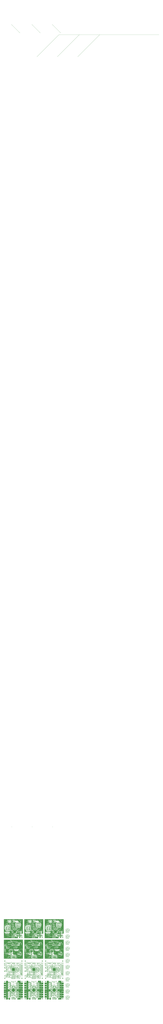
<source format=gtl>
%FSLAX23Y23*%
%MOIN*%
G70*
G01*
G75*
G04 Layer_Physical_Order=1*
G04 Layer_Color=255*
%ADD10C,0.018*%
%ADD11R,0.031X0.037*%
%ADD12R,0.037X0.031*%
%ADD13C,0.010*%
%ADD14R,0.051X0.031*%
%ADD15O,0.087X0.024*%
%ADD16R,0.029X0.073*%
%ADD17R,0.039X0.039*%
%ADD18R,0.033X0.014*%
%ADD19R,0.033X0.014*%
G04:AMPARAMS|DCode=20|XSize=228mil|YSize=83mil|CornerRadius=21mil|HoleSize=0mil|Usage=FLASHONLY|Rotation=180.000|XOffset=0mil|YOffset=0mil|HoleType=Round|Shape=RoundedRectangle|*
%AMROUNDEDRECTD20*
21,1,0.228,0.041,0,0,180.0*
21,1,0.187,0.083,0,0,180.0*
1,1,0.041,-0.094,0.021*
1,1,0.041,0.094,0.021*
1,1,0.041,0.094,-0.021*
1,1,0.041,-0.094,-0.021*
%
%ADD20ROUNDEDRECTD20*%
%ADD21R,0.079X0.063*%
%ADD22R,0.110X0.055*%
%ADD23R,0.122X0.118*%
%ADD24O,0.014X0.065*%
%ADD25O,0.069X0.012*%
%ADD26O,0.012X0.069*%
%ADD27R,0.031X0.051*%
%ADD28O,0.022X0.071*%
%ADD29O,0.071X0.022*%
%ADD30R,0.039X0.039*%
%ADD31R,0.217X0.079*%
%ADD32C,0.012*%
%ADD33C,0.020*%
%ADD34C,0.025*%
%ADD35C,0.008*%
%ADD36C,0.035*%
%ADD37R,0.026X0.033*%
%ADD38R,0.045X0.024*%
%ADD39R,0.024X0.045*%
%ADD40R,0.026X0.087*%
%ADD41R,0.130X0.087*%
%ADD42R,0.053X0.020*%
%ADD43R,0.014X0.020*%
%ADD44R,0.020X0.014*%
%ADD45R,0.077X0.077*%
%ADD46R,0.287X0.287*%
%ADD47C,0.015*%
%ADD48C,0.006*%
%ADD49R,0.037X0.030*%
%ADD50R,0.035X0.030*%
%ADD51R,0.030X0.035*%
%ADD52R,0.030X0.037*%
%ADD53R,0.035X0.031*%
%ADD54R,0.031X0.035*%
%ADD55R,0.089X0.020*%
%ADD56R,0.098X0.069*%
%ADD57R,0.138X0.069*%
%ADD58O,0.010X0.033*%
%ADD59O,0.033X0.010*%
%ADD60R,0.301X0.301*%
%ADD61O,0.067X0.014*%
%ADD62R,0.047X0.022*%
%ADD63O,0.063X0.014*%
%ADD64C,0.030*%
%ADD65C,0.016*%
%ADD66P,0.426X4X360.0*%
G04:AMPARAMS|DCode=67|XSize=10mil|YSize=33mil|CornerRadius=0mil|HoleSize=0mil|Usage=FLASHONLY|Rotation=315.000|XOffset=0mil|YOffset=0mil|HoleType=Round|Shape=Round|*
%AMOVALD67*
21,1,0.024,0.010,0.000,0.000,45.0*
1,1,0.010,-0.008,-0.008*
1,1,0.010,0.008,0.008*
%
%ADD67OVALD67*%

G04:AMPARAMS|DCode=68|XSize=10mil|YSize=33mil|CornerRadius=0mil|HoleSize=0mil|Usage=FLASHONLY|Rotation=45.000|XOffset=0mil|YOffset=0mil|HoleType=Round|Shape=Round|*
%AMOVALD68*
21,1,0.024,0.010,0.000,0.000,135.0*
1,1,0.010,0.008,-0.008*
1,1,0.010,-0.008,0.008*
%
%ADD68OVALD68*%

G04:AMPARAMS|DCode=69|XSize=37mil|YSize=31mil|CornerRadius=0mil|HoleSize=0mil|Usage=FLASHONLY|Rotation=45.000|XOffset=0mil|YOffset=0mil|HoleType=Round|Shape=Rectangle|*
%AMROTATEDRECTD69*
4,1,4,-0.002,-0.024,-0.024,-0.002,0.002,0.024,0.024,0.002,-0.002,-0.024,0.0*
%
%ADD69ROTATEDRECTD69*%

G04:AMPARAMS|DCode=70|XSize=37mil|YSize=31mil|CornerRadius=0mil|HoleSize=0mil|Usage=FLASHONLY|Rotation=135.000|XOffset=0mil|YOffset=0mil|HoleType=Round|Shape=Rectangle|*
%AMROTATEDRECTD70*
4,1,4,0.024,-0.002,0.002,-0.024,-0.024,0.002,-0.002,0.024,0.024,-0.002,0.0*
%
%ADD70ROTATEDRECTD70*%

%ADD71R,0.059X0.024*%
%ADD72R,0.031X0.031*%
%ADD73R,0.091X0.142*%
%ADD74C,0.018*%
%ADD75C,0.050*%
%ADD76C,0.025*%
%ADD77C,0.035*%
%ADD78C,0.096*%
%ADD79R,0.059X0.059*%
%ADD80C,0.059*%
%ADD81C,0.050*%
%ADD82C,0.045*%
%ADD83R,0.059X0.059*%
%ADD84C,0.060*%
%ADD85R,0.060X0.060*%
%ADD86R,0.060X0.060*%
%ADD87C,0.046*%
%ADD88C,0.040*%
%ADD89C,0.030*%
%ADD90C,0.039*%
%ADD91C,0.032*%
G36*
X6300Y4300D02*
X5699D01*
X5699Y4305D01*
X5699D01*
X5699Y4305D01*
X5705Y4306D01*
X5713Y4309D01*
X5719Y4314D01*
X5724Y4320D01*
X5727Y4328D01*
X5728Y4336D01*
X5727Y4344D01*
X5724Y4352D01*
X5721Y4356D01*
Y4397D01*
X5719Y4407D01*
X5719Y4407D01*
Y4422D01*
X5669D01*
Y4379D01*
X5673D01*
Y4356D01*
X5670Y4352D01*
X5667Y4344D01*
X5666Y4336D01*
X5667Y4328D01*
X5670Y4320D01*
X5675Y4314D01*
X5681Y4309D01*
X5689Y4306D01*
X5695Y4305D01*
X5695Y4301D01*
X5693Y4300D01*
X5326D01*
X5325Y4305D01*
X5328Y4307D01*
X5333Y4312D01*
X5333Y4312D01*
X5335Y4316D01*
X5336Y4320D01*
X5336Y4320D01*
Y4321D01*
X5346D01*
Y4406D01*
X5304D01*
Y4326D01*
X5296D01*
Y4406D01*
X5294D01*
X5291Y4410D01*
X5292Y4412D01*
X5294Y4419D01*
X5292Y4426D01*
X5288Y4432D01*
X5282Y4436D01*
X5275Y4438D01*
X5268Y4436D01*
X5262Y4432D01*
X5258Y4426D01*
X5256Y4419D01*
X5258Y4412D01*
X5259Y4410D01*
X5256Y4406D01*
X5254D01*
Y4326D01*
X5246D01*
Y4406D01*
X5244D01*
X5241Y4410D01*
X5242Y4412D01*
X5244Y4419D01*
X5242Y4426D01*
X5238Y4432D01*
X5232Y4436D01*
X5225Y4438D01*
X5218Y4436D01*
X5212Y4432D01*
X5211Y4432D01*
X5206Y4431D01*
X5201Y4434D01*
X5194Y4436D01*
X5187Y4434D01*
X5181Y4430D01*
X5177Y4424D01*
X5176Y4423D01*
X5167Y4414D01*
X5165Y4411D01*
X5160Y4411D01*
X5159Y4412D01*
X5158Y4412D01*
X5156Y4415D01*
X5158Y4419D01*
X5165Y4422D01*
X5171Y4426D01*
X5175Y4432D01*
X5178Y4439D01*
X5179Y4447D01*
X5178Y4455D01*
X5178Y4456D01*
X5182Y4459D01*
X5187Y4456D01*
X5194Y4454D01*
X5201Y4456D01*
X5207Y4460D01*
X5212D01*
X5218Y4456D01*
X5225Y4454D01*
X5232Y4456D01*
X5238Y4460D01*
X5242Y4466D01*
X5244Y4473D01*
X5242Y4480D01*
X5238Y4486D01*
X5236Y4488D01*
Y4488D01*
X5246D01*
Y4573D01*
X5236D01*
Y4585D01*
X5264D01*
Y4573D01*
X5254D01*
Y4488D01*
X5258D01*
X5260Y4484D01*
X5258Y4480D01*
X5256Y4473D01*
X5258Y4466D01*
X5262Y4460D01*
X5268Y4456D01*
X5275Y4454D01*
X5282Y4456D01*
X5288Y4460D01*
X5292Y4466D01*
X5294Y4473D01*
X5292Y4480D01*
X5288Y4486D01*
X5286Y4488D01*
Y4488D01*
X5296D01*
Y4573D01*
X5286D01*
Y4585D01*
X5314D01*
Y4573D01*
X5304D01*
Y4488D01*
X5307D01*
X5309Y4484D01*
X5308Y4481D01*
X5306Y4474D01*
X5308Y4467D01*
X5312Y4461D01*
X5318Y4457D01*
X5325Y4455D01*
X5332Y4457D01*
X5338Y4461D01*
X5342Y4467D01*
X5344Y4474D01*
X5342Y4481D01*
X5338Y4487D01*
X5339Y4488D01*
X5346D01*
Y4573D01*
X5336D01*
Y4585D01*
X5350D01*
Y4585D01*
X5351D01*
X5353Y4585D01*
X5353Y4585D01*
Y4585D01*
X5364D01*
Y4573D01*
X5354D01*
Y4488D01*
X5356D01*
X5359Y4484D01*
X5358Y4482D01*
X5356Y4475D01*
X5358Y4468D01*
X5362Y4462D01*
X5368Y4458D01*
X5375Y4456D01*
X5382Y4458D01*
X5388Y4462D01*
X5392Y4468D01*
X5394Y4475D01*
X5392Y4482D01*
X5391Y4484D01*
X5394Y4488D01*
X5396D01*
Y4573D01*
X5386D01*
Y4585D01*
X5414D01*
Y4573D01*
X5404D01*
Y4488D01*
X5407D01*
X5409Y4484D01*
X5408Y4481D01*
X5406Y4474D01*
X5408Y4467D01*
X5412Y4461D01*
X5416Y4458D01*
X5415Y4458D01*
D01*
X5414Y4453D01*
X5406Y4455D01*
X5397Y4453D01*
X5389Y4448D01*
X5384Y4440D01*
X5382Y4431D01*
X5384Y4422D01*
X5389Y4414D01*
X5393Y4410D01*
X5391Y4406D01*
X5354D01*
Y4321D01*
X5396D01*
Y4401D01*
X5397Y4402D01*
X5401Y4399D01*
Y4363D01*
X5403Y4354D01*
X5404Y4352D01*
Y4321D01*
X5446D01*
Y4352D01*
X5447Y4354D01*
X5449Y4363D01*
Y4412D01*
X5449Y4412D01*
X5447Y4421D01*
X5442Y4429D01*
X5442Y4429D01*
X5423Y4448D01*
X5417Y4452D01*
X5417Y4452D01*
X5417D01*
X5419Y4456D01*
X5425Y4455D01*
X5432Y4457D01*
X5438Y4461D01*
X5442Y4467D01*
X5444Y4474D01*
X5442Y4481D01*
X5438Y4487D01*
X5439Y4488D01*
X5446D01*
Y4573D01*
X5436D01*
Y4585D01*
X5464D01*
Y4573D01*
X5454D01*
Y4488D01*
X5454Y4488D01*
X5454D01*
X5455Y4487D01*
X5452Y4482D01*
X5450Y4475D01*
X5452Y4468D01*
X5456Y4462D01*
X5462Y4458D01*
X5469Y4456D01*
X5476Y4458D01*
X5480Y4455D01*
X5479Y4455D01*
X5481Y4445D01*
X5482Y4444D01*
X5481Y4439D01*
X5477Y4436D01*
X5472Y4428D01*
X5471Y4422D01*
X5462Y4413D01*
X5458Y4407D01*
X5457Y4406D01*
X5454D01*
Y4321D01*
X5496D01*
Y4394D01*
X5497Y4396D01*
X5501Y4396D01*
X5504Y4393D01*
Y4321D01*
X5546D01*
Y4400D01*
X5554D01*
Y4321D01*
X5596D01*
Y4391D01*
X5627Y4422D01*
X5629Y4426D01*
X5630Y4430D01*
X5630Y4430D01*
Y4646D01*
X5630Y4646D01*
X5629Y4650D01*
X5627Y4654D01*
X5627Y4654D01*
X5529Y4751D01*
X5526Y4754D01*
X5521Y4754D01*
X5521Y4754D01*
X5374D01*
X5262Y4867D01*
Y5247D01*
X5261Y5252D01*
X5258Y5255D01*
X5258Y5255D01*
X5219Y5295D01*
X5215Y5297D01*
X5211Y5298D01*
X5211Y5298D01*
X5196D01*
X5180Y5314D01*
X5180Y5315D01*
X5187D01*
X5189Y5313D01*
X5195Y5309D01*
X5202Y5307D01*
X5209Y5309D01*
X5215Y5313D01*
X5219Y5319D01*
X5221Y5326D01*
X5219Y5333D01*
X5215Y5339D01*
X5209Y5343D01*
X5202Y5345D01*
X5195Y5343D01*
X5189Y5339D01*
X5187Y5337D01*
X4980D01*
X4975Y5338D01*
X4918D01*
X4914Y5337D01*
X4910Y5335D01*
X4907Y5331D01*
X4906Y5326D01*
X4907Y5321D01*
X4910Y5317D01*
Y5315D01*
X4907Y5311D01*
X4906Y5306D01*
X4907Y5302D01*
X4910Y5298D01*
Y5295D01*
X4907Y5291D01*
X4906Y5287D01*
X4907Y5282D01*
X4904Y5278D01*
X4880D01*
X4880Y5278D01*
X4876Y5277D01*
X4872Y5275D01*
X4872Y5275D01*
X4803Y5206D01*
X4801Y5202D01*
X4800Y5198D01*
X4800Y5198D01*
Y5107D01*
X4795Y5106D01*
X4789Y5102D01*
X4785Y5096D01*
X4783Y5089D01*
X4785Y5082D01*
X4789Y5076D01*
X4795Y5072D01*
X4802Y5070D01*
X4809Y5072D01*
X4814Y5075D01*
X4819Y5073D01*
Y4984D01*
X4819Y4984D01*
X4820Y4980D01*
X4822Y4976D01*
X4873Y4925D01*
X4872Y4920D01*
X4870Y4920D01*
X4866Y4917D01*
X4864D01*
X4860Y4920D01*
X4855Y4921D01*
X4851Y4920D01*
X4847Y4917D01*
X4844D01*
X4840Y4920D01*
X4836Y4921D01*
X4831Y4920D01*
X4827Y4917D01*
X4825D01*
X4821Y4920D01*
X4816Y4921D01*
X4811Y4920D01*
X4807Y4917D01*
X4805D01*
X4801Y4920D01*
X4796Y4921D01*
X4792Y4920D01*
X4788Y4917D01*
X4785D01*
X4781Y4920D01*
X4777Y4921D01*
X4774Y4920D01*
X4771Y4924D01*
X4774Y4930D01*
X4776Y4937D01*
X4774Y4944D01*
X4770Y4950D01*
X4764Y4954D01*
X4757Y4956D01*
X4750Y4954D01*
X4744Y4950D01*
X4739Y4944D01*
X4738Y4937D01*
X4733Y4936D01*
X4730Y4940D01*
X4730Y4941D01*
X4728Y4948D01*
X4724Y4954D01*
X4718Y4958D01*
X4711Y4960D01*
X4704Y4958D01*
X4698Y4954D01*
X4694Y4948D01*
X4692Y4941D01*
X4694Y4934D01*
X4698Y4928D01*
X4702Y4925D01*
X4700Y4920D01*
X4698Y4921D01*
X4693Y4920D01*
X4689Y4917D01*
X4687D01*
X4683Y4920D01*
X4678Y4921D01*
X4674Y4920D01*
X4670Y4917D01*
X4667D01*
X4663Y4920D01*
X4658Y4921D01*
X4654Y4920D01*
X4650Y4917D01*
X4647D01*
X4643Y4920D01*
X4639Y4921D01*
X4634Y4920D01*
X4630Y4917D01*
X4628D01*
X4624Y4920D01*
X4619Y4921D01*
X4614Y4920D01*
X4611Y4917D01*
X4608D01*
X4604Y4920D01*
X4599Y4921D01*
X4595Y4920D01*
X4591Y4917D01*
X4588D01*
X4584Y4920D01*
X4580Y4921D01*
X4575Y4920D01*
X4571Y4917D01*
X4569D01*
X4565Y4920D01*
X4560Y4921D01*
X4555Y4920D01*
X4551Y4917D01*
X4549D01*
X4545Y4920D01*
X4540Y4921D01*
X4536Y4920D01*
X4532Y4917D01*
X4529D01*
X4525Y4920D01*
X4521Y4921D01*
X4516Y4920D01*
X4512Y4917D01*
X4510D01*
X4506Y4920D01*
X4501Y4921D01*
X4496Y4920D01*
X4492Y4917D01*
X4490Y4913D01*
X4489Y4909D01*
Y4881D01*
X4489Y4880D01*
Y4851D01*
X4484Y4849D01*
X4483Y4850D01*
X4477Y4854D01*
X4470Y4856D01*
X4463Y4854D01*
X4457Y4850D01*
X4453Y4844D01*
X4451Y4837D01*
X4452Y4834D01*
X4437Y4820D01*
X4435D01*
X4375Y4880D01*
X4371Y4882D01*
X4371Y4882D01*
X4367Y4883D01*
Y4897D01*
X4315D01*
Y4845D01*
X4367D01*
Y4847D01*
X4371Y4849D01*
X4421Y4799D01*
Y4770D01*
X4464D01*
Y4815D01*
X4468Y4819D01*
X4470Y4818D01*
X4476Y4819D01*
X4479Y4817D01*
X4480Y4816D01*
Y4770D01*
X4523D01*
Y4809D01*
X4528Y4811D01*
X4529Y4810D01*
X4535Y4806D01*
X4542Y4804D01*
X4549Y4806D01*
X4555Y4810D01*
X4559Y4816D01*
X4561Y4823D01*
X4559Y4830D01*
X4556Y4836D01*
X4559Y4840D01*
X4560Y4839D01*
X4565Y4840D01*
X4569Y4843D01*
X4571D01*
X4575Y4840D01*
X4580Y4839D01*
X4584Y4840D01*
X4588Y4843D01*
X4591D01*
X4595Y4840D01*
X4599Y4839D01*
X4604Y4840D01*
X4608Y4843D01*
X4611D01*
X4614Y4840D01*
X4619Y4839D01*
X4624Y4840D01*
X4628Y4843D01*
X4630D01*
X4634Y4840D01*
X4639Y4839D01*
X4643Y4840D01*
X4647Y4843D01*
X4650D01*
X4654Y4840D01*
X4658Y4839D01*
X4663Y4840D01*
X4667Y4843D01*
X4670D01*
X4674Y4840D01*
X4678Y4839D01*
X4682Y4840D01*
X4685Y4838D01*
X4685Y4833D01*
X4670Y4817D01*
X4670Y4817D01*
X4657D01*
Y4767D01*
X4659D01*
X4661Y4763D01*
X4652Y4753D01*
X4615D01*
X4610Y4752D01*
X4606Y4750D01*
X4553Y4696D01*
X4389D01*
Y4606D01*
X4617D01*
Y4696D01*
X4594D01*
X4592Y4701D01*
X4620Y4729D01*
X4657D01*
X4662Y4730D01*
X4666Y4732D01*
X4666Y4732D01*
X4666Y4732D01*
X4687Y4754D01*
X4690Y4758D01*
X4691Y4763D01*
X4691Y4763D01*
X4691Y4763D01*
Y4763D01*
Y4767D01*
X4700D01*
Y4813D01*
X4706Y4819D01*
X4719Y4811D01*
X4725Y4805D01*
Y4767D01*
X4734D01*
Y4763D01*
X4735Y4758D01*
X4738Y4754D01*
X4791Y4701D01*
X4789Y4696D01*
X4763D01*
Y4606D01*
X4991D01*
Y4587D01*
X4949Y4545D01*
X4814D01*
X4809Y4544D01*
X4805Y4542D01*
X4771Y4508D01*
X4769Y4504D01*
X4768Y4499D01*
Y4484D01*
X4763Y4483D01*
X4760Y4490D01*
X4754Y4497D01*
X4747Y4503D01*
X4738Y4507D01*
X4729Y4508D01*
X4720Y4507D01*
X4711Y4503D01*
X4704Y4497D01*
X4698Y4490D01*
X4694Y4481D01*
X4693Y4472D01*
X4694Y4463D01*
X4698Y4454D01*
X4704Y4447D01*
X4711Y4441D01*
X4720Y4437D01*
X4729Y4436D01*
X4738Y4437D01*
X4747Y4441D01*
X4754Y4447D01*
X4760Y4454D01*
X4763Y4461D01*
X4768Y4460D01*
Y4428D01*
X4744Y4404D01*
X4738Y4407D01*
X4729Y4408D01*
X4720Y4407D01*
X4711Y4403D01*
X4704Y4397D01*
X4698Y4390D01*
X4694Y4381D01*
X4693Y4372D01*
X4694Y4363D01*
X4698Y4354D01*
X4704Y4347D01*
X4711Y4341D01*
X4720Y4337D01*
X4729Y4336D01*
X4738Y4337D01*
X4747Y4341D01*
X4754Y4347D01*
X4760Y4354D01*
X4764Y4363D01*
X4765Y4372D01*
X4764Y4381D01*
X4761Y4387D01*
X4789Y4414D01*
X4791Y4418D01*
X4792Y4423D01*
Y4455D01*
X4797Y4456D01*
X4798Y4454D01*
X4804Y4447D01*
X4811Y4441D01*
X4820Y4437D01*
X4829Y4436D01*
X4838Y4437D01*
X4847Y4441D01*
X4854Y4447D01*
X4860Y4454D01*
X4864Y4463D01*
X4864Y4466D01*
X4900Y4501D01*
X4961D01*
X4965Y4502D01*
X4969Y4505D01*
X4969Y4505D01*
X4969Y4505D01*
X5002Y4537D01*
X5006Y4535D01*
Y4400D01*
X5006Y4399D01*
X5007Y4395D01*
X5010Y4392D01*
X5094Y4307D01*
X5094Y4307D01*
X5097Y4305D01*
X5097Y4302D01*
X5096Y4300D01*
X4300D01*
Y6300D01*
X6300D01*
Y4300D01*
D02*
G37*
G36*
X5078Y5229D02*
X5121D01*
Y5243D01*
X5158D01*
X5207Y5194D01*
Y5173D01*
X5202Y5172D01*
X5201Y5173D01*
X5195Y5177D01*
X5188Y5179D01*
X5181Y5177D01*
X5175Y5173D01*
X5171Y5167D01*
X5169Y5160D01*
X5171Y5153D01*
X5175Y5147D01*
X5177Y5145D01*
Y5051D01*
X5045Y4919D01*
X5040Y4921D01*
Y4986D01*
X5042Y4988D01*
X5046Y4994D01*
X5048Y5001D01*
X5046Y5008D01*
X5042Y5014D01*
X5036Y5018D01*
X5029Y5020D01*
X5022Y5018D01*
X5016Y5014D01*
X5012Y5008D01*
X5010Y5001D01*
X5012Y4994D01*
X5016Y4988D01*
X5018Y4986D01*
Y4912D01*
X5013Y4910D01*
X4984Y4939D01*
X4984Y4943D01*
X4987Y4947D01*
X4988Y4952D01*
X4987Y4957D01*
X4984Y4961D01*
Y4963D01*
X4987Y4967D01*
X4988Y4972D01*
X4987Y4976D01*
X4984Y4980D01*
Y4983D01*
X4987Y4987D01*
X4988Y4991D01*
X4987Y4996D01*
X4984Y5000D01*
Y5002D01*
X4987Y5006D01*
X4988Y5011D01*
X4987Y5016D01*
X4984Y5020D01*
Y5022D01*
X4987Y5026D01*
X4988Y5031D01*
X4987Y5035D01*
X4984Y5039D01*
Y5042D01*
X4987Y5046D01*
X4988Y5050D01*
X4987Y5055D01*
X4984Y5059D01*
Y5062D01*
X4987Y5065D01*
X4988Y5070D01*
X4987Y5075D01*
X4984Y5079D01*
Y5081D01*
X4987Y5085D01*
X4988Y5090D01*
X4987Y5094D01*
X4984Y5098D01*
Y5101D01*
X4987Y5105D01*
X4988Y5109D01*
X4987Y5114D01*
X4984Y5118D01*
X4980Y5121D01*
X4975Y5122D01*
X4918D01*
X4914Y5121D01*
X4910Y5118D01*
X4907Y5114D01*
X4906Y5109D01*
X4907Y5105D01*
X4910Y5101D01*
Y5098D01*
X4907Y5094D01*
X4906Y5090D01*
X4907Y5085D01*
X4910Y5081D01*
Y5079D01*
X4907Y5075D01*
X4906Y5070D01*
X4907Y5065D01*
X4910Y5062D01*
Y5059D01*
X4907Y5055D01*
X4906Y5050D01*
X4907Y5046D01*
X4910Y5042D01*
Y5039D01*
X4907Y5035D01*
X4906Y5031D01*
X4907Y5026D01*
X4910Y5022D01*
Y5020D01*
X4907Y5016D01*
X4906Y5011D01*
X4907Y5006D01*
X4910Y5002D01*
Y5000D01*
X4907Y4996D01*
X4906Y4991D01*
X4907Y4987D01*
X4910Y4983D01*
Y4980D01*
X4907Y4976D01*
X4906Y4972D01*
X4907Y4967D01*
X4910Y4963D01*
X4907Y4959D01*
X4904Y4959D01*
X4857Y5005D01*
Y5178D01*
X4862Y5183D01*
X4867Y5180D01*
X4865Y5173D01*
X4867Y5166D01*
X4871Y5160D01*
X4872Y5159D01*
X4872Y5159D01*
X4871Y5156D01*
X4871Y5156D01*
X4871D01*
X4867Y5150D01*
X4865Y5143D01*
X4867Y5136D01*
X4871Y5130D01*
X4877Y5126D01*
X4884Y5124D01*
X4891Y5126D01*
X4897Y5130D01*
X4898Y5131D01*
X4900D01*
X4905Y5132D01*
X4909Y5134D01*
X4911Y5137D01*
X4947D01*
X4947Y5137D01*
X4975D01*
X4980Y5138D01*
X4984Y5140D01*
X4987Y5144D01*
X4988Y5149D01*
X4987Y5153D01*
X4988Y5156D01*
X4995D01*
X4999Y5157D01*
X5003Y5160D01*
X5005Y5162D01*
X5008Y5160D01*
Y5160D01*
X5008Y5160D01*
X5051D01*
Y5224D01*
X5008D01*
Y5199D01*
X4991Y5183D01*
X4987Y5185D01*
X4988Y5188D01*
X4987Y5193D01*
X4984Y5197D01*
Y5199D01*
X4987Y5203D01*
X4988Y5208D01*
X4987Y5213D01*
X4984Y5216D01*
Y5219D01*
X4987Y5223D01*
X4988Y5228D01*
X4987Y5232D01*
X4988Y5235D01*
X5019D01*
Y5229D01*
X5062D01*
Y5274D01*
X5078D01*
Y5229D01*
D02*
G37*
%LPC*%
G36*
X5940Y5023D02*
X5933Y5021D01*
X5927Y5017D01*
X5923Y5011D01*
X5922Y5010D01*
X5903D01*
Y5023D01*
X5860D01*
Y4973D01*
X5903D01*
Y4986D01*
X5934D01*
X5935Y4986D01*
X5940Y4985D01*
X5947Y4987D01*
X5953Y4991D01*
X5957Y4997D01*
X5959Y5004D01*
X5957Y5011D01*
X5953Y5017D01*
X5947Y5021D01*
X5940Y5023D01*
D02*
G37*
G36*
X5923Y5109D02*
X5915Y5108D01*
X5907Y5105D01*
X5901Y5100D01*
X5896Y5094D01*
X5893Y5086D01*
X5892Y5078D01*
X5893Y5070D01*
X5896Y5062D01*
X5901Y5056D01*
X5907Y5051D01*
X5915Y5048D01*
X5923Y5047D01*
X5931Y5048D01*
X5939Y5051D01*
X5945Y5056D01*
X5950Y5062D01*
X5966D01*
Y5059D01*
X6016D01*
Y5102D01*
X5966D01*
Y5094D01*
X5950D01*
X5945Y5100D01*
X5939Y5105D01*
X5931Y5108D01*
X5923Y5109D01*
D02*
G37*
G36*
X5383Y4997D02*
X5293D01*
Y4922D01*
X5383D01*
Y4941D01*
X5401D01*
X5404Y4938D01*
X5410Y4933D01*
X5418Y4930D01*
X5426Y4929D01*
X5434Y4930D01*
X5442Y4933D01*
X5448Y4938D01*
X5453Y4944D01*
X5456Y4952D01*
X5457Y4960D01*
X5456Y4968D01*
X5453Y4976D01*
X5448Y4982D01*
X5442Y4987D01*
X5434Y4990D01*
X5426Y4991D01*
X5418Y4990D01*
X5410Y4987D01*
X5404Y4982D01*
X5401Y4979D01*
X5383D01*
Y4997D01*
D02*
G37*
G36*
X4458Y5023D02*
X4401D01*
X4396Y5022D01*
X4392Y5020D01*
X4389Y5016D01*
X4388Y5011D01*
X4389Y5006D01*
X4392Y5002D01*
Y5000D01*
X4389Y4996D01*
X4388Y4991D01*
X4389Y4987D01*
X4392Y4983D01*
Y4980D01*
X4389Y4976D01*
X4388Y4972D01*
X4389Y4967D01*
X4392Y4963D01*
Y4961D01*
X4389Y4957D01*
X4388Y4952D01*
X4389Y4947D01*
X4392Y4943D01*
X4396Y4941D01*
X4401Y4940D01*
X4458D01*
X4462Y4941D01*
X4466Y4943D01*
X4469Y4947D01*
X4470Y4952D01*
X4469Y4957D01*
X4466Y4961D01*
Y4963D01*
X4469Y4967D01*
X4470Y4972D01*
X4469Y4976D01*
X4466Y4980D01*
Y4983D01*
X4469Y4987D01*
X4470Y4991D01*
X4469Y4996D01*
X4466Y5000D01*
Y5002D01*
X4469Y5006D01*
X4470Y5011D01*
X4469Y5016D01*
X4466Y5020D01*
X4462Y5022D01*
X4458Y5023D01*
D02*
G37*
G36*
X5119Y5153D02*
X5076D01*
Y5103D01*
X5119D01*
Y5116D01*
X5128D01*
X5129Y5115D01*
X5135Y5111D01*
X5142Y5109D01*
X5149Y5111D01*
X5155Y5115D01*
X5159Y5121D01*
X5161Y5128D01*
X5159Y5135D01*
X5155Y5141D01*
X5149Y5145D01*
X5142Y5147D01*
X5135Y5145D01*
X5129Y5141D01*
X5128Y5140D01*
X5119D01*
Y5153D01*
D02*
G37*
G36*
X5130Y5224D02*
X5087D01*
Y5160D01*
X5130D01*
Y5180D01*
X5136D01*
X5137Y5179D01*
X5143Y5175D01*
X5150Y5173D01*
X5157Y5175D01*
X5163Y5179D01*
X5167Y5185D01*
X5169Y5192D01*
X5167Y5199D01*
X5163Y5205D01*
X5157Y5209D01*
X5150Y5211D01*
X5143Y5209D01*
X5137Y5205D01*
X5136Y5204D01*
X5130D01*
Y5224D01*
D02*
G37*
G36*
X4343Y5147D02*
X4336Y5145D01*
X4330Y5141D01*
X4326Y5135D01*
X4324Y5128D01*
X4326Y5121D01*
X4328Y5117D01*
X4326Y5112D01*
X4318D01*
Y5069D01*
X4368D01*
Y5112D01*
X4360D01*
X4358Y5117D01*
X4360Y5121D01*
X4362Y5128D01*
X4360Y5135D01*
X4356Y5141D01*
X4350Y5145D01*
X4343Y5147D01*
D02*
G37*
G36*
X5892Y5295D02*
X5337D01*
X5333Y5294D01*
X5330Y5292D01*
X5328Y5289D01*
X5327Y5285D01*
X5327Y5285D01*
X5327Y5284D01*
Y5183D01*
X5328Y5179D01*
X5330Y5176D01*
X5333Y5174D01*
X5337Y5173D01*
X5435D01*
Y5169D01*
X5435D01*
Y5090D01*
X5787D01*
Y5169D01*
X5787D01*
Y5169D01*
X5790Y5173D01*
X5892D01*
X5896Y5174D01*
X5899Y5176D01*
X5901Y5179D01*
X5902Y5183D01*
X5902Y5184D01*
X5902Y5184D01*
Y5285D01*
X5901Y5289D01*
X5899Y5292D01*
X5896Y5294D01*
X5892Y5295D01*
D02*
G37*
G36*
X4929Y4408D02*
X4920Y4407D01*
X4911Y4403D01*
X4904Y4397D01*
X4898Y4390D01*
X4894Y4381D01*
X4893Y4372D01*
X4894Y4363D01*
X4898Y4354D01*
X4904Y4347D01*
X4911Y4341D01*
X4920Y4337D01*
X4929Y4336D01*
X4938Y4337D01*
X4947Y4341D01*
X4954Y4347D01*
X4960Y4354D01*
X4964Y4363D01*
X4965Y4372D01*
X4964Y4381D01*
X4960Y4390D01*
X4954Y4397D01*
X4947Y4403D01*
X4938Y4407D01*
X4929Y4408D01*
D02*
G37*
G36*
X4400Y4454D02*
X4386Y4453D01*
X4373Y4447D01*
X4361Y4439D01*
X4353Y4427D01*
X4347Y4414D01*
X4346Y4400D01*
X4347Y4386D01*
X4353Y4373D01*
X4361Y4361D01*
X4373Y4353D01*
X4386Y4347D01*
X4400Y4346D01*
X4414Y4347D01*
X4427Y4353D01*
X4439Y4361D01*
X4447Y4373D01*
X4453Y4386D01*
X4454Y4400D01*
X4453Y4414D01*
X4447Y4427D01*
X4439Y4439D01*
X4427Y4447D01*
X4414Y4453D01*
X4400Y4454D01*
D02*
G37*
G36*
X4629Y4408D02*
X4620Y4407D01*
X4611Y4403D01*
X4604Y4397D01*
X4598Y4390D01*
X4594Y4381D01*
X4593Y4372D01*
X4594Y4363D01*
X4598Y4354D01*
X4604Y4347D01*
X4611Y4341D01*
X4620Y4337D01*
X4629Y4336D01*
X4638Y4337D01*
X4647Y4341D01*
X4654Y4347D01*
X4660Y4354D01*
X4664Y4363D01*
X4665Y4372D01*
X4664Y4381D01*
X4660Y4390D01*
X4654Y4397D01*
X4647Y4403D01*
X4638Y4407D01*
X4629Y4408D01*
D02*
G37*
G36*
X4829D02*
X4820Y4407D01*
X4811Y4403D01*
X4804Y4397D01*
X4798Y4390D01*
X4794Y4381D01*
X4793Y4372D01*
X4794Y4363D01*
X4798Y4354D01*
X4804Y4347D01*
X4811Y4341D01*
X4820Y4337D01*
X4829Y4336D01*
X4838Y4337D01*
X4847Y4341D01*
X4854Y4347D01*
X4860Y4354D01*
X4864Y4363D01*
X4865Y4372D01*
X4864Y4381D01*
X4860Y4390D01*
X4854Y4397D01*
X4847Y4403D01*
X4838Y4407D01*
X4829Y4408D01*
D02*
G37*
G36*
X6210Y4719D02*
X6160D01*
Y4676D01*
X6166D01*
Y4670D01*
X6163Y4665D01*
X6161Y4656D01*
X6163Y4647D01*
X6168Y4639D01*
X6176Y4634D01*
X6185Y4632D01*
X6194Y4634D01*
X6202Y4639D01*
X6207Y4647D01*
X6209Y4656D01*
X6207Y4665D01*
X6204Y4670D01*
Y4676D01*
X6210D01*
Y4719D01*
D02*
G37*
G36*
X4641Y4817D02*
X4598D01*
Y4804D01*
X4592D01*
X4591Y4805D01*
X4585Y4809D01*
X4578Y4811D01*
X4571Y4809D01*
X4565Y4805D01*
X4561Y4799D01*
X4559Y4792D01*
X4561Y4785D01*
X4565Y4779D01*
X4571Y4775D01*
X4578Y4773D01*
X4585Y4775D01*
X4591Y4779D01*
X4592Y4780D01*
X4598D01*
Y4767D01*
X4641D01*
Y4817D01*
D02*
G37*
G36*
X6200Y4454D02*
X6186Y4453D01*
X6173Y4447D01*
X6161Y4439D01*
X6153Y4427D01*
X6147Y4414D01*
X6146Y4400D01*
X6147Y4386D01*
X6153Y4373D01*
X6161Y4361D01*
X6173Y4353D01*
X6186Y4347D01*
X6200Y4346D01*
X6214Y4347D01*
X6227Y4353D01*
X6239Y4361D01*
X6247Y4373D01*
X6253Y4386D01*
X6254Y4400D01*
X6253Y4414D01*
X6247Y4427D01*
X6239Y4439D01*
X6227Y4447D01*
X6214Y4453D01*
X6200Y4454D01*
D02*
G37*
G36*
X4629Y4508D02*
X4620Y4507D01*
X4611Y4503D01*
X4604Y4497D01*
X4598Y4490D01*
X4594Y4481D01*
X4593Y4472D01*
X4594Y4463D01*
X4598Y4454D01*
X4604Y4447D01*
X4611Y4441D01*
X4620Y4437D01*
X4629Y4436D01*
X4638Y4437D01*
X4647Y4441D01*
X4654Y4447D01*
X4660Y4454D01*
X4664Y4463D01*
X4665Y4472D01*
X4664Y4481D01*
X4660Y4490D01*
X4654Y4497D01*
X4647Y4503D01*
X4638Y4507D01*
X4629Y4508D01*
D02*
G37*
G36*
X4438Y5871D02*
X4429Y5869D01*
X4421Y5864D01*
X4416Y5856D01*
X4414Y5847D01*
X4416Y5838D01*
X4421Y5830D01*
X4426Y5827D01*
Y5821D01*
X4413D01*
Y5812D01*
X4388D01*
Y5821D01*
X4338D01*
Y5778D01*
X4388D01*
Y5787D01*
X4413D01*
Y5778D01*
X4463D01*
Y5787D01*
X4490D01*
Y5778D01*
X4540D01*
Y5821D01*
X4490D01*
Y5812D01*
X4463D01*
Y5821D01*
X4450D01*
Y5827D01*
X4455Y5830D01*
X4460Y5838D01*
X4462Y5847D01*
X4460Y5856D01*
X4455Y5864D01*
X4447Y5869D01*
X4438Y5871D01*
D02*
G37*
G36*
X6176Y5838D02*
X6124D01*
Y5830D01*
X6120Y5828D01*
X6117Y5829D01*
X6110Y5831D01*
X6103Y5829D01*
X6097Y5825D01*
X6093Y5819D01*
X6091Y5812D01*
X6093Y5805D01*
X6097Y5799D01*
X6103Y5795D01*
X6107Y5794D01*
Y5789D01*
X6105Y5788D01*
X6099Y5784D01*
X6095Y5778D01*
X6093Y5771D01*
X6095Y5764D01*
X6099Y5758D01*
X6105Y5754D01*
X6112Y5752D01*
X6119Y5754D01*
X6120Y5754D01*
X6124Y5752D01*
Y5729D01*
X6176D01*
Y5781D01*
X6144D01*
X6141Y5785D01*
X6141Y5786D01*
X6176D01*
Y5838D01*
D02*
G37*
G36*
X5666Y5605D02*
X5614D01*
Y5557D01*
X5537D01*
X5527Y5568D01*
X5523Y5570D01*
X5518Y5571D01*
X5358D01*
X5357Y5572D01*
X5351Y5576D01*
X5344Y5578D01*
X5337Y5576D01*
X5331Y5572D01*
X5327Y5566D01*
X5325Y5559D01*
X5327Y5552D01*
X5331Y5546D01*
X5337Y5542D01*
X5344Y5540D01*
X5351Y5542D01*
X5357Y5546D01*
X5358Y5547D01*
X5513D01*
X5520Y5540D01*
Y5508D01*
X5512Y5500D01*
X5507Y5502D01*
Y5509D01*
X5462D01*
Y5483D01*
Y5463D01*
Y5443D01*
X5483D01*
X5486Y5443D01*
X5523D01*
X5525Y5441D01*
X5568Y5398D01*
X5568Y5397D01*
Y5382D01*
X5554D01*
Y5330D01*
X5606D01*
Y5382D01*
X5592D01*
Y5387D01*
X5676D01*
X5682Y5388D01*
X5688Y5391D01*
X5688Y5391D01*
X5688Y5391D01*
X5739Y5443D01*
X5743Y5448D01*
X5744Y5454D01*
X5744Y5454D01*
X5744Y5454D01*
Y5454D01*
Y5464D01*
X5748D01*
Y5507D01*
X5698D01*
Y5464D01*
X5707D01*
X5709Y5459D01*
X5669Y5419D01*
X5593D01*
X5574Y5438D01*
X5576Y5442D01*
X5604D01*
Y5462D01*
Y5482D01*
Y5508D01*
X5559D01*
Y5482D01*
Y5468D01*
X5544D01*
X5540Y5470D01*
X5534Y5471D01*
X5528Y5470D01*
X5524Y5468D01*
X5520Y5469D01*
X5519Y5472D01*
X5541Y5494D01*
X5543Y5498D01*
X5544Y5503D01*
X5544Y5503D01*
X5544Y5503D01*
Y5503D01*
Y5533D01*
X5639D01*
X5668Y5504D01*
Y5494D01*
X5666Y5492D01*
X5661D01*
X5657Y5495D01*
Y5508D01*
X5612D01*
Y5482D01*
Y5462D01*
Y5442D01*
X5657D01*
X5657Y5442D01*
X5663Y5438D01*
X5671Y5436D01*
X5678Y5438D01*
X5684Y5442D01*
X5688Y5448D01*
X5690Y5455D01*
X5688Y5463D01*
X5684Y5469D01*
X5683Y5469D01*
X5683Y5474D01*
X5689Y5480D01*
X5690Y5483D01*
X5691Y5484D01*
X5692Y5489D01*
Y5509D01*
X5691Y5514D01*
X5689Y5518D01*
X5656Y5550D01*
Y5553D01*
X5666D01*
Y5605D01*
D02*
G37*
G36*
X4989Y5790D02*
X4926D01*
X4919Y5789D01*
X4913Y5785D01*
X4909Y5779D01*
X4908Y5772D01*
X4908Y5772D01*
X4856D01*
Y5781D01*
X4806D01*
Y5772D01*
X4794D01*
Y5781D01*
X4744D01*
Y5772D01*
X4638D01*
X4637Y5773D01*
X4631Y5777D01*
X4623Y5778D01*
X4616Y5777D01*
X4610Y5773D01*
X4606Y5767D01*
X4605Y5759D01*
X4606Y5752D01*
X4610Y5746D01*
X4616Y5742D01*
X4623Y5741D01*
X4631Y5742D01*
X4637Y5746D01*
X4638Y5747D01*
X4744D01*
Y5738D01*
X4794D01*
Y5747D01*
X4806D01*
Y5738D01*
X4856D01*
Y5747D01*
X4945D01*
X4950Y5748D01*
X4954Y5751D01*
X4954Y5751D01*
X4954Y5751D01*
X4957Y5754D01*
X4989D01*
X4996Y5755D01*
X5002Y5759D01*
X5006Y5765D01*
X5007Y5772D01*
X5006Y5779D01*
X5002Y5785D01*
X4996Y5789D01*
X4989Y5790D01*
D02*
G37*
G36*
X5614Y6225D02*
X5562D01*
Y6173D01*
X5576D01*
Y6117D01*
X5566D01*
Y6067D01*
X5575D01*
Y6055D01*
X5571Y6050D01*
X5570Y6043D01*
Y6003D01*
X5565Y6001D01*
X5491Y6075D01*
X5493Y6080D01*
X5507D01*
Y6067D01*
X5550D01*
Y6117D01*
X5507D01*
Y6104D01*
X5487D01*
X5425Y6167D01*
X5421Y6169D01*
X5416Y6170D01*
X5277D01*
X5273Y6173D01*
X5269Y6174D01*
X5221D01*
X5217Y6173D01*
X5213Y6170D01*
X5211Y6168D01*
X5134D01*
Y6205D01*
X5084D01*
Y6195D01*
X5076D01*
Y6204D01*
X5026D01*
Y6195D01*
X5018D01*
Y6204D01*
X4968D01*
Y6161D01*
X5018D01*
Y6170D01*
X5026D01*
Y6161D01*
X5034D01*
X5036Y6156D01*
X5034Y6152D01*
X5032Y6145D01*
X5034Y6138D01*
X5038Y6132D01*
X5044Y6128D01*
X5051Y6126D01*
X5058Y6128D01*
X5064Y6132D01*
X5068Y6138D01*
X5070Y6145D01*
X5068Y6152D01*
X5064Y6158D01*
X5063Y6159D01*
Y6161D01*
X5076D01*
Y6170D01*
X5084D01*
Y6162D01*
X5096D01*
X5098Y6157D01*
X5012Y6071D01*
X5007Y6073D01*
X5006Y6079D01*
X5002Y6085D01*
X4996Y6089D01*
X4989Y6090D01*
X4926D01*
X4919Y6089D01*
X4913Y6085D01*
X4912Y6083D01*
X4856D01*
Y6092D01*
X4806D01*
Y6083D01*
X4792D01*
Y6092D01*
X4742D01*
Y6063D01*
X4571Y5892D01*
X4568Y5888D01*
X4567Y5883D01*
Y5688D01*
X4563Y5688D01*
X4562Y5688D01*
X4558Y5694D01*
X4552Y5698D01*
X4545Y5700D01*
X4538Y5698D01*
X4532Y5694D01*
X4528Y5688D01*
X4526Y5681D01*
X4526Y5680D01*
X4523Y5677D01*
X4519Y5678D01*
Y5696D01*
X4473D01*
X4471Y5700D01*
X4490Y5719D01*
X4490Y5719D01*
Y5719D01*
X4490Y5719D01*
X4540D01*
Y5762D01*
X4490D01*
Y5751D01*
X4487Y5749D01*
X4484Y5745D01*
X4484Y5745D01*
X4467Y5728D01*
X4463Y5730D01*
Y5762D01*
X4413D01*
Y5732D01*
X4351Y5669D01*
X4346Y5671D01*
Y5708D01*
X4357Y5719D01*
X4388D01*
Y5762D01*
X4338D01*
Y5732D01*
X4327Y5720D01*
X4325Y5717D01*
X4324Y5712D01*
X4324Y5712D01*
Y5218D01*
X4324Y5218D01*
X4325Y5214D01*
X4327Y5210D01*
X4377Y5161D01*
X4377Y5161D01*
X4380Y5158D01*
X4380Y5158D01*
X4380Y5158D01*
D01*
X4380Y5158D01*
X4380Y5158D01*
X4384Y5157D01*
X4386D01*
X4389Y5153D01*
X4388Y5149D01*
X4389Y5144D01*
X4392Y5140D01*
Y5138D01*
X4389Y5134D01*
X4388Y5129D01*
X4389Y5125D01*
X4392Y5121D01*
Y5118D01*
X4389Y5114D01*
X4388Y5109D01*
X4389Y5105D01*
X4392Y5101D01*
Y5098D01*
X4389Y5094D01*
X4388Y5090D01*
X4389Y5085D01*
X4392Y5081D01*
Y5079D01*
X4389Y5075D01*
X4388Y5070D01*
X4389Y5065D01*
X4392Y5062D01*
Y5059D01*
X4389Y5055D01*
X4388Y5050D01*
X4389Y5046D01*
X4392Y5042D01*
X4396Y5039D01*
X4401Y5038D01*
X4429D01*
X4429Y5038D01*
X4492D01*
X4492Y5038D01*
X4492Y5037D01*
X4497Y5031D01*
X4503Y5026D01*
X4511Y5023D01*
X4519Y5022D01*
X4527Y5023D01*
X4535Y5026D01*
X4541Y5031D01*
X4546Y5037D01*
X4549Y5045D01*
X4550Y5053D01*
X4549Y5061D01*
X4546Y5069D01*
X4541Y5075D01*
X4535Y5080D01*
X4527Y5083D01*
X4519Y5084D01*
X4511Y5083D01*
X4503Y5080D01*
X4497Y5075D01*
X4492Y5069D01*
X4490Y5064D01*
X4489Y5064D01*
X4487Y5063D01*
X4472D01*
X4469Y5067D01*
X4470Y5070D01*
X4469Y5075D01*
X4466Y5079D01*
Y5081D01*
X4469Y5085D01*
X4470Y5090D01*
X4469Y5094D01*
X4466Y5098D01*
Y5101D01*
X4469Y5105D01*
X4470Y5109D01*
X4469Y5114D01*
X4466Y5118D01*
Y5121D01*
X4469Y5125D01*
X4470Y5129D01*
X4469Y5134D01*
X4468Y5136D01*
X4468Y5138D01*
X4472Y5140D01*
X4472Y5140D01*
X4472Y5140D01*
X4500Y5168D01*
X4503Y5172D01*
X4503Y5174D01*
X4505Y5175D01*
X4509Y5181D01*
X4511Y5188D01*
X4509Y5195D01*
X4505Y5202D01*
X4499Y5206D01*
X4492Y5207D01*
D01*
X4493Y5209D01*
X4498Y5210D01*
X4504Y5214D01*
X4508Y5220D01*
X4509Y5228D01*
X4508Y5235D01*
X4504Y5241D01*
X4498Y5245D01*
X4491Y5246D01*
X4483Y5245D01*
X4477Y5241D01*
X4477Y5240D01*
X4472Y5240D01*
X4469Y5244D01*
X4470Y5247D01*
X4469Y5252D01*
X4466Y5256D01*
Y5258D01*
X4469Y5262D01*
X4470Y5267D01*
X4469Y5272D01*
X4466Y5276D01*
Y5278D01*
X4469Y5282D01*
X4470Y5287D01*
X4472Y5290D01*
X4477Y5289D01*
X4481Y5284D01*
X4488Y5279D01*
X4495Y5276D01*
X4503Y5275D01*
X4511Y5276D01*
X4519Y5279D01*
X4525Y5284D01*
X4530Y5291D01*
X4534Y5298D01*
X4535Y5306D01*
X4534Y5314D01*
X4530Y5322D01*
X4525Y5328D01*
X4519Y5333D01*
X4511Y5337D01*
X4503Y5338D01*
X4495Y5337D01*
X4488Y5333D01*
X4481Y5328D01*
X4477Y5323D01*
X4472Y5323D01*
X4470Y5326D01*
X4469Y5331D01*
X4466Y5335D01*
X4462Y5337D01*
X4458Y5338D01*
X4440D01*
X4435Y5341D01*
X4429Y5342D01*
X4423Y5341D01*
X4419Y5338D01*
X4401D01*
X4396Y5337D01*
X4392Y5335D01*
X4389Y5331D01*
X4388Y5326D01*
X4389Y5321D01*
X4392Y5317D01*
Y5315D01*
X4389Y5311D01*
X4388Y5306D01*
X4389Y5302D01*
X4392Y5298D01*
Y5295D01*
X4389Y5291D01*
X4388Y5287D01*
X4389Y5282D01*
X4392Y5278D01*
Y5276D01*
X4389Y5272D01*
X4388Y5267D01*
X4389Y5263D01*
X4385Y5261D01*
X4378Y5268D01*
Y5607D01*
X4463Y5692D01*
X4467Y5690D01*
Y5644D01*
X4519D01*
Y5652D01*
X4533D01*
Y5617D01*
X4534Y5612D01*
X4529Y5610D01*
X4520Y5620D01*
X4519Y5620D01*
Y5637D01*
X4467D01*
Y5585D01*
X4484D01*
X4487Y5581D01*
X4484Y5576D01*
X4482Y5569D01*
X4484Y5562D01*
X4486Y5559D01*
X4483Y5554D01*
X4476D01*
Y5511D01*
X4526D01*
D01*
X4526D01*
X4526Y5511D01*
Y5470D01*
X4526Y5470D01*
X4526D01*
X4527Y5465D01*
X4528Y5463D01*
Y5441D01*
X4524Y5438D01*
X4521Y5439D01*
X4516Y5438D01*
X4512Y5435D01*
X4509Y5431D01*
X4509Y5426D01*
Y5369D01*
X4509Y5365D01*
X4512Y5361D01*
X4516Y5358D01*
X4521Y5357D01*
X4525Y5358D01*
X4529Y5361D01*
X4532D01*
X4536Y5358D01*
X4540Y5357D01*
X4545Y5358D01*
X4549Y5361D01*
X4551D01*
X4555Y5358D01*
X4560Y5357D01*
X4565Y5358D01*
X4569Y5361D01*
X4571D01*
X4575Y5358D01*
X4580Y5357D01*
X4584Y5358D01*
X4585Y5358D01*
X4588Y5357D01*
X4591Y5353D01*
X4610Y5334D01*
X4609Y5330D01*
X4608Y5322D01*
X4609Y5314D01*
X4612Y5307D01*
X4617Y5300D01*
X4623Y5295D01*
X4631Y5292D01*
X4639Y5291D01*
X4647Y5292D01*
X4654Y5295D01*
X4661Y5300D01*
X4666Y5307D01*
X4669Y5314D01*
X4670Y5322D01*
X4669Y5330D01*
X4668Y5334D01*
X4687Y5353D01*
X4689Y5357D01*
Y5357D01*
X4689Y5357D01*
Y5357D01*
X4693Y5358D01*
X4693Y5358D01*
X4698Y5357D01*
X4702Y5358D01*
X4706Y5361D01*
X4709D01*
X4713Y5358D01*
X4718Y5357D01*
X4718Y5357D01*
X4720Y5353D01*
X4715Y5349D01*
X4710Y5342D01*
X4707Y5335D01*
X4706Y5327D01*
X4707Y5319D01*
X4710Y5311D01*
X4715Y5305D01*
X4722Y5300D01*
X4729Y5297D01*
X4737Y5296D01*
X4745Y5297D01*
X4753Y5300D01*
X4759Y5305D01*
X4764Y5311D01*
X4767Y5319D01*
X4768Y5327D01*
X4767Y5335D01*
X4764Y5342D01*
X4759Y5349D01*
X4754Y5353D01*
X4756Y5357D01*
X4757Y5357D01*
X4762Y5358D01*
X4765Y5361D01*
X4768D01*
X4772Y5358D01*
X4777Y5357D01*
X4781Y5358D01*
X4785Y5361D01*
X4788D01*
X4792Y5358D01*
X4796Y5357D01*
X4801Y5358D01*
X4805Y5361D01*
X4807D01*
X4811Y5358D01*
X4816Y5357D01*
X4821Y5358D01*
X4825Y5361D01*
X4827D01*
X4831Y5358D01*
X4836Y5357D01*
X4840Y5358D01*
X4844Y5361D01*
X4847D01*
X4851Y5358D01*
X4855Y5357D01*
X4860Y5358D01*
X4864Y5361D01*
X4866D01*
X4870Y5358D01*
X4875Y5357D01*
X4880Y5358D01*
X4884Y5361D01*
X4886Y5365D01*
X4887Y5369D01*
Y5426D01*
X4886Y5431D01*
Y5450D01*
X4901D01*
Y5493D01*
X4851D01*
Y5450D01*
X4864D01*
Y5441D01*
X4860Y5438D01*
X4855Y5439D01*
X4851Y5438D01*
X4847Y5435D01*
X4844D01*
X4840Y5438D01*
X4836Y5439D01*
X4831Y5438D01*
X4827Y5435D01*
X4825D01*
X4821Y5438D01*
X4816Y5439D01*
X4811Y5438D01*
X4807Y5435D01*
X4805D01*
X4801Y5438D01*
X4796Y5439D01*
X4792Y5438D01*
X4788Y5435D01*
X4785D01*
X4781Y5438D01*
X4777Y5439D01*
X4772Y5438D01*
X4768Y5441D01*
Y5449D01*
X4788D01*
Y5492D01*
X4724D01*
Y5449D01*
X4746D01*
Y5441D01*
X4742Y5438D01*
X4737Y5439D01*
X4733Y5438D01*
X4729Y5435D01*
X4726D01*
X4722Y5438D01*
X4718Y5439D01*
X4713Y5438D01*
X4709Y5435D01*
X4706D01*
X4702Y5438D01*
X4698Y5439D01*
X4693Y5438D01*
X4689Y5435D01*
X4687D01*
X4683Y5438D01*
X4678Y5439D01*
X4675Y5438D01*
X4671Y5441D01*
Y5458D01*
X4691D01*
Y5501D01*
X4641D01*
D01*
D01*
X4641Y5501D01*
X4640D01*
Y5501D01*
X4592D01*
Y5517D01*
X4640D01*
Y5517D01*
X4640D01*
X4640Y5517D01*
X4641D01*
Y5517D01*
X4691D01*
Y5560D01*
X4687D01*
X4684Y5564D01*
X4685Y5570D01*
X4683Y5577D01*
X4679Y5583D01*
X4673Y5587D01*
X4666Y5589D01*
X4659Y5587D01*
X4653Y5583D01*
X4649Y5577D01*
X4647Y5570D01*
X4648Y5564D01*
X4645Y5560D01*
X4641D01*
D01*
D01*
X4641Y5560D01*
X4640D01*
Y5560D01*
X4636D01*
X4633Y5564D01*
X4634Y5570D01*
X4632Y5577D01*
X4628Y5583D01*
X4622Y5587D01*
X4615Y5589D01*
X4608Y5587D01*
X4602Y5583D01*
X4598Y5577D01*
X4597Y5574D01*
X4592Y5575D01*
Y5605D01*
X4597Y5606D01*
X4598Y5603D01*
X4602Y5597D01*
X4608Y5593D01*
X4615Y5591D01*
X4622Y5593D01*
X4628Y5597D01*
X4629Y5598D01*
X5029D01*
X5034Y5599D01*
X5038Y5601D01*
X5038Y5601D01*
X5038Y5601D01*
X5046Y5609D01*
X5047Y5609D01*
X5054Y5611D01*
X5060Y5615D01*
X5064Y5621D01*
X5066Y5628D01*
X5064Y5635D01*
X5060Y5641D01*
X5054Y5645D01*
X5047Y5647D01*
X5040Y5645D01*
X5034Y5641D01*
X5030Y5635D01*
X5028Y5628D01*
X5028Y5627D01*
X5024Y5622D01*
X4629D01*
X4628Y5623D01*
X4622Y5627D01*
X4615Y5629D01*
X4608Y5627D01*
X4602Y5623D01*
X4598Y5617D01*
X4597Y5614D01*
X4592Y5615D01*
Y5664D01*
X4635D01*
Y5653D01*
X4687D01*
Y5705D01*
X4635D01*
Y5688D01*
X4592D01*
Y5878D01*
X4738Y6024D01*
X4742Y6022D01*
Y5990D01*
X4792D01*
Y5999D01*
X4806D01*
Y5990D01*
X4856D01*
Y5999D01*
X4947D01*
X4952Y6000D01*
X4956Y6003D01*
X4956Y6003D01*
X4956Y6003D01*
X4957Y6004D01*
X4986D01*
X4988Y5999D01*
X4979Y5990D01*
X4926D01*
X4919Y5989D01*
X4913Y5985D01*
X4909Y5979D01*
X4908Y5972D01*
X4909Y5965D01*
X4913Y5959D01*
X4919Y5955D01*
X4926Y5954D01*
X4989D01*
X4996Y5955D01*
X5002Y5959D01*
X5006Y5965D01*
X5007Y5972D01*
X5006Y5979D01*
X5004Y5981D01*
X5093Y6070D01*
X5098Y6068D01*
X5098Y6065D01*
X5102Y6059D01*
X5108Y6055D01*
X5115Y6054D01*
X5134D01*
Y6040D01*
X5115D01*
X5108Y6039D01*
X5102Y6035D01*
X5098Y6029D01*
X5097Y6022D01*
X5098Y6015D01*
X5102Y6009D01*
X5108Y6005D01*
X5115Y6004D01*
X5178D01*
X5185Y6005D01*
X5186Y6006D01*
X5195Y5998D01*
Y5988D01*
X5190Y5985D01*
X5185Y5989D01*
X5178Y5990D01*
X5115D01*
X5108Y5989D01*
X5102Y5985D01*
X5102Y5984D01*
X5092D01*
X5091Y5985D01*
X5085Y5989D01*
X5078Y5991D01*
X5071Y5989D01*
X5065Y5985D01*
X5061Y5979D01*
X5059Y5972D01*
X5061Y5965D01*
X5065Y5959D01*
X5071Y5955D01*
X5078Y5953D01*
X5085Y5955D01*
X5091Y5959D01*
X5092Y5960D01*
X5102D01*
X5102Y5959D01*
X5108Y5955D01*
X5115Y5954D01*
X5178D01*
X5185Y5955D01*
X5191Y5959D01*
X5195Y5965D01*
X5202Y5964D01*
X5216Y5950D01*
X5214Y5945D01*
X5209Y5944D01*
X5201Y5939D01*
X5198Y5934D01*
X5191D01*
X5191Y5935D01*
X5185Y5939D01*
X5178Y5940D01*
X5115D01*
X5108Y5939D01*
X5102Y5935D01*
X5098Y5929D01*
X5097Y5922D01*
X5098Y5915D01*
X5102Y5909D01*
X5108Y5905D01*
X5115Y5904D01*
X5178D01*
X5185Y5905D01*
X5191Y5909D01*
X5191Y5910D01*
X5198D01*
X5201Y5905D01*
X5209Y5900D01*
X5218Y5898D01*
X5226Y5900D01*
X5229Y5897D01*
X5230Y5896D01*
Y5886D01*
X5228Y5885D01*
X5228Y5884D01*
X5191D01*
X5191Y5885D01*
X5185Y5889D01*
X5178Y5890D01*
X5115D01*
X5108Y5889D01*
X5102Y5885D01*
X5098Y5879D01*
X5097Y5872D01*
X5098Y5865D01*
X5102Y5859D01*
X5108Y5855D01*
X5115Y5854D01*
X5178D01*
X5185Y5855D01*
X5191Y5859D01*
X5196Y5856D01*
X5195Y5853D01*
X5197Y5846D01*
X5201Y5840D01*
X5202Y5839D01*
X5200Y5834D01*
X5191D01*
X5191Y5835D01*
X5185Y5839D01*
X5178Y5840D01*
X5115D01*
X5108Y5839D01*
X5102Y5835D01*
X5098Y5829D01*
X5097Y5822D01*
X5098Y5815D01*
X5102Y5809D01*
X5108Y5805D01*
X5115Y5804D01*
X5178D01*
X5185Y5805D01*
X5191Y5809D01*
X5191Y5810D01*
X5226D01*
Y5800D01*
X5276D01*
Y5810D01*
X5287D01*
Y5800D01*
X5337D01*
Y5809D01*
X5348D01*
X5349Y5808D01*
X5355Y5804D01*
X5363Y5803D01*
X5370Y5804D01*
X5376Y5808D01*
X5380Y5814D01*
X5381Y5822D01*
X5380Y5829D01*
X5376Y5835D01*
X5370Y5839D01*
X5363Y5840D01*
X5355Y5839D01*
X5349Y5835D01*
X5348Y5834D01*
X5337D01*
Y5843D01*
X5287D01*
Y5834D01*
X5276D01*
Y5843D01*
X5235D01*
X5232Y5847D01*
X5233Y5851D01*
X5273D01*
Y5886D01*
X5278Y5888D01*
X5289Y5877D01*
Y5851D01*
X5332D01*
Y5864D01*
X5396D01*
X5400Y5860D01*
Y5831D01*
X5450D01*
Y5874D01*
X5421D01*
X5410Y5885D01*
X5406Y5887D01*
X5402Y5888D01*
X5332D01*
Y5901D01*
X5300D01*
X5219Y5981D01*
Y6003D01*
X5218Y6008D01*
X5217Y6009D01*
X5216Y6012D01*
X5197Y6031D01*
X5193Y6033D01*
X5192Y6033D01*
X5191Y6035D01*
X5185Y6039D01*
X5178Y6040D01*
X5159D01*
Y6054D01*
X5178D01*
X5185Y6055D01*
X5191Y6059D01*
X5191Y6060D01*
X5220D01*
Y6053D01*
X5233D01*
Y6036D01*
X5233Y6036D01*
X5233D01*
X5234Y6031D01*
X5236Y6027D01*
X5265Y5998D01*
Y5964D01*
X5317D01*
Y6016D01*
X5283D01*
X5257Y6041D01*
Y6053D01*
X5270D01*
Y6096D01*
X5220D01*
Y6084D01*
X5191D01*
X5191Y6085D01*
X5185Y6089D01*
X5178Y6090D01*
X5120D01*
X5118Y6095D01*
X5145Y6121D01*
X5220D01*
Y6112D01*
X5270D01*
Y6121D01*
X5410D01*
X5439Y6092D01*
X5438Y6088D01*
X5431Y6086D01*
X5423Y6081D01*
X5418Y6073D01*
X5416Y6064D01*
X5418Y6055D01*
X5422Y6049D01*
X5420Y6044D01*
X5415D01*
Y6001D01*
X5465D01*
Y6044D01*
X5460D01*
X5458Y6049D01*
X5462Y6055D01*
X5464Y6062D01*
X5468Y6063D01*
X5569Y5963D01*
X5569D01*
X5569Y5963D01*
X5569Y5963D01*
Y5963D01*
X5573Y5960D01*
X5578Y5959D01*
X5618D01*
X5653Y5924D01*
X5657Y5921D01*
X5661Y5920D01*
X5714D01*
X5718Y5916D01*
X5716Y5909D01*
X5718Y5900D01*
X5723Y5892D01*
X5731Y5887D01*
X5740Y5885D01*
X5749Y5887D01*
X5757Y5892D01*
X5758Y5894D01*
X5763Y5895D01*
X5766Y5893D01*
X5772Y5892D01*
X5821D01*
X5828Y5893D01*
X5834Y5897D01*
X5837Y5902D01*
X5838Y5906D01*
X5840Y5907D01*
X5845Y5906D01*
X5867D01*
X5884Y5889D01*
X5882Y5885D01*
X5850D01*
Y5871D01*
X5833D01*
X5828Y5875D01*
X5821Y5876D01*
X5772D01*
X5766Y5875D01*
X5760Y5871D01*
X5756Y5866D01*
X5755Y5859D01*
X5756Y5852D01*
X5760Y5847D01*
X5766Y5843D01*
X5772Y5842D01*
X5821D01*
X5828Y5843D01*
X5833Y5847D01*
X5850D01*
Y5835D01*
X5877D01*
X5893Y5819D01*
X5891Y5815D01*
X5890Y5815D01*
X5883Y5813D01*
X5877Y5809D01*
X5873Y5803D01*
X5871Y5796D01*
X5871Y5795D01*
X5864Y5787D01*
X5863Y5786D01*
X5851D01*
Y5779D01*
X5846Y5777D01*
X5832Y5791D01*
X5832Y5796D01*
X5834Y5797D01*
X5837Y5802D01*
X5839Y5809D01*
X5837Y5816D01*
X5834Y5821D01*
X5828Y5825D01*
X5821Y5826D01*
X5772D01*
X5766Y5825D01*
X5761Y5822D01*
X5756Y5823D01*
X5754Y5826D01*
X5746Y5831D01*
X5737Y5833D01*
X5728Y5831D01*
X5720Y5826D01*
X5715Y5818D01*
X5713Y5809D01*
X5715Y5800D01*
X5720Y5792D01*
X5723Y5790D01*
X5724Y5785D01*
X5721Y5780D01*
X5720Y5774D01*
Y5725D01*
X5721Y5718D01*
X5725Y5713D01*
X5724Y5710D01*
X5722Y5708D01*
X5702D01*
X5700Y5710D01*
X5699Y5713D01*
X5703Y5718D01*
X5704Y5725D01*
Y5774D01*
X5703Y5780D01*
X5699Y5786D01*
X5694Y5790D01*
X5687Y5791D01*
X5680Y5790D01*
X5675Y5786D01*
X5671Y5780D01*
X5670Y5774D01*
Y5725D01*
X5671Y5718D01*
X5675Y5712D01*
X5675Y5712D01*
X5675D01*
X5675Y5712D01*
X5673Y5707D01*
X5672Y5707D01*
X5668Y5705D01*
X5659Y5696D01*
X5655Y5697D01*
X5654Y5698D01*
X5653Y5700D01*
Y5720D01*
X5654Y5725D01*
Y5774D01*
X5653Y5778D01*
Y5825D01*
X5652Y5831D01*
X5649Y5837D01*
X5615Y5871D01*
X5609Y5874D01*
X5603Y5875D01*
X5556D01*
X5552Y5876D01*
X5503D01*
X5496Y5875D01*
X5490Y5871D01*
X5487Y5866D01*
X5485Y5859D01*
X5487Y5852D01*
X5490Y5847D01*
X5496Y5843D01*
X5503Y5842D01*
X5552D01*
X5556Y5843D01*
X5596D01*
X5607Y5832D01*
X5605Y5827D01*
X5601Y5828D01*
X5592Y5826D01*
X5584Y5821D01*
X5579Y5813D01*
X5577Y5804D01*
X5578Y5798D01*
X5576Y5795D01*
X5575Y5790D01*
Y5786D01*
X5571Y5780D01*
X5570Y5774D01*
Y5725D01*
X5571Y5718D01*
X5575Y5712D01*
X5580Y5709D01*
X5587Y5707D01*
X5594Y5709D01*
X5599Y5712D01*
X5603Y5718D01*
X5604Y5725D01*
Y5774D01*
X5603Y5780D01*
X5603Y5780D01*
X5610Y5782D01*
X5616Y5786D01*
X5621Y5784D01*
Y5778D01*
X5620Y5774D01*
Y5725D01*
X5621Y5720D01*
Y5700D01*
X5620Y5698D01*
X5618Y5691D01*
X5618Y5691D01*
X5614Y5691D01*
X5504D01*
X5502Y5696D01*
X5505Y5701D01*
X5507Y5708D01*
X5505Y5715D01*
X5501Y5721D01*
X5495Y5725D01*
X5488Y5727D01*
X5487Y5727D01*
X5469Y5744D01*
Y5749D01*
X5512Y5792D01*
X5552D01*
X5558Y5793D01*
X5564Y5797D01*
X5568Y5802D01*
X5569Y5809D01*
X5568Y5816D01*
X5564Y5821D01*
X5558Y5825D01*
X5552Y5826D01*
X5503D01*
X5496Y5825D01*
X5490Y5821D01*
X5487Y5816D01*
X5485Y5809D01*
X5487Y5802D01*
X5487Y5802D01*
X5449Y5764D01*
X5420D01*
Y5714D01*
X5463D01*
X5463Y5714D01*
Y5714D01*
X5464Y5715D01*
X5469Y5709D01*
X5469Y5708D01*
X5471Y5701D01*
X5474Y5696D01*
X5472Y5691D01*
X5358D01*
X5356Y5696D01*
X5358Y5697D01*
X5375Y5714D01*
X5404D01*
Y5755D01*
X5421Y5772D01*
X5450D01*
Y5815D01*
X5400D01*
Y5786D01*
X5378Y5764D01*
X5361D01*
Y5735D01*
X5344Y5718D01*
X5170D01*
X5168Y5723D01*
X5169Y5724D01*
X5173Y5730D01*
X5175Y5737D01*
X5173Y5744D01*
X5172Y5746D01*
X5175Y5750D01*
X5226D01*
Y5741D01*
X5276D01*
Y5750D01*
X5287D01*
Y5741D01*
X5337D01*
Y5784D01*
X5287D01*
Y5775D01*
X5276D01*
Y5784D01*
X5226D01*
Y5775D01*
X5196D01*
X5195Y5779D01*
X5191Y5785D01*
X5185Y5789D01*
X5178Y5790D01*
X5115D01*
X5108Y5789D01*
X5102Y5785D01*
X5102Y5785D01*
X5097Y5786D01*
Y5803D01*
X5096Y5808D01*
X5094Y5812D01*
X5025Y5881D01*
X5021Y5883D01*
X5016Y5884D01*
X5002D01*
X5002Y5885D01*
X4996Y5889D01*
X4989Y5890D01*
X4926D01*
X4919Y5889D01*
X4913Y5885D01*
X4909Y5879D01*
X4908Y5872D01*
X4909Y5865D01*
X4913Y5859D01*
X4919Y5855D01*
X4926Y5854D01*
X4989D01*
X4996Y5855D01*
X5002Y5859D01*
X5002Y5860D01*
X5011D01*
X5073Y5798D01*
Y5763D01*
X5068Y5761D01*
X5007Y5822D01*
X5006Y5829D01*
X5002Y5835D01*
X4996Y5839D01*
X4989Y5840D01*
X4926D01*
X4919Y5839D01*
X4913Y5835D01*
X4910Y5831D01*
X4856D01*
Y5840D01*
X4806D01*
Y5831D01*
X4794D01*
Y5840D01*
X4744D01*
Y5797D01*
X4794D01*
Y5806D01*
X4806D01*
Y5797D01*
X4856D01*
Y5806D01*
X4917D01*
X4919Y5805D01*
X4926Y5804D01*
X4989D01*
X4991Y5804D01*
X5056Y5739D01*
X5056Y5739D01*
X5058Y5735D01*
X5147Y5646D01*
X5147Y5646D01*
X5147D01*
X5147Y5646D01*
X5147D01*
X5147Y5646D01*
Y5646D01*
Y5646D01*
D01*
D01*
X5147D01*
Y5646D01*
X5151Y5643D01*
X5156Y5642D01*
X5472D01*
X5474Y5638D01*
X5471Y5632D01*
X5469Y5625D01*
X5471Y5618D01*
X5475Y5612D01*
X5481Y5608D01*
X5488Y5606D01*
X5495Y5608D01*
X5501Y5612D01*
X5502Y5613D01*
X5507D01*
X5507Y5612D01*
Y5578D01*
X5559D01*
Y5630D01*
X5525D01*
X5521Y5634D01*
X5517Y5636D01*
X5512Y5637D01*
X5505D01*
X5502Y5641D01*
X5503Y5642D01*
X5599D01*
X5601Y5640D01*
X5605Y5637D01*
X5610Y5636D01*
X5676D01*
X5681Y5637D01*
X5683Y5636D01*
X5684Y5632D01*
X5688Y5626D01*
X5694Y5622D01*
X5696Y5621D01*
X5707Y5610D01*
Y5566D01*
X5698D01*
Y5523D01*
X5748D01*
Y5566D01*
X5739D01*
Y5617D01*
X5738Y5623D01*
X5735Y5629D01*
X5719Y5644D01*
X5718Y5646D01*
X5714Y5652D01*
X5715Y5655D01*
X5925D01*
X5930Y5656D01*
X5934Y5658D01*
X5934Y5658D01*
X5934Y5658D01*
X5979Y5703D01*
X5981Y5707D01*
X5982Y5712D01*
X5982Y5712D01*
X5982Y5712D01*
Y5712D01*
Y5935D01*
X5981Y5939D01*
X5979Y5943D01*
X5953Y5969D01*
Y5991D01*
X6011D01*
X6124Y5878D01*
Y5844D01*
X6176D01*
Y5896D01*
X6142D01*
X6138Y5900D01*
X6140Y5904D01*
X6176D01*
Y5956D01*
X6142D01*
X6067Y6030D01*
X6063Y6033D01*
X6058Y6034D01*
X5754D01*
Y6043D01*
X5753Y6050D01*
X5749Y6055D01*
Y6066D01*
X5758D01*
Y6116D01*
X5715D01*
Y6066D01*
X5725D01*
Y6055D01*
X5721Y6050D01*
X5720Y6043D01*
Y5994D01*
X5721Y5988D01*
X5725Y5982D01*
X5730Y5978D01*
X5737Y5977D01*
X5744Y5978D01*
X5749Y5982D01*
X5753Y5988D01*
X5754Y5994D01*
Y6009D01*
X5873D01*
X5875Y6005D01*
X5867Y5998D01*
X5851D01*
Y5971D01*
X5833D01*
X5828Y5975D01*
X5821Y5976D01*
X5772D01*
X5766Y5975D01*
X5760Y5971D01*
X5756Y5966D01*
X5755Y5959D01*
X5756Y5954D01*
X5752Y5951D01*
X5752Y5951D01*
X5728D01*
X5723Y5950D01*
X5719Y5947D01*
X5717Y5945D01*
X5709D01*
X5707Y5949D01*
X5709Y5953D01*
X5711Y5962D01*
X5709Y5971D01*
X5704Y5979D01*
X5699Y5982D01*
Y5982D01*
X5703Y5988D01*
X5704Y5994D01*
Y6043D01*
X5703Y6050D01*
X5699Y6056D01*
X5694Y6059D01*
X5687Y6061D01*
X5680Y6059D01*
X5675Y6056D01*
X5671Y6050D01*
X5670Y6043D01*
Y5994D01*
X5671Y5988D01*
X5673Y5985D01*
X5672Y5980D01*
X5670Y5979D01*
X5665Y5971D01*
X5663Y5962D01*
X5665Y5953D01*
X5660Y5951D01*
X5636Y5975D01*
X5637Y5977D01*
X5644Y5978D01*
X5649Y5982D01*
X5653Y5988D01*
X5654Y5994D01*
Y6043D01*
X5653Y6050D01*
X5649Y6056D01*
X5644Y6059D01*
X5637Y6061D01*
X5630Y6059D01*
X5625Y6056D01*
X5621Y6050D01*
X5620Y6043D01*
Y5994D01*
X5621Y5988D01*
X5615Y5984D01*
X5605D01*
X5603Y5988D01*
X5604Y5994D01*
Y6043D01*
X5603Y6050D01*
X5599Y6055D01*
Y6067D01*
X5609D01*
Y6075D01*
X5614Y6076D01*
X5618Y6071D01*
X5624Y6067D01*
X5631Y6065D01*
X5638Y6067D01*
X5644Y6071D01*
X5648Y6077D01*
X5649Y6079D01*
X5656D01*
Y6066D01*
X5699D01*
Y6116D01*
X5656D01*
Y6103D01*
X5638D01*
X5634Y6102D01*
X5631Y6103D01*
X5624Y6101D01*
X5618Y6097D01*
X5614Y6092D01*
X5609Y6093D01*
Y6117D01*
X5600D01*
Y6173D01*
X5614D01*
Y6225D01*
D02*
G37*
G36*
X4400Y6254D02*
X4386Y6253D01*
X4373Y6247D01*
X4361Y6239D01*
X4353Y6227D01*
X4347Y6214D01*
X4346Y6200D01*
X4347Y6186D01*
X4353Y6173D01*
X4361Y6161D01*
X4373Y6153D01*
X4386Y6147D01*
X4400Y6146D01*
X4414Y6147D01*
X4427Y6153D01*
X4439Y6161D01*
X4447Y6173D01*
X4453Y6186D01*
X4454Y6200D01*
X4453Y6214D01*
X4447Y6227D01*
X4439Y6239D01*
X4427Y6247D01*
X4414Y6253D01*
X4400Y6254D01*
D02*
G37*
G36*
X5552Y5926D02*
X5503D01*
X5496Y5925D01*
X5490Y5921D01*
X5487Y5916D01*
X5485Y5909D01*
X5487Y5902D01*
X5490Y5897D01*
X5496Y5893D01*
X5503Y5892D01*
X5552D01*
X5558Y5893D01*
X5564Y5897D01*
X5568Y5902D01*
X5569Y5909D01*
X5568Y5916D01*
X5564Y5921D01*
X5558Y5925D01*
X5552Y5926D01*
D02*
G37*
G36*
X4832Y5946D02*
X4789D01*
Y5937D01*
X4781D01*
X4781Y5938D01*
X4773Y5943D01*
X4764Y5945D01*
X4755Y5943D01*
X4747Y5938D01*
X4742Y5930D01*
X4740Y5921D01*
X4742Y5912D01*
X4747Y5904D01*
X4755Y5899D01*
X4764Y5897D01*
X4773Y5899D01*
X4781Y5904D01*
X4781Y5905D01*
X4789D01*
Y5896D01*
X4832D01*
Y5946D01*
D02*
G37*
G36*
X6200Y6254D02*
X6186Y6253D01*
X6173Y6247D01*
X6161Y6239D01*
X6153Y6227D01*
X6147Y6214D01*
X6146Y6200D01*
X6147Y6186D01*
X6153Y6173D01*
X6161Y6161D01*
X6173Y6153D01*
X6186Y6147D01*
X6200Y6146D01*
X6214Y6147D01*
X6227Y6153D01*
X6239Y6161D01*
X6247Y6173D01*
X6253Y6186D01*
X6254Y6200D01*
X6253Y6214D01*
X6247Y6227D01*
X6239Y6239D01*
X6227Y6247D01*
X6214Y6253D01*
X6200Y6254D01*
D02*
G37*
G36*
X6248Y5359D02*
X6196D01*
Y5352D01*
X6096D01*
X6089Y5350D01*
X6087Y5349D01*
X6083Y5346D01*
X5809Y5073D01*
X5805Y5067D01*
X5804Y5059D01*
Y5023D01*
X5801D01*
Y5003D01*
X5741Y4943D01*
X5737Y4937D01*
X5735Y4930D01*
Y4897D01*
X5731Y4895D01*
X5726Y4899D01*
X5718Y4902D01*
X5710Y4903D01*
X5702Y4902D01*
X5694Y4899D01*
X5688Y4894D01*
X5683Y4888D01*
X5680Y4880D01*
X5679Y4872D01*
X5680Y4864D01*
X5683Y4856D01*
X5688Y4850D01*
X5694Y4845D01*
Y4835D01*
X5685D01*
Y4792D01*
X5735D01*
D01*
X5735D01*
X5735Y4791D01*
Y4783D01*
X5730Y4778D01*
X5724Y4777D01*
X5724Y4776D01*
X5720D01*
X5719Y4777D01*
X5710Y4778D01*
X5701Y4777D01*
X5700Y4776D01*
X5685D01*
Y4733D01*
X5692D01*
Y4598D01*
X5677Y4583D01*
X5672Y4575D01*
X5670Y4566D01*
X5670Y4566D01*
Y4481D01*
X5669D01*
Y4438D01*
X5684D01*
X5685Y4437D01*
X5694Y4436D01*
X5703Y4437D01*
X5704Y4438D01*
X5719D01*
Y4481D01*
X5718D01*
Y4556D01*
X5733Y4571D01*
X5738Y4579D01*
X5740Y4588D01*
X5740Y4588D01*
Y4708D01*
X5745Y4709D01*
X5756Y4698D01*
X5756Y4698D01*
X5761Y4695D01*
X5764Y4693D01*
X5770Y4692D01*
Y4681D01*
X5892D01*
Y4691D01*
X5926D01*
Y4688D01*
X5927Y4683D01*
X5930Y4679D01*
X5934Y4676D01*
X5939Y4675D01*
X5944Y4676D01*
X5949Y4679D01*
X5950Y4680D01*
X5955D01*
X5956Y4679D01*
X5960Y4676D01*
X5965Y4675D01*
X5970Y4676D01*
X5974Y4679D01*
X5975Y4680D01*
X5980D01*
X5981Y4679D01*
X5983Y4678D01*
X5984Y4673D01*
X5932Y4621D01*
X5805D01*
X5799Y4620D01*
X5792Y4617D01*
X5786Y4613D01*
X5782Y4607D01*
X5780Y4601D01*
X5779Y4594D01*
Y4552D01*
X5780Y4545D01*
X5782Y4539D01*
X5786Y4533D01*
X5792Y4529D01*
X5799Y4526D01*
X5805Y4525D01*
X5993D01*
X5999Y4526D01*
X6006Y4529D01*
X6012Y4533D01*
X6016Y4539D01*
X6018Y4545D01*
X6019Y4552D01*
Y4594D01*
X6018Y4601D01*
X6016Y4607D01*
X6012Y4613D01*
X6006Y4617D01*
X5999Y4620D01*
X5993Y4621D01*
X5992D01*
X5990Y4625D01*
X6005Y4640D01*
X6030Y4616D01*
X6036Y4612D01*
X6037Y4611D01*
X6043Y4610D01*
X6045D01*
Y4604D01*
X6088D01*
Y4637D01*
X6093Y4639D01*
X6104Y4628D01*
Y4604D01*
X6147D01*
Y4654D01*
X6124D01*
X6101Y4677D01*
Y4678D01*
X6102Y4679D01*
X6103Y4680D01*
X6108D01*
X6109Y4679D01*
X6114Y4676D01*
X6119Y4675D01*
X6124Y4676D01*
X6128Y4679D01*
X6131Y4683D01*
X6132Y4688D01*
Y4739D01*
X6131Y4744D01*
X6132Y4746D01*
X6160D01*
Y4735D01*
X6210D01*
Y4778D01*
X6160D01*
Y4771D01*
X6111D01*
X6106Y4770D01*
X6102Y4767D01*
X6101Y4765D01*
X6096Y4767D01*
Y4776D01*
X6143D01*
X6148Y4777D01*
X6152Y4780D01*
X6152Y4780D01*
X6152Y4780D01*
X6181Y4809D01*
X6210D01*
Y4852D01*
X6160D01*
Y4823D01*
X6138Y4801D01*
X6125D01*
X6123Y4806D01*
X6130Y4810D01*
X6135Y4818D01*
X6137Y4827D01*
X6135Y4836D01*
X6130Y4844D01*
X6126Y4847D01*
X6126Y4850D01*
X6134Y4855D01*
X6139Y4863D01*
X6141Y4872D01*
X6139Y4881D01*
X6134Y4889D01*
X6126Y4894D01*
X6117Y4896D01*
X6109Y4894D01*
X6105Y4898D01*
Y4903D01*
X6106Y4903D01*
X6110Y4905D01*
X6114Y4902D01*
X6119Y4901D01*
X6124Y4902D01*
X6128Y4905D01*
X6131Y4910D01*
X6132Y4915D01*
Y4966D01*
X6131Y4971D01*
X6128Y4975D01*
X6124Y4978D01*
X6119Y4979D01*
X6114Y4978D01*
X6109Y4975D01*
X6108Y4974D01*
X6103D01*
X6102Y4975D01*
X6098Y4978D01*
X6093Y4979D01*
X6088Y4978D01*
X6085Y4976D01*
X6080Y4978D01*
Y4998D01*
X6093D01*
Y5007D01*
X6130D01*
X6173Y4965D01*
Y4911D01*
X6160D01*
Y4868D01*
X6210D01*
Y4911D01*
X6197D01*
Y4970D01*
X6196Y4975D01*
X6194Y4979D01*
X6144Y5028D01*
X6140Y5031D01*
X6136Y5032D01*
X6093D01*
Y5041D01*
X6043D01*
Y5022D01*
X6039Y5020D01*
X6036Y5021D01*
X6029Y5023D01*
X6022Y5021D01*
X6020Y5020D01*
X6016Y5023D01*
Y5043D01*
X5966D01*
Y5000D01*
X5979D01*
Y4978D01*
X5974Y4975D01*
X5970Y4978D01*
X5965Y4979D01*
X5960Y4978D01*
X5956Y4975D01*
X5955Y4974D01*
X5950D01*
X5949Y4975D01*
X5944Y4978D01*
X5939Y4979D01*
X5934Y4978D01*
X5930Y4975D01*
X5927Y4971D01*
X5926Y4966D01*
Y4915D01*
X5927Y4910D01*
X5930Y4905D01*
X5934Y4902D01*
X5939Y4901D01*
X5944Y4902D01*
X5948Y4905D01*
X5952Y4903D01*
X5953Y4903D01*
Y4896D01*
X5954Y4891D01*
X5954Y4890D01*
X5952Y4886D01*
X5948Y4887D01*
X5939Y4885D01*
X5931Y4880D01*
X5926Y4872D01*
X5924Y4863D01*
X5926Y4854D01*
X5929Y4850D01*
X5926Y4845D01*
X5892D01*
Y4867D01*
X5847D01*
Y4872D01*
X5853Y4877D01*
X5858Y4883D01*
X5861Y4891D01*
X5862Y4899D01*
X5861Y4907D01*
X5858Y4915D01*
X5853Y4921D01*
X5847Y4926D01*
X5839Y4929D01*
X5831Y4930D01*
X5823Y4929D01*
X5815Y4926D01*
X5809Y4921D01*
X5804Y4915D01*
X5801Y4907D01*
X5800Y4899D01*
X5801Y4891D01*
X5804Y4883D01*
X5809Y4877D01*
X5815Y4872D01*
Y4867D01*
X5773D01*
Y4922D01*
X5824Y4973D01*
X5844D01*
Y5023D01*
X5841D01*
Y5052D01*
X6104Y5314D01*
X6196D01*
Y5307D01*
X6248D01*
Y5359D01*
D02*
G37*
G36*
X6247Y5301D02*
X6195D01*
Y5249D01*
X6202D01*
Y5236D01*
X6199Y5233D01*
X6194Y5227D01*
X6191Y5219D01*
X6190Y5211D01*
X6191Y5203D01*
X6194Y5195D01*
X6199Y5189D01*
X6205Y5184D01*
X6213Y5181D01*
X6221Y5180D01*
X6229Y5181D01*
X6237Y5184D01*
X6243Y5189D01*
X6248Y5195D01*
X6251Y5203D01*
X6252Y5211D01*
X6251Y5219D01*
X6248Y5227D01*
X6243Y5233D01*
X6240Y5236D01*
Y5249D01*
X6247D01*
Y5301D01*
D02*
G37*
G36*
X5076Y6263D02*
X5026D01*
Y6254D01*
X5018D01*
Y6263D01*
X4968D01*
Y6254D01*
X4960D01*
X4955Y6253D01*
X4951Y6250D01*
X4951Y6250D01*
X4945Y6251D01*
X4936Y6249D01*
X4928Y6244D01*
X4923Y6236D01*
X4921Y6227D01*
X4923Y6218D01*
X4928Y6210D01*
X4936Y6205D01*
X4945Y6203D01*
X4954Y6205D01*
X4962Y6210D01*
X4967Y6218D01*
X4968Y6220D01*
X4968Y6220D01*
X4968Y6220D01*
X4968Y6220D01*
X5018D01*
Y6229D01*
X5026D01*
Y6220D01*
X5076D01*
Y6263D01*
D02*
G37*
G36*
X4788Y5571D02*
X4724D01*
Y5528D01*
X4788D01*
Y5537D01*
X4799D01*
X4799Y5536D01*
X4805Y5532D01*
X4813Y5531D01*
X4820Y5532D01*
X4826Y5536D01*
X4830Y5542D01*
X4831Y5549D01*
X4830Y5557D01*
X4826Y5563D01*
X4820Y5567D01*
X4813Y5568D01*
X4805Y5567D01*
X4799Y5563D01*
X4799Y5562D01*
X4788D01*
Y5571D01*
D02*
G37*
G36*
X5142Y5559D02*
X5135Y5557D01*
X5129Y5553D01*
X5128Y5552D01*
X4901D01*
Y5552D01*
X4851D01*
Y5509D01*
X4901D01*
Y5528D01*
X5128D01*
X5129Y5527D01*
X5135Y5523D01*
X5142Y5521D01*
X5149Y5523D01*
X5155Y5527D01*
X5159Y5533D01*
X5161Y5540D01*
X5159Y5547D01*
X5155Y5553D01*
X5149Y5557D01*
X5142Y5559D01*
D02*
G37*
G36*
X5377Y5420D02*
X5327D01*
Y5377D01*
X5340D01*
Y5371D01*
X5339Y5370D01*
X5335Y5364D01*
X5333Y5357D01*
X5335Y5350D01*
X5339Y5344D01*
X5345Y5340D01*
X5352Y5338D01*
X5359Y5340D01*
X5365Y5344D01*
X5369Y5350D01*
X5371Y5357D01*
X5369Y5364D01*
X5365Y5370D01*
X5364Y5371D01*
Y5377D01*
X5377D01*
Y5420D01*
D02*
G37*
G36*
X5454Y5509D02*
X5409D01*
Y5483D01*
Y5470D01*
X5377D01*
Y5479D01*
X5327D01*
Y5470D01*
X5301D01*
Y5483D01*
X5258D01*
Y5433D01*
X5301D01*
Y5446D01*
X5327D01*
Y5436D01*
X5377D01*
Y5446D01*
X5406D01*
X5409Y5445D01*
Y5443D01*
X5419D01*
Y5383D01*
X5420Y5378D01*
X5423Y5374D01*
X5432Y5364D01*
Y5330D01*
X5484D01*
Y5382D01*
X5450D01*
X5444Y5388D01*
Y5443D01*
X5454D01*
Y5463D01*
Y5483D01*
Y5509D01*
D02*
G37*
%LPD*%
G36*
X5296Y7490D02*
Y7459D01*
X5296Y7459D01*
X5296Y7454D01*
X5297Y7454D01*
X5294Y7450D01*
X5271D01*
X5184Y7536D01*
X5181Y7538D01*
X5177Y7539D01*
X5177Y7539D01*
X5018D01*
X5016Y7541D01*
X5010Y7545D01*
X5008Y7546D01*
X5009Y7548D01*
X5016Y7549D01*
X5022Y7553D01*
X5026Y7559D01*
X5027Y7566D01*
X5026Y7574D01*
X5022Y7580D01*
X5016Y7584D01*
X5009Y7585D01*
X5001Y7584D01*
X4995Y7580D01*
X4994Y7578D01*
X4948D01*
X4947Y7591D01*
X4951Y7594D01*
X4988D01*
Y7603D01*
X4993Y7605D01*
X4995Y7604D01*
X5002Y7602D01*
X5009Y7604D01*
X5015Y7608D01*
X5019Y7614D01*
X5021Y7621D01*
X5020Y7624D01*
X5039Y7642D01*
X5144D01*
X5296Y7490D01*
D02*
G37*
G36*
X5915Y7578D02*
X5924D01*
X5926Y7573D01*
X5925Y7571D01*
X5923Y7564D01*
X5925Y7557D01*
X5929Y7551D01*
X5935Y7547D01*
X5942Y7545D01*
X5943Y7545D01*
X5963Y7525D01*
Y7412D01*
X5818Y7267D01*
X5811D01*
Y7277D01*
X5768D01*
X5766Y7282D01*
X5857Y7373D01*
X5857Y7373D01*
X5859Y7376D01*
X5859Y7376D01*
X5859Y7376D01*
X5860Y7380D01*
X5860Y7380D01*
Y7548D01*
X5862Y7550D01*
X5865Y7553D01*
X5870Y7552D01*
X5870Y7550D01*
X5874Y7544D01*
X5880Y7540D01*
X5887Y7539D01*
X5895Y7540D01*
X5901Y7544D01*
X5905Y7550D01*
X5906Y7557D01*
X5905Y7565D01*
X5901Y7571D01*
X5899Y7572D01*
Y7620D01*
X5915D01*
Y7578D01*
D02*
G37*
G36*
X4683Y8229D02*
Y8196D01*
X4733D01*
Y8206D01*
X4762D01*
X4765Y8203D01*
X4765Y8115D01*
X4760Y8113D01*
X4757Y8115D01*
X4750Y8116D01*
X4743Y8115D01*
X4737Y8111D01*
X4733Y8113D01*
Y8119D01*
X4683D01*
Y8076D01*
X4733D01*
Y8081D01*
X4737Y8084D01*
X4743Y8080D01*
X4750Y8079D01*
X4757Y8080D01*
X4760Y8082D01*
X4765Y8080D01*
X4765Y8058D01*
X4765D01*
X4766Y8056D01*
X4717Y8006D01*
X4714Y8007D01*
X4707Y8005D01*
X4701Y8001D01*
X4697Y7995D01*
X4695Y7988D01*
X4696Y7985D01*
X4684Y7974D01*
X4683Y7972D01*
X4678Y7974D01*
Y8227D01*
X4682Y8230D01*
X4683Y8229D01*
D02*
G37*
G36*
X5503Y8039D02*
X5500Y8037D01*
X5496Y8031D01*
X5494Y8024D01*
X5496Y8017D01*
X5495Y7979D01*
X5488D01*
Y7936D01*
X5491D01*
X5494Y7932D01*
X5494Y7920D01*
X5488D01*
Y7912D01*
X5484Y7910D01*
X5478Y7916D01*
X5478Y7918D01*
X5476Y7925D01*
X5472Y7931D01*
X5466Y7935D01*
X5459Y7937D01*
X5452Y7935D01*
X5446Y7931D01*
X5442Y7925D01*
X5440Y7918D01*
X5442Y7911D01*
X5446Y7905D01*
X5452Y7901D01*
X5459Y7899D01*
X5462Y7900D01*
X5468Y7894D01*
X5467Y7889D01*
X5466Y7889D01*
X5459Y7885D01*
X5455Y7879D01*
X5454Y7872D01*
X5455Y7865D01*
X5459Y7858D01*
X5466Y7854D01*
X5473Y7853D01*
X5480Y7854D01*
X5486Y7858D01*
X5486Y7859D01*
X5491Y7859D01*
X5493Y7857D01*
X5493Y7849D01*
X5487D01*
Y7806D01*
X5489D01*
X5493Y7802D01*
X5492Y7790D01*
X5487D01*
Y7747D01*
X5488D01*
X5492Y7743D01*
X5491Y7700D01*
X5501Y7690D01*
X5501Y7690D01*
X5502Y7686D01*
X5504Y7682D01*
X5530Y7656D01*
Y7635D01*
X5530Y7635D01*
X5531Y7631D01*
X5533Y7628D01*
X5552Y7608D01*
Y7578D01*
X5566D01*
Y7507D01*
X5537D01*
Y7468D01*
X5524Y7455D01*
X5522Y7451D01*
X5521Y7447D01*
X5521Y7447D01*
Y7406D01*
X5521Y7406D01*
X5522Y7403D01*
Y7354D01*
X5522Y7354D01*
Y7324D01*
X5523Y7320D01*
X5525Y7316D01*
X5529Y7313D01*
X5534Y7312D01*
X5539Y7313D01*
X5543Y7316D01*
X5545D01*
X5549Y7313D01*
X5554Y7312D01*
X5558Y7313D01*
X5562Y7316D01*
X5565D01*
X5569Y7313D01*
X5573Y7312D01*
X5578Y7313D01*
X5582Y7316D01*
X5584D01*
X5588Y7313D01*
X5593Y7312D01*
X5598Y7313D01*
X5602Y7316D01*
X5604Y7320D01*
X5605Y7324D01*
Y7342D01*
X5613D01*
X5613Y7342D01*
X5617Y7343D01*
X5621Y7345D01*
X5672Y7396D01*
X5696D01*
Y7427D01*
X5738Y7469D01*
X5740Y7472D01*
X5741Y7476D01*
X5741Y7476D01*
Y7538D01*
X5743Y7540D01*
X5747Y7546D01*
X5749Y7553D01*
X5748Y7556D01*
X5759Y7566D01*
X5759Y7566D01*
X5761Y7570D01*
X5762Y7574D01*
Y7578D01*
X5788D01*
Y7570D01*
X5788Y7570D01*
X5789Y7566D01*
X5789Y7566D01*
X5789Y7566D01*
X5789Y7566D01*
X5788Y7563D01*
X5790Y7556D01*
X5794Y7550D01*
X5800Y7546D01*
X5807Y7544D01*
X5810Y7545D01*
X5822Y7532D01*
Y7392D01*
X5765Y7335D01*
X5758D01*
Y7345D01*
X5708D01*
Y7315D01*
X5687Y7293D01*
X5636D01*
X5632Y7292D01*
X5628Y7290D01*
X5625Y7286D01*
X5624Y7281D01*
X5625Y7276D01*
X5628Y7273D01*
Y7270D01*
X5625Y7266D01*
X5624Y7261D01*
X5625Y7257D01*
X5628Y7253D01*
Y7250D01*
X5625Y7246D01*
X5624Y7242D01*
X5625Y7237D01*
X5628Y7233D01*
Y7231D01*
X5625Y7227D01*
X5624Y7222D01*
X5625Y7217D01*
X5628Y7213D01*
X5632Y7211D01*
X5636Y7210D01*
X5693D01*
X5696Y7211D01*
X5756D01*
X5761Y7205D01*
Y7175D01*
X5779D01*
X5780Y7170D01*
X5775Y7166D01*
X5771Y7160D01*
X5769Y7153D01*
X5770Y7150D01*
X5763Y7144D01*
X5759Y7145D01*
Y7145D01*
X5759Y7145D01*
X5709D01*
Y7145D01*
X5705D01*
X5705Y7148D01*
X5702Y7152D01*
Y7154D01*
X5705Y7158D01*
X5706Y7163D01*
X5705Y7168D01*
X5702Y7172D01*
Y7174D01*
X5705Y7178D01*
X5706Y7183D01*
X5705Y7187D01*
X5702Y7191D01*
X5698Y7194D01*
X5693Y7195D01*
X5636D01*
X5632Y7194D01*
X5624D01*
X5624Y7194D01*
X5619Y7193D01*
X5616Y7191D01*
X5604Y7179D01*
X5602Y7175D01*
X5601Y7172D01*
X5597Y7170D01*
X5595Y7171D01*
Y7283D01*
X5506D01*
X5504Y7288D01*
X5507Y7293D01*
X5509Y7300D01*
X5507Y7307D01*
X5506Y7310D01*
Y7320D01*
X5507Y7324D01*
Y7382D01*
X5506Y7386D01*
X5503Y7390D01*
X5499Y7393D01*
X5495Y7394D01*
X5490Y7393D01*
X5486Y7396D01*
Y7401D01*
X5486Y7401D01*
X5485Y7405D01*
X5483Y7408D01*
X5483Y7408D01*
X5468Y7423D01*
Y7510D01*
X5470Y7512D01*
X5474Y7518D01*
X5476Y7525D01*
X5474Y7532D01*
X5470Y7538D01*
X5471Y7540D01*
X5491D01*
X5492Y7535D01*
X5486Y7531D01*
X5482Y7525D01*
X5480Y7518D01*
X5482Y7511D01*
X5478Y7507D01*
X5474D01*
Y7464D01*
X5524D01*
Y7507D01*
X5520D01*
X5516Y7511D01*
X5518Y7518D01*
X5516Y7525D01*
X5512Y7531D01*
X5506Y7535D01*
X5507Y7540D01*
X5519D01*
Y7592D01*
X5467D01*
Y7563D01*
X5421D01*
Y7586D01*
X5435D01*
Y7629D01*
X5385D01*
Y7625D01*
X5354D01*
Y7638D01*
Y7655D01*
X5385D01*
Y7645D01*
X5435D01*
Y7688D01*
X5404D01*
X5367Y7726D01*
X5363Y7728D01*
X5359Y7729D01*
X5359Y7729D01*
X5350D01*
Y7735D01*
X5293D01*
D01*
X5293D01*
X5289Y7739D01*
Y7743D01*
X5289Y7743D01*
X5288Y7747D01*
X5286Y7751D01*
X5286Y7751D01*
X5257Y7780D01*
Y7810D01*
X5200D01*
Y7775D01*
X5231D01*
X5267Y7738D01*
Y7688D01*
X5252D01*
Y7688D01*
X5247D01*
X5246Y7690D01*
X5242Y7697D01*
X5240Y7698D01*
Y7700D01*
X5257D01*
Y7735D01*
X5200D01*
Y7700D01*
X5212D01*
X5215Y7695D01*
X5211Y7690D01*
X5210Y7683D01*
X5211Y7676D01*
X5215Y7670D01*
X5222Y7666D01*
X5227Y7665D01*
X5228Y7660D01*
X5224Y7657D01*
X5222Y7655D01*
X5208D01*
X5170Y7693D01*
X5166Y7695D01*
X5162Y7696D01*
X5162Y7696D01*
X5113D01*
X5079Y7730D01*
X5080Y7733D01*
X5078Y7740D01*
X5074Y7746D01*
X5068Y7750D01*
X5061Y7752D01*
X5054Y7750D01*
X5048Y7746D01*
X5043Y7740D01*
X5042Y7733D01*
X5043Y7726D01*
X5048Y7720D01*
X5054Y7715D01*
X5061Y7714D01*
X5063Y7714D01*
X5093Y7685D01*
X5091Y7680D01*
X4988D01*
Y7694D01*
X4978D01*
Y7698D01*
X4977Y7703D01*
X4974Y7706D01*
X4974Y7706D01*
X4971Y7710D01*
X4967Y7712D01*
X4963Y7713D01*
Y7714D01*
X4967Y7717D01*
X5003D01*
X5003Y7717D01*
X5007Y7718D01*
X5011Y7720D01*
X5072Y7781D01*
X5072Y7781D01*
X5074Y7785D01*
X5075Y7789D01*
Y7936D01*
X5080D01*
Y7936D01*
X5145D01*
Y7968D01*
X5083D01*
X5081Y7972D01*
X5153Y8044D01*
X5234D01*
X5237Y8041D01*
Y7991D01*
X5273D01*
X5323Y7941D01*
Y7922D01*
X5281D01*
Y7892D01*
X5270Y7881D01*
X5265Y7883D01*
Y7922D01*
X5222D01*
Y7922D01*
X5222D01*
X5218Y7925D01*
Y7942D01*
X5153D01*
Y7911D01*
X5185D01*
X5194Y7902D01*
Y7897D01*
X5160Y7863D01*
X5158Y7860D01*
X5157Y7855D01*
X5157Y7855D01*
Y7835D01*
X5142D01*
Y7792D01*
X5192D01*
Y7827D01*
X5194Y7829D01*
X5201Y7831D01*
X5207Y7835D01*
X5209Y7837D01*
X5222D01*
Y7823D01*
X5265D01*
Y7845D01*
X5276Y7856D01*
X5281Y7854D01*
Y7823D01*
X5310D01*
Y7810D01*
X5293D01*
Y7775D01*
X5350D01*
Y7792D01*
X5350D01*
X5352D01*
X5353Y7792D01*
X5353Y7792D01*
Y7792D01*
X5402D01*
Y7835D01*
X5396D01*
X5394Y7840D01*
X5394Y7841D01*
X5396Y7848D01*
X5394Y7855D01*
X5390Y7861D01*
X5384Y7865D01*
X5377Y7867D01*
X5370Y7865D01*
X5364Y7861D01*
X5360Y7855D01*
X5358Y7848D01*
X5360Y7841D01*
X5360Y7840D01*
X5358Y7835D01*
X5352D01*
Y7813D01*
X5350Y7810D01*
X5349Y7810D01*
X5349Y7810D01*
Y7810D01*
X5332D01*
Y7829D01*
X5332Y7834D01*
X5329Y7837D01*
X5329Y7837D01*
X5324Y7842D01*
Y7853D01*
X5342Y7871D01*
X5342Y7871D01*
X5344Y7874D01*
X5344Y7874D01*
X5344Y7874D01*
X5345Y7878D01*
X5345Y7878D01*
Y7946D01*
X5345Y7946D01*
X5344Y7950D01*
X5342Y7954D01*
X5342Y7954D01*
X5289Y8007D01*
Y8041D01*
X5289Y8041D01*
D01*
D01*
X5289Y8043D01*
D01*
X5290Y8044D01*
X5501D01*
X5503Y8039D01*
D02*
G37*
G36*
X6300Y6934D02*
X6171D01*
X6135Y6970D01*
X6140Y7034D01*
X6198Y7065D01*
X6204D01*
Y7068D01*
X6238Y7087D01*
Y8207D01*
X6030Y8415D01*
X5411D01*
Y8400D01*
X5373Y8362D01*
X5351Y8362D01*
X5348D01*
X5326Y8384D01*
Y8414D01*
X5318D01*
X5316Y8418D01*
X5348Y8450D01*
X6300D01*
Y6934D01*
D02*
G37*
G36*
X5768Y6450D02*
X5455D01*
Y6568D01*
X5458Y6569D01*
X5465Y6572D01*
X5471Y6576D01*
X5475Y6582D01*
X5478Y6589D01*
X5479Y6597D01*
X5478Y6605D01*
X5475Y6612D01*
X5471Y6618D01*
X5471Y6620D01*
X5533D01*
X5534Y6615D01*
X5533Y6614D01*
X5528Y6606D01*
X5526Y6597D01*
X5528Y6588D01*
X5533Y6580D01*
X5541Y6575D01*
X5550Y6573D01*
X5559Y6575D01*
X5567Y6580D01*
X5572Y6588D01*
X5574Y6597D01*
X5572Y6606D01*
X5567Y6614D01*
X5559Y6619D01*
X5559Y6619D01*
X5559D01*
Y6619D01*
X5559Y6620D01*
X5575D01*
X5592Y6602D01*
X5594Y6596D01*
X5598Y6590D01*
X5604Y6586D01*
X5611Y6584D01*
X5618Y6586D01*
X5622Y6588D01*
X5627Y6586D01*
Y6580D01*
X5624Y6575D01*
X5622Y6568D01*
X5624Y6561D01*
X5628Y6555D01*
X5634Y6551D01*
X5635Y6550D01*
X5636Y6546D01*
X5624Y6534D01*
X5623Y6534D01*
X5616Y6536D01*
X5609Y6534D01*
X5602Y6530D01*
X5598Y6524D01*
X5597Y6517D01*
X5598Y6510D01*
X5602Y6503D01*
X5609Y6499D01*
X5616Y6498D01*
X5623Y6499D01*
X5629Y6503D01*
X5633Y6510D01*
X5634Y6511D01*
X5672Y6550D01*
X5672Y6550D01*
X5675Y6554D01*
X5676Y6558D01*
X5676Y6558D01*
Y6614D01*
X5680Y6617D01*
X5685Y6614D01*
X5692Y6612D01*
X5699Y6614D01*
X5705Y6618D01*
X5707Y6621D01*
X5768D01*
Y6450D01*
D02*
G37*
G36*
X5678Y7578D02*
X5692D01*
Y7541D01*
X5685Y7533D01*
X5682Y7534D01*
X5675Y7532D01*
X5669Y7528D01*
X5665Y7522D01*
X5663Y7515D01*
X5665Y7508D01*
X5669Y7502D01*
X5671Y7500D01*
Y7483D01*
X5633Y7446D01*
X5604D01*
X5601Y7450D01*
X5603Y7453D01*
X5604Y7457D01*
Y7522D01*
X5609Y7523D01*
X5613Y7518D01*
X5619Y7514D01*
X5626Y7512D01*
X5633Y7514D01*
X5639Y7518D01*
X5643Y7524D01*
X5645Y7531D01*
X5644Y7534D01*
X5665Y7554D01*
X5665Y7554D01*
X5668Y7558D01*
X5669Y7562D01*
X5669Y7562D01*
Y7620D01*
X5678D01*
Y7578D01*
D02*
G37*
G36*
X5031Y7365D02*
X5030Y7362D01*
X5032Y7355D01*
X5036Y7349D01*
X5042Y7345D01*
X5049Y7343D01*
X5056Y7345D01*
X5062Y7349D01*
X5064Y7351D01*
X5091D01*
X5117Y7325D01*
Y7293D01*
X5117Y7293D01*
X5118Y7289D01*
X5120Y7285D01*
X5122Y7284D01*
X5120Y7279D01*
X5077D01*
Y7269D01*
X5052D01*
X5044Y7277D01*
X5046Y7280D01*
X5053Y7282D01*
X5059Y7286D01*
X5063Y7292D01*
X5065Y7299D01*
X5063Y7306D01*
X5059Y7312D01*
X5053Y7316D01*
X5046Y7318D01*
X5043Y7317D01*
X5021Y7339D01*
X5018Y7342D01*
X5014Y7343D01*
X5013Y7343D01*
X4994D01*
X4992Y7344D01*
X4989Y7347D01*
X4984Y7348D01*
X4984Y7348D01*
X4953D01*
X4953Y7354D01*
X4957Y7357D01*
X4988D01*
Y7371D01*
X5024D01*
X5031Y7365D01*
D02*
G37*
G36*
X5334Y8445D02*
X5312Y8423D01*
X5311Y8422D01*
X5310Y8421D01*
Y8420D01*
X5310Y8418D01*
X5310Y8418D01*
X5307Y8414D01*
X5283D01*
Y8406D01*
X5278Y8404D01*
X5274Y8406D01*
X5267Y8408D01*
X5260Y8406D01*
X5254Y8402D01*
X5250Y8396D01*
X5248Y8389D01*
X5250Y8382D01*
X5254Y8376D01*
X5254Y8375D01*
X5253Y8371D01*
X5244D01*
Y8384D01*
X5194D01*
Y8341D01*
X5244D01*
Y8348D01*
X5253D01*
X5253Y8292D01*
X5248Y8290D01*
X5244Y8295D01*
Y8325D01*
X5194D01*
Y8282D01*
X5225D01*
X5239Y8268D01*
X5239Y8268D01*
X5239Y8268D01*
X5240Y8263D01*
X5237Y8257D01*
X5235Y8250D01*
X5237Y8243D01*
X5241Y8237D01*
X5247Y8233D01*
X5253Y8232D01*
X5253Y8169D01*
X5274Y8169D01*
X5275Y8164D01*
X5279Y8158D01*
X5285Y8154D01*
X5292Y8153D01*
X5299Y8154D01*
X5305Y8158D01*
X5306Y8158D01*
X5310Y8155D01*
Y8112D01*
D01*
Y8112D01*
X5310Y8112D01*
X5290D01*
Y8127D01*
X5238D01*
Y8075D01*
X5290D01*
Y8090D01*
X5355D01*
X5355Y8090D01*
X5359Y8091D01*
X5362Y8093D01*
X5382Y8112D01*
X5412D01*
Y8126D01*
X5618D01*
X5625Y8119D01*
Y8110D01*
X5563D01*
Y8109D01*
X5559Y8106D01*
X5552Y8107D01*
X5545Y8106D01*
X5539Y8102D01*
X5535Y8096D01*
X5534Y8089D01*
X5535Y8081D01*
X5539Y8075D01*
X5540Y8074D01*
Y8069D01*
X5539Y8069D01*
X5538Y8067D01*
X5182D01*
X5180Y8071D01*
X5185Y8076D01*
X5210D01*
Y8128D01*
X5158D01*
Y8081D01*
X5141Y8063D01*
X5141Y8063D01*
X5056Y7979D01*
X5054Y7975D01*
X5053Y7971D01*
X5053Y7971D01*
Y7796D01*
X5049Y7793D01*
X5046Y7794D01*
Y7872D01*
X5046Y7872D01*
X5045Y7876D01*
X5043Y7880D01*
X5043Y7880D01*
X5016Y7906D01*
Y7937D01*
X4981D01*
Y7880D01*
X5011D01*
X5024Y7867D01*
Y7788D01*
X5008Y7772D01*
X5003Y7774D01*
Y7783D01*
X5003D01*
Y7784D01*
X5007Y7787D01*
X5016D01*
Y7844D01*
X4981D01*
Y7832D01*
X4976Y7829D01*
X4970Y7833D01*
X4963Y7835D01*
X4956Y7833D01*
X4949Y7829D01*
X4946Y7824D01*
X4941Y7826D01*
Y7844D01*
X4906D01*
Y7797D01*
X4901Y7795D01*
X4864Y7832D01*
X4861Y7834D01*
X4856Y7835D01*
X4858Y7837D01*
X4889D01*
Y7880D01*
X4841D01*
Y7881D01*
X4791D01*
Y7875D01*
X4787Y7873D01*
X4783Y7876D01*
X4775Y7877D01*
X4768Y7876D01*
X4762Y7872D01*
X4758Y7866D01*
X4757Y7858D01*
X4758Y7851D01*
X4762Y7845D01*
X4768Y7841D01*
X4767Y7836D01*
X4724Y7835D01*
X4715Y7843D01*
X4716Y7846D01*
X4714Y7853D01*
X4710Y7859D01*
X4704Y7863D01*
X4697Y7865D01*
X4696Y7870D01*
X4700Y7874D01*
X4700Y7874D01*
X4702Y7878D01*
X4703Y7882D01*
X4703Y7882D01*
Y7961D01*
X4711Y7970D01*
X4714Y7969D01*
X4721Y7971D01*
X4727Y7975D01*
X4731Y7981D01*
X4733Y7988D01*
X4732Y7991D01*
X4794Y8052D01*
X4839D01*
X4839Y8052D01*
X4843Y8053D01*
X4847Y8055D01*
X4847Y8056D01*
X4849Y8058D01*
X4888D01*
X4890Y8053D01*
X4873Y8036D01*
X4870Y8033D01*
X4869Y8029D01*
X4860Y8027D01*
X4859D01*
Y7977D01*
X4902D01*
Y8027D01*
X4901D01*
X4899Y8031D01*
X4918Y8050D01*
X4918Y8050D01*
X4920Y8054D01*
X4921Y8058D01*
X4928D01*
X4930Y8057D01*
X4931Y8053D01*
X4934Y8050D01*
X4949Y8034D01*
Y8026D01*
X4939D01*
Y7976D01*
X4982D01*
Y8026D01*
X4972D01*
Y8039D01*
X4972Y8039D01*
X4971Y8043D01*
X4968Y8046D01*
X4961Y8053D01*
X4963Y8058D01*
X5051D01*
Y8223D01*
X5062Y8234D01*
X5083D01*
Y8224D01*
X5133D01*
Y8267D01*
X5096D01*
X5094Y8272D01*
X5102Y8280D01*
X5133D01*
Y8323D01*
X5083D01*
Y8293D01*
X5063Y8273D01*
X5051D01*
Y8311D01*
X5080Y8340D01*
X5083Y8339D01*
Y8339D01*
X5083Y8339D01*
X5133D01*
Y8382D01*
X5083D01*
Y8371D01*
X5080Y8371D01*
X5077Y8368D01*
X5077Y8368D01*
X5050Y8342D01*
X4969D01*
X4967Y8347D01*
X4972Y8352D01*
X4972Y8352D01*
X4975Y8355D01*
X4976Y8360D01*
X4976Y8360D01*
Y8371D01*
X4986D01*
Y8421D01*
X4943D01*
Y8371D01*
X4953D01*
Y8364D01*
X4934Y8344D01*
X4932Y8342D01*
X4917D01*
Y8371D01*
X4927D01*
Y8421D01*
X4884D01*
Y8371D01*
X4894D01*
Y8342D01*
X4800D01*
X4798Y8346D01*
X4799Y8354D01*
X4798Y8361D01*
X4794Y8367D01*
X4792Y8368D01*
Y8371D01*
X4802D01*
Y8421D01*
X4759D01*
Y8371D01*
X4764D01*
X4767Y8367D01*
X4763Y8361D01*
X4762Y8354D01*
X4763Y8346D01*
X4766Y8343D01*
X4765Y8342D01*
X4765D01*
X4765Y8342D01*
X4765Y8288D01*
X4733D01*
Y8298D01*
X4719D01*
Y8345D01*
X4718Y8349D01*
X4716Y8353D01*
X4716Y8353D01*
X4688Y8381D01*
Y8417D01*
X4636D01*
Y8365D01*
X4672D01*
X4677Y8360D01*
X4675Y8356D01*
X4636D01*
Y8304D01*
X4651D01*
Y8258D01*
X4643Y8250D01*
X4641Y8246D01*
X4640Y8242D01*
X4640Y8242D01*
Y8013D01*
X4634Y8006D01*
X4631Y8007D01*
X4624Y8005D01*
X4618Y8001D01*
X4614Y7995D01*
X4612Y7988D01*
X4614Y7981D01*
X4618Y7975D01*
X4624Y7971D01*
X4631Y7969D01*
X4638Y7971D01*
X4644Y7975D01*
X4648Y7981D01*
X4650Y7988D01*
X4650Y7988D01*
X4654Y7991D01*
X4656Y7990D01*
Y7899D01*
X4594Y7837D01*
X4547D01*
X4547Y7837D01*
X4543Y7836D01*
X4539Y7834D01*
X4400Y7695D01*
X4395Y7697D01*
Y7722D01*
X4560Y7887D01*
X4610D01*
Y7959D01*
X4538D01*
Y7897D01*
X4383Y7742D01*
X4379Y7744D01*
Y7812D01*
X4558Y7991D01*
X4565Y7988D01*
X4574Y7987D01*
X4583Y7988D01*
X4592Y7992D01*
X4599Y7998D01*
X4605Y8005D01*
X4609Y8014D01*
X4610Y8023D01*
X4609Y8032D01*
X4605Y8041D01*
X4599Y8048D01*
X4592Y8054D01*
X4583Y8058D01*
X4574Y8059D01*
X4565Y8058D01*
X4556Y8054D01*
X4549Y8048D01*
X4543Y8041D01*
X4539Y8032D01*
X4538Y8023D01*
X4539Y8014D01*
X4542Y8007D01*
X4360Y7824D01*
X4357Y7821D01*
X4356Y7817D01*
X4356Y7816D01*
Y7425D01*
X4356Y7425D01*
X4357Y7421D01*
X4360Y7417D01*
X4454Y7323D01*
Y7290D01*
X4456D01*
Y7261D01*
X4447Y7252D01*
X4444Y7253D01*
X4437Y7251D01*
X4431Y7247D01*
X4427Y7241D01*
X4426Y7234D01*
X4427Y7227D01*
X4431Y7221D01*
X4437Y7217D01*
X4444Y7215D01*
X4452Y7217D01*
X4458Y7221D01*
X4462Y7227D01*
X4463Y7234D01*
X4463Y7237D01*
X4469Y7242D01*
D01*
X4524Y7187D01*
X4525Y7185D01*
X4529Y7179D01*
X4535Y7175D01*
X4537Y7174D01*
X4544Y7167D01*
X4654D01*
X4656Y7163D01*
X4650Y7157D01*
X4648Y7157D01*
X4641Y7155D01*
X4635Y7151D01*
X4631Y7145D01*
X4629Y7138D01*
X4631Y7131D01*
X4633Y7127D01*
X4631Y7122D01*
X4373D01*
X4369Y7121D01*
X4366Y7119D01*
X4364Y7116D01*
X4363Y7112D01*
X4363Y7111D01*
X4363Y7111D01*
Y7010D01*
X4364Y7006D01*
X4366Y7003D01*
X4369Y7001D01*
X4373Y7000D01*
X4928D01*
X4932Y7001D01*
X4935Y7003D01*
X4937Y7006D01*
X4938Y7010D01*
X4938Y7011D01*
X4938Y7011D01*
Y7112D01*
X4937Y7116D01*
X4935Y7119D01*
X4932Y7121D01*
X4928Y7122D01*
X4665D01*
X4663Y7127D01*
X4665Y7131D01*
X4667Y7138D01*
X4666Y7141D01*
X4672Y7147D01*
X4677Y7146D01*
X4677Y7145D01*
X4681Y7138D01*
X4687Y7134D01*
X4694Y7133D01*
X4701Y7134D01*
X4708Y7138D01*
X4712Y7145D01*
X4713Y7152D01*
X4712Y7159D01*
X4708Y7165D01*
X4705Y7166D01*
Y7167D01*
X4717D01*
Y7166D01*
X4760D01*
Y7167D01*
X4776D01*
Y7166D01*
X4819D01*
Y7167D01*
X4836D01*
X4849Y7180D01*
X4876D01*
X4876Y7180D01*
X4880Y7181D01*
X4884Y7183D01*
X4910Y7209D01*
X4931D01*
X4931Y7209D01*
X4935Y7210D01*
X4938Y7212D01*
X4958Y7231D01*
X4988D01*
Y7245D01*
X5012D01*
X5067Y7191D01*
X5067Y7191D01*
X5070Y7188D01*
X5075Y7187D01*
D01*
D01*
D01*
X5075Y7187D01*
D01*
X5077Y7184D01*
Y7177D01*
X5127D01*
Y7190D01*
X5128Y7191D01*
X5147Y7210D01*
X5225D01*
X5227Y7210D01*
X5254D01*
X5259Y7211D01*
X5263Y7213D01*
X5266Y7217D01*
X5267Y7222D01*
X5266Y7227D01*
X5263Y7231D01*
Y7233D01*
X5266Y7237D01*
X5267Y7242D01*
X5266Y7246D01*
X5263Y7250D01*
Y7253D01*
X5266Y7257D01*
X5267Y7261D01*
X5266Y7266D01*
X5263Y7270D01*
Y7273D01*
X5266Y7276D01*
X5267Y7281D01*
X5266Y7286D01*
X5263Y7290D01*
X5259Y7292D01*
X5254Y7293D01*
X5230D01*
X5192Y7330D01*
X5189Y7333D01*
X5185Y7334D01*
X5183Y7343D01*
Y7344D01*
X5152D01*
X5081Y7415D01*
X5078Y7417D01*
X5074Y7418D01*
X5074Y7418D01*
X5027D01*
X5026Y7419D01*
X5020Y7423D01*
X5013Y7425D01*
X5013Y7425D01*
X5000Y7438D01*
X4996Y7440D01*
X4992Y7441D01*
X4992Y7441D01*
X4992Y7441D01*
X4992D01*
X4988Y7445D01*
Y7453D01*
Y7467D01*
X4996D01*
X4996Y7467D01*
X5000Y7468D01*
X5000Y7468D01*
X5003Y7467D01*
X5010Y7469D01*
X5016Y7473D01*
X5020Y7479D01*
X5022Y7486D01*
X5022Y7488D01*
X5035Y7501D01*
X5165D01*
X5209Y7457D01*
Y7450D01*
X5199D01*
Y7400D01*
X5229D01*
X5285Y7345D01*
X5285Y7345D01*
X5286Y7344D01*
Y7324D01*
X5287Y7320D01*
X5289Y7316D01*
X5293Y7313D01*
X5298Y7312D01*
X5302Y7313D01*
X5306Y7316D01*
X5309D01*
X5313Y7313D01*
X5317Y7312D01*
X5322Y7313D01*
X5326Y7316D01*
X5329D01*
X5333Y7313D01*
X5337Y7312D01*
X5342Y7313D01*
X5346Y7316D01*
X5348D01*
X5352Y7313D01*
X5357Y7312D01*
X5361Y7313D01*
X5365Y7316D01*
X5368Y7320D01*
X5369Y7324D01*
Y7382D01*
X5368Y7384D01*
X5378Y7394D01*
X5378Y7394D01*
X5380Y7397D01*
X5380Y7397D01*
X5380Y7397D01*
X5381Y7402D01*
X5381Y7402D01*
Y7446D01*
X5381Y7446D01*
X5380Y7450D01*
X5378Y7454D01*
X5378Y7454D01*
X5365Y7467D01*
Y7506D01*
X5334D01*
X5252Y7589D01*
Y7589D01*
X5252Y7589D01*
X5254Y7589D01*
X5254Y7589D01*
Y7589D01*
X5295D01*
Y7638D01*
Y7688D01*
X5289D01*
Y7700D01*
X5293D01*
Y7700D01*
X5350D01*
Y7704D01*
X5355Y7706D01*
X5378Y7682D01*
X5376Y7678D01*
X5354D01*
Y7688D01*
X5311D01*
Y7638D01*
Y7589D01*
X5354D01*
Y7603D01*
X5385D01*
Y7586D01*
X5399D01*
Y7552D01*
Y7544D01*
X5399Y7544D01*
X5399Y7541D01*
X5396Y7538D01*
X5395Y7538D01*
X5388Y7536D01*
X5382Y7532D01*
X5378Y7526D01*
X5376Y7519D01*
X5378Y7512D01*
X5379Y7509D01*
X5378Y7507D01*
X5378D01*
X5378Y7507D01*
Y7464D01*
X5422D01*
Y7415D01*
X5422Y7415D01*
X5423Y7410D01*
X5426Y7407D01*
X5434Y7398D01*
X5433Y7393D01*
X5431Y7393D01*
X5427Y7390D01*
X5424D01*
X5421Y7393D01*
X5416Y7394D01*
X5411Y7393D01*
X5407Y7390D01*
X5405D01*
X5401Y7393D01*
X5396Y7394D01*
X5392Y7393D01*
X5388Y7390D01*
X5385Y7386D01*
X5384Y7382D01*
Y7324D01*
X5385Y7320D01*
Y7316D01*
X5385Y7316D01*
X5386Y7312D01*
X5388Y7308D01*
X5395Y7302D01*
X5394Y7299D01*
X5396Y7292D01*
X5398Y7288D01*
X5396Y7283D01*
X5296D01*
Y7150D01*
X5291Y7148D01*
X5287Y7151D01*
Y7183D01*
X5286Y7187D01*
X5283Y7191D01*
X5280Y7193D01*
X5275Y7194D01*
X5259D01*
X5254Y7195D01*
X5197D01*
X5193Y7194D01*
X5189Y7191D01*
X5186Y7187D01*
X5185Y7183D01*
X5186Y7178D01*
X5189Y7174D01*
Y7172D01*
X5186Y7168D01*
X5185Y7163D01*
X5186Y7158D01*
X5189Y7154D01*
Y7152D01*
X5186Y7148D01*
X5185Y7143D01*
X5186Y7139D01*
X5189Y7135D01*
Y7132D01*
X5186Y7128D01*
X5185Y7124D01*
X5186Y7119D01*
X5189Y7115D01*
Y7113D01*
X5186Y7109D01*
X5185Y7104D01*
X5186Y7099D01*
X5183Y7095D01*
X5181D01*
X5181Y7095D01*
X5177Y7095D01*
X5173Y7092D01*
X5173Y7092D01*
X5156Y7075D01*
X5154Y7071D01*
X5153Y7067D01*
X5153Y7067D01*
Y6916D01*
X5153Y6916D01*
X5154Y6912D01*
X5156Y6908D01*
X5170Y6894D01*
X5168Y6889D01*
X5122D01*
Y6904D01*
X5070D01*
Y6852D01*
X5122D01*
Y6867D01*
X5187D01*
X5189Y6864D01*
X5195Y6860D01*
X5202Y6858D01*
X5209Y6860D01*
X5215Y6864D01*
X5219Y6870D01*
X5221Y6877D01*
X5219Y6884D01*
X5215Y6890D01*
X5209Y6894D01*
X5202Y6896D01*
X5200Y6896D01*
X5175Y6921D01*
Y7062D01*
X5181Y7068D01*
X5186Y7066D01*
X5185Y7065D01*
X5186Y7060D01*
X5189Y7056D01*
Y7053D01*
X5186Y7050D01*
X5185Y7045D01*
X5186Y7040D01*
X5189Y7036D01*
Y7034D01*
X5186Y7030D01*
X5185Y7025D01*
X5186Y7021D01*
X5189Y7017D01*
Y7014D01*
X5186Y7010D01*
X5185Y7006D01*
X5186Y7001D01*
X5189Y6997D01*
Y6994D01*
X5186Y6990D01*
X5185Y6986D01*
X5186Y6981D01*
X5189Y6977D01*
X5193Y6975D01*
X5197Y6974D01*
X5254D01*
X5259Y6975D01*
X5263Y6977D01*
X5266Y6981D01*
X5267Y6986D01*
X5266Y6990D01*
X5263Y6994D01*
Y6997D01*
X5266Y7001D01*
X5267Y7006D01*
X5266Y7010D01*
X5263Y7014D01*
Y7017D01*
X5266Y7021D01*
X5267Y7025D01*
X5266Y7030D01*
X5263Y7034D01*
Y7036D01*
X5264Y7038D01*
X5269D01*
X5270Y7037D01*
X5276Y7033D01*
X5283Y7031D01*
X5290Y7033D01*
X5291Y7033D01*
X5296Y7031D01*
Y6984D01*
X5323D01*
X5325Y6979D01*
X5325Y6978D01*
X5323Y6971D01*
X5325Y6964D01*
X5329Y6958D01*
X5330Y6957D01*
Y6954D01*
X5325Y6952D01*
X5322Y6954D01*
X5317Y6955D01*
X5313Y6954D01*
X5309Y6951D01*
X5306D01*
X5302Y6954D01*
X5298Y6955D01*
X5293Y6954D01*
X5289Y6951D01*
X5287Y6947D01*
X5286Y6943D01*
Y6885D01*
X5287Y6881D01*
X5289Y6877D01*
X5293Y6874D01*
X5298Y6873D01*
X5302Y6874D01*
X5306Y6877D01*
X5309D01*
X5313Y6874D01*
X5317Y6873D01*
X5322Y6874D01*
X5326Y6877D01*
X5329D01*
X5333Y6874D01*
X5335Y6874D01*
X5336Y6869D01*
X5321Y6854D01*
X5302D01*
Y6854D01*
X5297Y6853D01*
X5293Y6859D01*
X5287Y6863D01*
X5280Y6865D01*
X5273Y6863D01*
X5267Y6859D01*
X5263Y6853D01*
X5261Y6846D01*
X5263Y6839D01*
X5267Y6833D01*
X5269Y6831D01*
Y6822D01*
X5269Y6822D01*
X5270Y6818D01*
X5272Y6814D01*
X5290Y6797D01*
X5288Y6794D01*
X5283Y6793D01*
X5283Y6793D01*
X5260Y6816D01*
X5256Y6818D01*
X5252Y6819D01*
X5252Y6819D01*
X5122D01*
Y6834D01*
X5070D01*
Y6782D01*
X5122D01*
Y6797D01*
X5247D01*
X5268Y6776D01*
X5268Y6773D01*
X5269Y6766D01*
X5272Y6762D01*
X5270Y6757D01*
X5268Y6756D01*
X5262Y6752D01*
X5258Y6746D01*
X5256Y6739D01*
X5258Y6732D01*
X5260Y6727D01*
X5258Y6723D01*
X5254D01*
Y6638D01*
X5296D01*
Y6723D01*
X5292D01*
X5290Y6727D01*
X5292Y6732D01*
X5294Y6739D01*
X5292Y6746D01*
X5288Y6752D01*
X5287Y6753D01*
X5286Y6755D01*
X5294Y6756D01*
D01*
X5294D01*
X5294Y6756D01*
X5298Y6759D01*
X5302Y6756D01*
Y6752D01*
X5352D01*
Y6752D01*
X5352D01*
X5352Y6752D01*
X5352D01*
Y6752D01*
X5402D01*
Y6795D01*
X5371D01*
X5360Y6806D01*
X5362Y6811D01*
X5402D01*
Y6821D01*
X5410D01*
Y6812D01*
X5415D01*
Y6797D01*
X5410D01*
Y6751D01*
X5410D01*
X5410Y6748D01*
X5408Y6744D01*
X5406Y6737D01*
X5408Y6730D01*
X5409Y6727D01*
X5407Y6723D01*
X5404D01*
Y6638D01*
X5407D01*
X5409Y6634D01*
X5402Y6627D01*
X5400Y6626D01*
X5398Y6625D01*
X5398Y6625D01*
X5394Y6627D01*
X5392Y6633D01*
X5392Y6634D01*
X5394Y6638D01*
X5396D01*
Y6723D01*
X5354D01*
Y6638D01*
X5356D01*
X5358Y6634D01*
X5358Y6633D01*
X5356Y6626D01*
X5358Y6619D01*
X5362Y6613D01*
X5368Y6609D01*
X5375Y6607D01*
X5382Y6609D01*
X5385Y6611D01*
X5390Y6608D01*
Y6593D01*
X5331D01*
X5324Y6600D01*
X5325Y6602D01*
X5332Y6604D01*
X5338Y6608D01*
X5342Y6614D01*
X5344Y6621D01*
X5342Y6628D01*
X5338Y6634D01*
X5336Y6636D01*
Y6638D01*
X5346D01*
Y6723D01*
X5304D01*
Y6638D01*
X5309D01*
X5311Y6634D01*
X5308Y6628D01*
X5307Y6623D01*
X5302Y6622D01*
X5301Y6622D01*
X5295Y6626D01*
X5288Y6628D01*
X5203D01*
X5195Y6636D01*
X5196Y6638D01*
X5196D01*
X5196Y6638D01*
Y6723D01*
X5192D01*
X5190Y6727D01*
X5192Y6732D01*
X5194Y6739D01*
X5192Y6746D01*
X5188Y6752D01*
X5182Y6756D01*
X5175Y6758D01*
X5168Y6756D01*
X5162Y6752D01*
X5158Y6746D01*
X5156Y6739D01*
X5158Y6732D01*
X5160Y6727D01*
X5158Y6723D01*
X5154D01*
Y6644D01*
X5146D01*
Y6723D01*
X5141D01*
X5139Y6727D01*
X5142Y6733D01*
X5144Y6740D01*
X5142Y6747D01*
X5138Y6753D01*
X5132Y6757D01*
X5125Y6759D01*
X5118Y6757D01*
X5112Y6753D01*
X5108Y6747D01*
X5106Y6740D01*
X5108Y6733D01*
X5111Y6727D01*
X5109Y6723D01*
X5104D01*
Y6644D01*
X5097D01*
X5095Y6646D01*
X5088Y6648D01*
X5071Y6648D01*
Y6657D01*
X5028D01*
Y6607D01*
X5071D01*
Y6607D01*
X5075Y6610D01*
X5086Y6610D01*
X5094Y6611D01*
X5100Y6615D01*
X5103Y6620D01*
X5125D01*
X5127Y6615D01*
X5125Y6612D01*
X5122Y6605D01*
X5121Y6597D01*
X5122Y6589D01*
X5125Y6582D01*
X5129Y6576D01*
X5135Y6572D01*
X5142Y6569D01*
X5150Y6568D01*
X5158Y6569D01*
X5159Y6569D01*
X5164Y6567D01*
X5164Y6566D01*
Y6556D01*
X5154D01*
Y6471D01*
X5196D01*
Y6556D01*
X5195D01*
X5195Y6557D01*
X5199Y6563D01*
X5201Y6570D01*
X5199Y6577D01*
X5195Y6583D01*
X5189Y6587D01*
X5182Y6589D01*
X5182Y6589D01*
X5182Y6589D01*
X5178Y6589D01*
D01*
X5179Y6597D01*
X5178Y6605D01*
X5177Y6608D01*
X5179Y6609D01*
X5184Y6607D01*
X5185Y6602D01*
X5189Y6596D01*
X5195Y6592D01*
X5202Y6590D01*
X5216D01*
X5218Y6585D01*
X5212Y6581D01*
X5208Y6575D01*
X5206Y6568D01*
X5208Y6561D01*
X5208Y6560D01*
X5206Y6556D01*
X5204D01*
Y6471D01*
X5246D01*
Y6556D01*
X5244D01*
X5242Y6560D01*
X5242Y6561D01*
X5244Y6568D01*
X5242Y6575D01*
X5238Y6581D01*
X5232Y6585D01*
X5234Y6590D01*
X5265D01*
X5266Y6585D01*
X5262Y6582D01*
X5258Y6576D01*
X5256Y6569D01*
X5258Y6562D01*
X5259Y6560D01*
X5256Y6556D01*
X5254D01*
Y6471D01*
X5296D01*
Y6556D01*
X5294D01*
X5291Y6560D01*
X5292Y6562D01*
X5294Y6569D01*
X5294Y6570D01*
X5298Y6572D01*
X5310Y6561D01*
X5310Y6561D01*
X5308Y6556D01*
X5304D01*
Y6471D01*
X5346D01*
Y6555D01*
X5354D01*
Y6471D01*
X5396D01*
Y6548D01*
X5399Y6551D01*
X5403Y6551D01*
X5404Y6549D01*
Y6471D01*
X5446D01*
D01*
X5446D01*
X5449Y6468D01*
Y6450D01*
X4300D01*
Y8450D01*
X5332D01*
X5334Y8445D01*
D02*
G37*
G36*
X6226Y8202D02*
Y7346D01*
X6198D01*
Y7360D01*
X6146D01*
Y7308D01*
X6198D01*
Y7322D01*
X6226D01*
Y7088D01*
X6208Y7078D01*
X6204Y7081D01*
Y7117D01*
X6168D01*
X6160Y7125D01*
X6162Y7129D01*
X6203D01*
Y7181D01*
X6167D01*
X6134Y7214D01*
X6130Y7216D01*
X6126Y7217D01*
X6126Y7217D01*
X5932D01*
X5928Y7216D01*
X5924Y7214D01*
X5924Y7214D01*
X5888Y7178D01*
X5855D01*
X5855Y7178D01*
X5851Y7177D01*
X5847Y7175D01*
X5847Y7175D01*
X5804Y7132D01*
X5802Y7128D01*
X5801Y7124D01*
X5801Y7124D01*
Y7099D01*
X5801Y7099D01*
X5802Y7095D01*
X5804Y7091D01*
X5822Y7074D01*
X5822Y7074D01*
X5825Y7071D01*
X5830Y7070D01*
X5852D01*
X5865Y7058D01*
X5863Y7053D01*
X5744D01*
X5741Y7055D01*
X5734Y7056D01*
X5727Y7055D01*
X5721Y7051D01*
X5717Y7044D01*
X5715Y7037D01*
X5717Y7030D01*
X5721Y7024D01*
X5727Y7020D01*
X5734Y7018D01*
X5741Y7020D01*
X5742Y7020D01*
X5873D01*
Y7019D01*
X5881D01*
Y7001D01*
X5871D01*
Y6951D01*
X5914D01*
Y7001D01*
X5904D01*
Y7019D01*
X5930D01*
Y7054D01*
X5900D01*
X5865Y7089D01*
X5864Y7090D01*
X5864Y7092D01*
X5868Y7098D01*
X5873Y7096D01*
Y7094D01*
X5930D01*
Y7124D01*
X5953Y7147D01*
X6042D01*
X6051Y7138D01*
X6049Y7133D01*
X6045Y7132D01*
X6037Y7127D01*
X6032Y7119D01*
X6030Y7110D01*
X6032Y7101D01*
X6034Y7098D01*
X6032Y7093D01*
X6029D01*
Y7088D01*
X6026D01*
X6023Y7091D01*
Y7092D01*
Y7092D01*
Y7093D01*
X6023Y7094D01*
D01*
X6023Y7095D01*
X6023Y7095D01*
X6023D01*
Y7129D01*
X5966D01*
Y7095D01*
X5966Y7095D01*
X5966D01*
X5966Y7094D01*
Y7092D01*
D01*
D01*
X5966D01*
Y7058D01*
X5966Y7058D01*
X5966D01*
X5966Y7056D01*
Y7054D01*
D01*
D01*
D01*
X5966D01*
D01*
Y7019D01*
X5989D01*
X6007Y7001D01*
X6012Y6997D01*
X6018Y6996D01*
X6029D01*
Y6991D01*
X6038D01*
Y6968D01*
X6034D01*
Y6946D01*
X5993Y6906D01*
X5990Y6900D01*
X5989Y6894D01*
Y6871D01*
X5983D01*
Y6821D01*
X5986D01*
Y6817D01*
X5986D01*
Y6719D01*
X5992D01*
Y6715D01*
X5993Y6709D01*
X5997Y6703D01*
X6002Y6698D01*
X6001Y6691D01*
X6002Y6682D01*
X6005Y6675D01*
X6010Y6668D01*
X6017Y6663D01*
X6024Y6660D01*
X6033Y6659D01*
X6041Y6660D01*
X6048Y6663D01*
X6055Y6668D01*
X6060Y6675D01*
X6063Y6682D01*
X6064Y6691D01*
X6063Y6699D01*
X6060Y6706D01*
X6055Y6713D01*
X6048Y6718D01*
X6048Y6719D01*
X6074D01*
Y6756D01*
X6117D01*
Y6746D01*
X6167D01*
Y6756D01*
X6172D01*
Y6746D01*
X6221D01*
X6225Y6742D01*
Y6730D01*
X6222D01*
Y6730D01*
X6172D01*
Y6687D01*
X6180D01*
X6182Y6682D01*
X6180Y6678D01*
X6179Y6674D01*
X6174Y6673D01*
X6165Y6682D01*
X6167Y6687D01*
X6167D01*
Y6730D01*
X6117D01*
Y6700D01*
X6042Y6624D01*
X5922D01*
X5921Y6629D01*
X5928Y6632D01*
X5934Y6637D01*
X5939Y6643D01*
X5942Y6651D01*
X5943Y6659D01*
X5942Y6667D01*
X5939Y6675D01*
X5934Y6681D01*
X5928Y6686D01*
X5920Y6689D01*
X5912Y6690D01*
X5904Y6689D01*
X5896Y6686D01*
X5890Y6681D01*
X5885Y6675D01*
X5733D01*
X5731Y6676D01*
X5724Y6678D01*
X5717Y6676D01*
X5711Y6672D01*
X5707Y6666D01*
X5705Y6659D01*
X5707Y6652D01*
X5709Y6648D01*
X5708Y6646D01*
X5709Y6647D01*
D01*
X5709Y6647D01*
X5708Y6646D01*
X5704Y6645D01*
X5699Y6648D01*
X5692Y6650D01*
X5685Y6648D01*
X5680Y6645D01*
X5676Y6648D01*
Y6726D01*
X5675Y6730D01*
X5672Y6733D01*
X5672Y6733D01*
X5614Y6791D01*
X5615Y6794D01*
X5613Y6801D01*
X5609Y6807D01*
X5603Y6811D01*
X5596Y6813D01*
X5597Y6814D01*
X5642D01*
X5681Y6775D01*
Y6739D01*
X5733D01*
Y6788D01*
X5737Y6790D01*
X5766Y6761D01*
Y6746D01*
X5816D01*
Y6757D01*
X5836D01*
Y6720D01*
X5816D01*
Y6730D01*
X5766D01*
Y6687D01*
X5816D01*
Y6697D01*
X5890D01*
X5890Y6697D01*
X5895Y6698D01*
X5898Y6701D01*
X5913Y6716D01*
X5916Y6719D01*
X5924D01*
Y6766D01*
X5924Y6769D01*
Y6821D01*
X5927D01*
Y6841D01*
X5933Y6847D01*
X5937Y6844D01*
X5936Y6838D01*
X5938Y6831D01*
X5942Y6825D01*
X5944Y6823D01*
Y6817D01*
X5936D01*
Y6719D01*
X5974D01*
Y6817D01*
X5966D01*
Y6823D01*
X5968Y6825D01*
X5972Y6831D01*
X5974Y6838D01*
X5972Y6845D01*
X5968Y6851D01*
X5962Y6855D01*
X5957Y6856D01*
Y6861D01*
X5963Y6863D01*
X5969Y6867D01*
X5973Y6873D01*
X5975Y6880D01*
X5973Y6887D01*
X5969Y6893D01*
X5963Y6897D01*
X5956Y6899D01*
X5940D01*
X5932Y6897D01*
X5926Y6893D01*
X5915Y6882D01*
X5893Y6903D01*
X5887Y6907D01*
X5880Y6909D01*
X5629D01*
X5622Y6907D01*
X5619Y6905D01*
X5605Y6919D01*
Y6943D01*
X5604Y6947D01*
Y6952D01*
X5622Y6970D01*
X5622Y6970D01*
X5624Y6974D01*
X5625Y6974D01*
X5629Y6976D01*
X5632Y6975D01*
X5636Y6974D01*
X5693D01*
X5698Y6975D01*
X5702Y6977D01*
X5705Y6981D01*
X5706Y6986D01*
X5705Y6990D01*
X5702Y6994D01*
Y6997D01*
X5705Y7001D01*
X5706Y7006D01*
X5705Y7010D01*
X5702Y7014D01*
Y7017D01*
X5705Y7021D01*
X5706Y7025D01*
X5705Y7030D01*
X5702Y7034D01*
Y7036D01*
X5705Y7040D01*
X5706Y7045D01*
X5705Y7050D01*
X5702Y7053D01*
Y7056D01*
X5705Y7060D01*
X5706Y7065D01*
X5705Y7069D01*
X5702Y7073D01*
Y7076D01*
X5705Y7080D01*
X5706Y7084D01*
X5705Y7089D01*
X5702Y7093D01*
Y7095D01*
X5705Y7099D01*
X5705Y7102D01*
X5709D01*
Y7102D01*
X5759D01*
Y7112D01*
X5763Y7113D01*
X5766Y7116D01*
X5785Y7135D01*
X5788Y7134D01*
X5795Y7136D01*
X5801Y7140D01*
X5805Y7146D01*
X5807Y7153D01*
X5805Y7160D01*
X5801Y7166D01*
X5796Y7170D01*
X5797Y7175D01*
X5811D01*
Y7205D01*
X5998Y7393D01*
X5998Y7393D01*
X6000Y7396D01*
X6001Y7400D01*
X6001Y7400D01*
Y7578D01*
X6015D01*
Y7588D01*
X6019D01*
X6019Y7588D01*
X6024Y7589D01*
X6027Y7592D01*
X6031Y7595D01*
X6031Y7595D01*
X6033Y7599D01*
X6034Y7603D01*
Y7641D01*
X6042Y7656D01*
X6080Y7695D01*
X6080Y7695D01*
X6082Y7698D01*
X6083Y7702D01*
X6086Y7706D01*
Y7748D01*
X6094D01*
Y7791D01*
X6086D01*
Y7807D01*
X6094D01*
Y7850D01*
X6086D01*
Y7857D01*
X6097D01*
X6098Y7854D01*
X6104Y7850D01*
X6111Y7849D01*
X6118Y7850D01*
X6125Y7854D01*
X6129Y7861D01*
X6130Y7868D01*
X6129Y7875D01*
X6133Y7878D01*
X6134Y7877D01*
X6141Y7876D01*
X6149Y7877D01*
X6155Y7881D01*
X6159Y7887D01*
X6160Y7894D01*
X6159Y7902D01*
X6155Y7908D01*
X6149Y7912D01*
X6141Y7913D01*
X6134Y7912D01*
X6128Y7908D01*
X6127Y7906D01*
X6094D01*
Y7916D01*
X6086D01*
Y7932D01*
X6094D01*
Y7975D01*
X6086D01*
Y8016D01*
X6088Y8023D01*
X6086Y8030D01*
X6082Y8036D01*
X6076Y8040D01*
X6069Y8042D01*
X6062Y8040D01*
X6056Y8036D01*
X6052Y8030D01*
X6050Y8023D01*
X6051Y8020D01*
X6048Y8016D01*
X6034D01*
Y8051D01*
X5984D01*
D01*
D01*
X5984Y8051D01*
X5984D01*
Y8051D01*
X5934D01*
Y8045D01*
X5930Y8042D01*
X5928Y8043D01*
X5921Y8045D01*
X5914Y8043D01*
X5911Y8042D01*
X5907Y8044D01*
Y8068D01*
X5911Y8071D01*
X5911Y8071D01*
X5918Y8073D01*
X5924Y8077D01*
X5925Y8077D01*
X5934D01*
Y8067D01*
X5984D01*
X5984Y8067D01*
Y8067D01*
X5984D01*
X5984D01*
X5987Y8067D01*
X5987Y8067D01*
Y8067D01*
X6034D01*
Y8110D01*
X6020D01*
Y8317D01*
X6020Y8317D01*
X6019Y8321D01*
X6017Y8325D01*
X6017Y8325D01*
X6000Y8342D01*
Y8398D01*
X5928D01*
Y8326D01*
X5984D01*
X5998Y8312D01*
Y8110D01*
X5987D01*
X5987Y8110D01*
Y8110D01*
X5984Y8110D01*
X5984D01*
X5984D01*
X5981Y8110D01*
X5981Y8110D01*
Y8110D01*
X5934D01*
Y8100D01*
X5927D01*
X5924Y8103D01*
X5918Y8107D01*
X5911Y8109D01*
X5904Y8107D01*
X5898Y8103D01*
X5894Y8097D01*
X5892Y8090D01*
X5888Y8088D01*
X5887Y8088D01*
Y8110D01*
X5873D01*
Y8184D01*
X5877Y8203D01*
X5884Y8205D01*
X5890Y8209D01*
X5894Y8215D01*
X5896Y8222D01*
X5894Y8229D01*
X5890Y8235D01*
X5884Y8239D01*
X5877Y8241D01*
X5870Y8239D01*
X5864Y8235D01*
X5860Y8229D01*
X5859Y8228D01*
X5855Y8226D01*
X5772Y8309D01*
X5768Y8311D01*
X5764Y8312D01*
X5764Y8312D01*
X5502D01*
Y8325D01*
X5452D01*
Y8325D01*
X5450D01*
X5449Y8341D01*
D01*
X5452Y8341D01*
X5453Y8341D01*
X5453Y8341D01*
Y8341D01*
X5502D01*
Y8384D01*
X5452D01*
Y8376D01*
X5448Y8375D01*
X5447Y8376D01*
X5441Y8380D01*
X5433Y8381D01*
X5426Y8380D01*
X5420Y8376D01*
X5416Y8370D01*
X5415Y8363D01*
X5414Y8362D01*
X5389Y8362D01*
X5387Y8367D01*
X5416Y8395D01*
X5417Y8400D01*
Y8403D01*
X5663D01*
X5664Y8398D01*
X5664Y8398D01*
X5655Y8397D01*
X5646Y8393D01*
X5639Y8387D01*
X5633Y8380D01*
X5629Y8371D01*
X5628Y8362D01*
X5629Y8353D01*
X5633Y8344D01*
X5639Y8337D01*
X5646Y8331D01*
X5655Y8327D01*
X5664Y8326D01*
X5673Y8327D01*
X5682Y8331D01*
X5689Y8337D01*
X5695Y8344D01*
X5699Y8353D01*
X5700Y8362D01*
X5699Y8371D01*
X5695Y8380D01*
X5689Y8387D01*
X5682Y8393D01*
X5673Y8397D01*
X5664Y8398D01*
X5665Y8403D01*
X5863D01*
X5864Y8398D01*
X5864Y8398D01*
X5855Y8397D01*
X5846Y8393D01*
X5839Y8387D01*
X5833Y8380D01*
X5829Y8371D01*
X5828Y8362D01*
X5829Y8353D01*
X5833Y8344D01*
X5839Y8337D01*
X5846Y8331D01*
X5855Y8327D01*
X5864Y8326D01*
X5873Y8327D01*
X5882Y8331D01*
X5889Y8337D01*
X5895Y8344D01*
X5899Y8353D01*
X5900Y8362D01*
X5899Y8371D01*
X5895Y8380D01*
X5889Y8387D01*
X5882Y8393D01*
X5873Y8397D01*
X5864Y8398D01*
X5865Y8403D01*
X6025D01*
X6226Y8202D01*
D02*
G37*
%LPC*%
G36*
X4931Y6709D02*
X4879D01*
Y6694D01*
X4825D01*
X4824Y6695D01*
X4818Y6699D01*
X4811Y6701D01*
X4804Y6699D01*
X4798Y6695D01*
X4794Y6689D01*
X4792Y6682D01*
X4794Y6675D01*
X4798Y6669D01*
X4804Y6665D01*
X4811Y6663D01*
X4818Y6665D01*
X4824Y6669D01*
X4826Y6672D01*
X4879D01*
Y6657D01*
X4931D01*
Y6709D01*
D02*
G37*
G36*
X4645Y6856D02*
X4638Y6854D01*
X4632Y6850D01*
X4628Y6844D01*
X4626Y6837D01*
X4628Y6830D01*
X4632Y6824D01*
X4634Y6822D01*
Y6817D01*
X4626D01*
Y6719D01*
X4664D01*
Y6817D01*
X4656D01*
Y6822D01*
X4658Y6824D01*
X4662Y6830D01*
X4664Y6837D01*
X4662Y6844D01*
X4658Y6850D01*
X4652Y6854D01*
X4645Y6856D01*
D02*
G37*
G36*
X4861Y6984D02*
X4437D01*
Y6913D01*
X4861D01*
Y6984D01*
D02*
G37*
G36*
X4558Y6872D02*
X4515D01*
Y6841D01*
X4503Y6829D01*
X4500Y6829D01*
X4493Y6828D01*
X4487Y6824D01*
X4483Y6818D01*
X4481Y6811D01*
X4483Y6803D01*
X4487Y6797D01*
X4493Y6793D01*
X4500Y6792D01*
X4507Y6793D01*
X4513Y6797D01*
X4517Y6803D01*
X4519Y6811D01*
X4518Y6813D01*
X4522Y6816D01*
X4526Y6814D01*
Y6719D01*
X4564D01*
Y6817D01*
X4558D01*
Y6822D01*
X4558D01*
Y6872D01*
D02*
G37*
G36*
X4716Y6581D02*
X4574D01*
Y6483D01*
X4716D01*
Y6513D01*
X4730D01*
X4732Y6510D01*
X4738Y6505D01*
X4746Y6502D01*
X4754Y6501D01*
X4762Y6502D01*
X4770Y6505D01*
X4776Y6510D01*
X4781Y6516D01*
X4784Y6524D01*
X4785Y6532D01*
X4784Y6540D01*
X4781Y6548D01*
X4776Y6554D01*
X4770Y6559D01*
X4762Y6562D01*
X4754Y6563D01*
X4746Y6562D01*
X4738Y6559D01*
X4732Y6554D01*
X4730Y6551D01*
X4716D01*
Y6581D01*
D02*
G37*
G36*
X4400Y6604D02*
X4386Y6603D01*
X4373Y6597D01*
X4361Y6589D01*
X4353Y6577D01*
X4347Y6564D01*
X4346Y6550D01*
X4347Y6536D01*
X4353Y6523D01*
X4361Y6511D01*
X4373Y6503D01*
X4386Y6497D01*
X4400Y6496D01*
X4414Y6497D01*
X4427Y6503D01*
X4439Y6511D01*
X4447Y6523D01*
X4453Y6536D01*
X4454Y6550D01*
X4453Y6564D01*
X4447Y6577D01*
X4439Y6589D01*
X4427Y6597D01*
X4414Y6603D01*
X4400Y6604D01*
D02*
G37*
G36*
X5146Y6556D02*
X5104D01*
Y6530D01*
X5100Y6527D01*
X5095Y6531D01*
X5088Y6532D01*
X5080Y6531D01*
X5074Y6527D01*
X5070Y6521D01*
X5069Y6513D01*
X5070Y6506D01*
X5074Y6500D01*
X5080Y6496D01*
X5088Y6494D01*
X5095Y6496D01*
X5100Y6499D01*
X5104Y6497D01*
Y6471D01*
X5146D01*
Y6556D01*
D02*
G37*
G36*
X5225Y6759D02*
X5218Y6757D01*
X5212Y6753D01*
X5208Y6747D01*
X5206Y6740D01*
X5208Y6733D01*
X5211Y6727D01*
X5209Y6723D01*
X5204D01*
Y6638D01*
X5246D01*
Y6723D01*
X5241D01*
X5239Y6727D01*
X5242Y6733D01*
X5244Y6740D01*
X5242Y6747D01*
X5238Y6753D01*
X5232Y6757D01*
X5225Y6759D01*
D02*
G37*
G36*
X4717Y6872D02*
X4674D01*
Y6822D01*
X4676D01*
Y6768D01*
Y6703D01*
X4678Y6696D01*
X4682Y6690D01*
X4753Y6619D01*
X4759Y6615D01*
X4766Y6613D01*
X4879D01*
Y6610D01*
X4879D01*
Y6558D01*
X4931D01*
Y6610D01*
D01*
Y6610D01*
X4934Y6613D01*
X4969D01*
Y6607D01*
X5012D01*
Y6657D01*
X4969D01*
Y6651D01*
X4774D01*
X4714Y6711D01*
Y6768D01*
Y6822D01*
X4717D01*
Y6872D01*
D02*
G37*
G36*
X4895Y7967D02*
X4888Y7965D01*
X4882Y7961D01*
X4878Y7955D01*
X4876Y7948D01*
X4877Y7946D01*
X4870Y7939D01*
X4839D01*
Y7896D01*
X4889D01*
Y7906D01*
X4906D01*
Y7880D01*
X4941D01*
Y7937D01*
X4915D01*
X4912Y7941D01*
X4914Y7948D01*
X4912Y7955D01*
X4908Y7961D01*
X4902Y7965D01*
X4895Y7967D01*
D02*
G37*
G36*
X4574Y8259D02*
X4565Y8258D01*
X4556Y8254D01*
X4549Y8248D01*
X4543Y8241D01*
X4539Y8232D01*
X4538Y8223D01*
X4539Y8214D01*
X4543Y8205D01*
X4549Y8198D01*
X4556Y8192D01*
X4565Y8188D01*
X4574Y8187D01*
X4583Y8188D01*
X4592Y8192D01*
X4599Y8198D01*
X4605Y8205D01*
X4609Y8214D01*
X4610Y8223D01*
X4609Y8232D01*
X4605Y8241D01*
X4599Y8248D01*
X4592Y8254D01*
X4583Y8258D01*
X4574Y8259D01*
D02*
G37*
G36*
X5133Y8208D02*
X5083D01*
Y8165D01*
X5097D01*
Y8149D01*
X5083D01*
Y8106D01*
X5133D01*
Y8149D01*
X5119D01*
Y8165D01*
X5133D01*
Y8169D01*
X5137Y8172D01*
X5141Y8169D01*
X5148Y8168D01*
X5156Y8169D01*
X5162Y8173D01*
X5166Y8179D01*
X5167Y8186D01*
X5166Y8194D01*
X5162Y8200D01*
X5156Y8204D01*
X5148Y8205D01*
X5141Y8204D01*
X5137Y8201D01*
X5133Y8203D01*
Y8208D01*
D02*
G37*
G36*
X6123Y8173D02*
X6071D01*
Y8166D01*
X6067Y8163D01*
X6065Y8164D01*
X6058Y8166D01*
X6051Y8164D01*
X6045Y8160D01*
X6041Y8154D01*
X6039Y8147D01*
X6041Y8140D01*
X6045Y8134D01*
X6051Y8130D01*
X6058Y8128D01*
X6065Y8130D01*
X6067Y8131D01*
X6071Y8128D01*
Y8121D01*
X6123D01*
Y8173D01*
D02*
G37*
G36*
X5185Y8031D02*
X5178Y8030D01*
X5172Y8026D01*
X5168Y8020D01*
X5167Y8013D01*
X5168Y8005D01*
X5172Y7999D01*
X5174Y7998D01*
X5172Y7993D01*
X5153D01*
Y7962D01*
X5218D01*
Y7993D01*
X5199D01*
X5197Y7998D01*
X5199Y7999D01*
X5203Y8005D01*
X5204Y8013D01*
X5203Y8020D01*
X5199Y8026D01*
X5193Y8030D01*
X5185Y8031D01*
D02*
G37*
G36*
X6124Y8248D02*
X6072D01*
Y8233D01*
X6066D01*
X6064Y8235D01*
X6058Y8239D01*
X6051Y8241D01*
X6044Y8239D01*
X6038Y8235D01*
X6034Y8229D01*
X6032Y8222D01*
X6034Y8215D01*
X6038Y8209D01*
X6044Y8205D01*
X6051Y8203D01*
X6058Y8205D01*
X6064Y8209D01*
X6066Y8211D01*
X6072D01*
Y8196D01*
X6124D01*
Y8248D01*
D02*
G37*
G36*
X5179Y7145D02*
X5129D01*
Y7140D01*
X5125Y7138D01*
X5121Y7141D01*
X5113Y7142D01*
X5106Y7141D01*
X5100Y7137D01*
X5096Y7131D01*
X5095Y7123D01*
X5096Y7116D01*
X5100Y7110D01*
X5106Y7106D01*
X5113Y7105D01*
X5121Y7106D01*
X5125Y7109D01*
X5129Y7106D01*
Y7102D01*
X5129D01*
Y7102D01*
X5129D01*
Y7102D01*
X5129Y7101D01*
X5125Y7098D01*
X5122Y7099D01*
X5115Y7097D01*
X5109Y7093D01*
X5105Y7087D01*
X5103Y7080D01*
X5105Y7073D01*
X5105Y7072D01*
X4812Y6779D01*
X4764D01*
Y6815D01*
X4767Y6817D01*
X4771Y6814D01*
X4771Y6812D01*
X4772Y6805D01*
X4776Y6799D01*
X4782Y6795D01*
X4790Y6793D01*
X4797Y6795D01*
X4803Y6799D01*
X4807Y6805D01*
X4808Y6812D01*
X4807Y6819D01*
X4803Y6825D01*
X4797Y6829D01*
X4790Y6831D01*
X4787Y6830D01*
X4776Y6841D01*
Y6872D01*
X4733D01*
Y6822D01*
X4733D01*
Y6821D01*
X4729Y6817D01*
X4726D01*
Y6719D01*
X4764D01*
Y6757D01*
X4817D01*
X4817Y6757D01*
X4821Y6758D01*
X4825Y6760D01*
X5127Y7062D01*
X5129Y7063D01*
X5135Y7067D01*
X5139Y7073D01*
X5141Y7080D01*
X5139Y7087D01*
X5135Y7093D01*
X5130Y7097D01*
X5130Y7097D01*
X5130Y7097D01*
X5131Y7101D01*
D01*
Y7101D01*
D01*
X5131Y7102D01*
X5179D01*
Y7145D01*
D02*
G37*
G36*
X5973Y7001D02*
X5930D01*
Y6951D01*
X5973D01*
Y6962D01*
X5978Y6964D01*
X5979Y6963D01*
X5985Y6959D01*
X5992Y6957D01*
X5999Y6959D01*
X6005Y6963D01*
X6009Y6969D01*
X6011Y6976D01*
X6009Y6983D01*
X6005Y6989D01*
X5999Y6993D01*
X5992Y6995D01*
X5985Y6993D01*
X5979Y6989D01*
X5978Y6988D01*
X5973Y6990D01*
Y7001D01*
D02*
G37*
G36*
X6197Y7288D02*
X6145D01*
Y7236D01*
X6156D01*
X6158Y7232D01*
X6158Y7231D01*
X6154Y7225D01*
X6152Y7218D01*
X6154Y7211D01*
X6158Y7205D01*
X6164Y7201D01*
X6171Y7199D01*
X6178Y7201D01*
X6184Y7205D01*
X6188Y7211D01*
X6190Y7218D01*
X6188Y7225D01*
X6184Y7231D01*
X6182Y7233D01*
Y7236D01*
X6197D01*
Y7288D01*
D02*
G37*
G36*
X4400Y8404D02*
X4386Y8403D01*
X4373Y8397D01*
X4361Y8389D01*
X4353Y8377D01*
X4347Y8364D01*
X4346Y8350D01*
X4347Y8336D01*
X4353Y8323D01*
X4361Y8311D01*
X4373Y8303D01*
X4386Y8297D01*
X4400Y8296D01*
X4414Y8297D01*
X4427Y8303D01*
X4439Y8311D01*
X4447Y8323D01*
X4453Y8336D01*
X4454Y8350D01*
X4453Y8364D01*
X4447Y8377D01*
X4439Y8389D01*
X4427Y8397D01*
X4414Y8403D01*
X4400Y8404D01*
D02*
G37*
G36*
X6200D02*
X6186Y8403D01*
X6173Y8397D01*
X6161Y8389D01*
X6153Y8377D01*
X6147Y8364D01*
X6146Y8350D01*
X6147Y8336D01*
X6153Y8323D01*
X6161Y8311D01*
X6173Y8303D01*
X6186Y8297D01*
X6200Y8296D01*
X6214Y8297D01*
X6227Y8303D01*
X6239Y8311D01*
X6247Y8323D01*
X6253Y8336D01*
X6254Y8350D01*
X6253Y8364D01*
X6247Y8377D01*
X6239Y8389D01*
X6227Y8397D01*
X6214Y8403D01*
X6200Y8404D01*
D02*
G37*
%LPD*%
G36*
X4599Y723D02*
X4599D01*
Y709D01*
X4599D01*
Y673D01*
X4599D01*
Y629D01*
X4599D01*
Y593D01*
X4599D01*
Y579D01*
X4599D01*
Y577D01*
X4529D01*
Y734D01*
X4599D01*
Y723D01*
D02*
G37*
G36*
X4519Y678D02*
X4457D01*
Y709D01*
X4386D01*
Y678D01*
X4301D01*
Y858D01*
X4519D01*
Y678D01*
D02*
G37*
G36*
Y447D02*
X4457D01*
Y479D01*
X4386D01*
Y447D01*
X4301D01*
Y628D01*
X4519D01*
Y447D01*
D02*
G37*
G36*
X6299Y448D02*
X6081D01*
Y629D01*
X6299D01*
Y448D01*
D02*
G37*
G36*
X4921Y908D02*
X4917Y904D01*
X4735D01*
Y1087D01*
X4920D01*
X4921Y908D01*
D02*
G37*
G36*
X5882Y1097D02*
X5882Y1025D01*
X5789D01*
X5781Y1024D01*
X5774Y1019D01*
X5769Y1012D01*
X5768Y1004D01*
X5769Y996D01*
X5774Y989D01*
X5781Y984D01*
X5789Y983D01*
X5878D01*
X5881Y979D01*
X5881Y908D01*
X5879Y906D01*
X5676D01*
Y909D01*
X5675Y914D01*
X5673Y918D01*
X5669Y920D01*
X5669Y920D01*
X5665Y924D01*
X5661Y926D01*
X5660Y927D01*
X5659Y928D01*
X5659Y929D01*
X5659Y929D01*
Y959D01*
X5656D01*
Y1101D01*
X5878D01*
X5882Y1097D01*
D02*
G37*
G36*
X6299Y679D02*
X6081D01*
Y859D01*
X6299D01*
Y679D01*
D02*
G37*
G36*
X6300Y890D02*
X6160D01*
Y980D01*
X6300D01*
Y890D01*
D02*
G37*
G36*
X6066Y24D02*
X6063Y21D01*
X5725D01*
Y166D01*
X5767D01*
X5769Y162D01*
X5768Y161D01*
X5767Y152D01*
X5768Y143D01*
X5773Y136D01*
X5780Y131D01*
X5789Y130D01*
X5791Y130D01*
X5803D01*
Y130D01*
X5867D01*
Y166D01*
X5986D01*
Y169D01*
X5987Y170D01*
X6066D01*
Y24D01*
D02*
G37*
G36*
X4519Y213D02*
X4457D01*
Y244D01*
X4386D01*
Y213D01*
X4300D01*
Y393D01*
X4519D01*
Y213D01*
D02*
G37*
G36*
X4599Y262D02*
Y16D01*
X4529D01*
X4529Y18D01*
Y264D01*
X4591D01*
X4599Y262D01*
D02*
G37*
G36*
X4962Y17D02*
X4961Y16D01*
X4792D01*
Y125D01*
X4803D01*
X4808Y124D01*
X4817Y125D01*
X4824Y130D01*
X4829Y137D01*
X4830Y146D01*
X4829Y155D01*
X4827Y157D01*
X4830Y161D01*
X4962D01*
Y17D01*
D02*
G37*
G36*
X6071Y219D02*
X6067Y215D01*
X6000D01*
Y247D01*
X5966D01*
X5966Y247D01*
X5961Y251D01*
X5955Y252D01*
X5935D01*
X5932Y255D01*
X5927Y259D01*
X5921Y260D01*
X5895D01*
X5889Y259D01*
X5884Y255D01*
X5881Y252D01*
X5873D01*
Y261D01*
X5877D01*
X5884Y262D01*
X5890Y266D01*
X5893Y271D01*
X5903Y281D01*
X5909Y282D01*
X5916Y287D01*
X5921Y294D01*
X5922Y302D01*
X5921Y310D01*
X5916Y317D01*
X5909Y322D01*
X5901Y323D01*
X5898Y323D01*
X5895Y326D01*
X5895Y329D01*
X5894Y336D01*
X5890Y342D01*
X5884Y346D01*
X5877Y347D01*
X5873D01*
Y361D01*
X5877D01*
X5884Y362D01*
X5890Y366D01*
X5894Y372D01*
X5895Y379D01*
X5894Y386D01*
X5890Y392D01*
X5890Y393D01*
X5912D01*
X5912Y393D01*
X5917Y394D01*
X5921Y397D01*
X6071D01*
Y219D01*
D02*
G37*
G36*
Y464D02*
X6048Y441D01*
X6000D01*
Y446D01*
X6000D01*
Y482D01*
X5959D01*
X5953Y483D01*
X5873D01*
Y496D01*
X5877D01*
X5884Y497D01*
X5890Y501D01*
X5894Y507D01*
X5894Y508D01*
X5902Y516D01*
X5908Y517D01*
X5915Y522D01*
X5920Y529D01*
X5921Y537D01*
X5920Y545D01*
X5915Y552D01*
X5908Y557D01*
X5900Y558D01*
X5898Y558D01*
X5895Y562D01*
X5895Y564D01*
X5894Y571D01*
X5890Y577D01*
X5884Y581D01*
X5877Y582D01*
X5873D01*
Y596D01*
X5877D01*
X5884Y597D01*
X5890Y601D01*
X5894Y607D01*
X5895Y614D01*
X5894Y621D01*
X5891Y625D01*
X5894Y629D01*
X6071D01*
Y464D01*
D02*
G37*
G36*
X6298Y214D02*
X6183D01*
X6179Y215D01*
X6175Y214D01*
X6081D01*
Y394D01*
X6298D01*
Y214D01*
D02*
G37*
G36*
X4599Y493D02*
X4599D01*
Y479D01*
X4599D01*
Y443D01*
X4599D01*
Y394D01*
X4599D01*
Y358D01*
X4599D01*
Y344D01*
X4599D01*
Y342D01*
X4529D01*
Y503D01*
X4599D01*
Y493D01*
D02*
G37*
G36*
X4599Y1511D02*
X4529D01*
Y1668D01*
X4599D01*
Y1511D01*
D02*
G37*
G36*
X4519Y1612D02*
X4458D01*
Y1645D01*
X4387D01*
Y1612D01*
X4301D01*
Y1792D01*
X4519D01*
Y1612D01*
D02*
G37*
G36*
Y1381D02*
X4458D01*
Y1415D01*
X4387D01*
Y1381D01*
X4301D01*
Y1562D01*
X4519D01*
Y1381D01*
D02*
G37*
G36*
X6299Y1382D02*
X6081D01*
Y1563D01*
X6299D01*
Y1382D01*
D02*
G37*
G36*
X4728Y1762D02*
X4724D01*
Y1719D01*
X4724D01*
Y1718D01*
X4721Y1714D01*
X4713D01*
X4706Y1719D01*
X4698Y1720D01*
X4690Y1719D01*
X4683Y1714D01*
X4678Y1707D01*
X4677Y1699D01*
X4678Y1691D01*
X4683Y1684D01*
X4690Y1679D01*
X4698Y1678D01*
X4706Y1679D01*
X4710Y1682D01*
X4719D01*
X4724Y1677D01*
Y1660D01*
X4728D01*
Y1615D01*
X4713D01*
X4711Y1618D01*
X4705Y1622D01*
X4698Y1624D01*
X4691Y1622D01*
X4685Y1618D01*
X4681Y1612D01*
X4679Y1605D01*
X4681Y1598D01*
X4685Y1592D01*
X4691Y1588D01*
X4698Y1586D01*
X4705Y1588D01*
X4711Y1592D01*
X4713Y1595D01*
X4728D01*
Y1535D01*
X4724D01*
Y1492D01*
X4728D01*
Y1476D01*
X4724Y1476D01*
D01*
D01*
Y1476D01*
X4722Y1475D01*
X4720Y1478D01*
Y1478D01*
X4715Y1485D01*
X4708Y1490D01*
X4700Y1491D01*
X4692Y1490D01*
X4685Y1485D01*
X4680Y1478D01*
X4679Y1470D01*
X4680Y1462D01*
X4685Y1455D01*
X4692Y1450D01*
X4700Y1449D01*
X4702Y1449D01*
X4708Y1443D01*
X4713Y1439D01*
X4720Y1438D01*
X4724D01*
Y1433D01*
X4728D01*
Y1379D01*
X4720D01*
X4718Y1382D01*
X4712Y1386D01*
X4705Y1388D01*
X4698Y1386D01*
X4692Y1382D01*
X4688Y1376D01*
X4686Y1369D01*
X4688Y1362D01*
X4692Y1356D01*
X4698Y1352D01*
X4705Y1350D01*
X4712Y1352D01*
X4718Y1356D01*
X4720Y1359D01*
X4728D01*
Y1299D01*
X4726D01*
Y1256D01*
X4728D01*
Y1240D01*
X4726Y1240D01*
Y1240D01*
X4721Y1240D01*
X4719Y1242D01*
X4719Y1243D01*
X4714Y1250D01*
X4707Y1255D01*
X4699Y1256D01*
X4691Y1255D01*
X4684Y1250D01*
X4679Y1243D01*
X4678Y1235D01*
X4679Y1227D01*
X4684Y1220D01*
X4691Y1215D01*
X4699Y1214D01*
X4701Y1214D01*
X4708Y1207D01*
X4713Y1203D01*
X4720Y1202D01*
X4726D01*
Y1197D01*
X4728D01*
Y1148D01*
X4710D01*
X4709Y1153D01*
X4705Y1159D01*
X4699Y1163D01*
X4692Y1165D01*
X4685Y1163D01*
X4679Y1159D01*
X4675Y1153D01*
X4673Y1146D01*
X4675Y1139D01*
X4675Y1138D01*
X4675Y1138D01*
X4676Y1134D01*
X4678Y1131D01*
X4681Y1129D01*
X4685Y1128D01*
X4689D01*
X4692Y1127D01*
X4695Y1128D01*
X4728D01*
Y1000D01*
Y826D01*
X4715D01*
Y783D01*
X4715D01*
Y782D01*
X4712Y778D01*
X4704D01*
X4697Y783D01*
X4689Y784D01*
X4681Y783D01*
X4674Y778D01*
X4669Y771D01*
X4668Y763D01*
X4669Y755D01*
X4674Y748D01*
X4681Y743D01*
X4689Y742D01*
X4697Y743D01*
X4701Y746D01*
X4710D01*
X4715Y741D01*
Y724D01*
X4728D01*
Y679D01*
X4704D01*
X4702Y682D01*
X4696Y686D01*
X4689Y688D01*
X4682Y686D01*
X4676Y682D01*
X4672Y676D01*
X4670Y669D01*
X4672Y662D01*
X4676Y656D01*
X4682Y652D01*
X4689Y650D01*
X4696Y652D01*
X4702Y656D01*
X4704Y659D01*
X4728D01*
Y599D01*
X4715D01*
Y556D01*
X4728D01*
Y540D01*
X4715D01*
X4715Y540D01*
Y540D01*
X4713Y539D01*
X4711Y542D01*
Y542D01*
X4706Y549D01*
X4699Y554D01*
X4691Y555D01*
X4683Y554D01*
X4676Y549D01*
X4671Y542D01*
X4670Y534D01*
X4671Y526D01*
X4676Y519D01*
X4683Y514D01*
X4691Y513D01*
X4693Y513D01*
X4699Y507D01*
X4704Y503D01*
X4711Y502D01*
X4715D01*
Y497D01*
X4728D01*
Y443D01*
X4711D01*
X4709Y446D01*
X4703Y450D01*
X4696Y452D01*
X4689Y450D01*
X4683Y446D01*
X4679Y440D01*
X4677Y433D01*
X4679Y426D01*
X4683Y420D01*
X4689Y416D01*
X4696Y414D01*
X4703Y416D01*
X4709Y420D01*
X4711Y423D01*
X4728D01*
Y363D01*
X4717D01*
Y320D01*
X4728D01*
Y304D01*
X4717D01*
Y304D01*
X4712Y304D01*
X4710Y306D01*
X4710Y307D01*
X4705Y314D01*
X4698Y319D01*
X4690Y320D01*
X4682Y319D01*
X4675Y314D01*
X4670Y307D01*
X4669Y299D01*
X4670Y291D01*
X4675Y284D01*
X4682Y279D01*
X4690Y278D01*
X4692Y278D01*
X4699Y271D01*
X4704Y267D01*
X4711Y266D01*
X4717D01*
Y261D01*
X4728D01*
Y212D01*
X4703D01*
X4702Y217D01*
X4698Y223D01*
X4692Y227D01*
X4684Y229D01*
X4677Y227D01*
X4671Y223D01*
X4667Y217D01*
X4665Y210D01*
X4666Y205D01*
X4666Y202D01*
X4667Y198D01*
X4669Y195D01*
X4672Y193D01*
X4676Y192D01*
X4679D01*
X4684Y191D01*
X4689Y192D01*
X4728D01*
Y21D01*
X4605D01*
Y262D01*
X4604Y264D01*
X4604Y266D01*
X4603Y266D01*
X4603Y267D01*
X4602Y268D01*
X4600Y269D01*
X4593Y270D01*
X4592Y270D01*
X4591Y270D01*
X4575D01*
X4573Y271D01*
X4571Y270D01*
X4529D01*
Y336D01*
X4599D01*
X4603Y337D01*
X4605Y342D01*
Y343D01*
X4605Y344D01*
Y358D01*
X4605Y359D01*
Y393D01*
X4605Y394D01*
Y443D01*
X4605Y444D01*
Y478D01*
X4605Y479D01*
Y493D01*
X4605Y494D01*
Y503D01*
X4603Y508D01*
X4599Y509D01*
X4529D01*
Y571D01*
X4599D01*
X4603Y572D01*
X4605Y577D01*
Y578D01*
X4605Y579D01*
Y593D01*
X4605Y594D01*
Y628D01*
X4605Y629D01*
Y673D01*
X4605Y674D01*
Y708D01*
X4605Y709D01*
Y723D01*
X4605Y724D01*
Y734D01*
X4603Y739D01*
X4599Y740D01*
X4529D01*
Y874D01*
X4302D01*
Y986D01*
X4438D01*
Y983D01*
X4481D01*
Y1047D01*
X4450D01*
Y1095D01*
X4449Y1100D01*
Y1100D01*
Y1100D01*
Y1100D01*
X4449Y1101D01*
X4535D01*
Y1078D01*
X4531Y1075D01*
X4527Y1069D01*
X4525Y1062D01*
X4527Y1055D01*
X4531Y1049D01*
X4535Y1046D01*
Y1045D01*
X4536Y1044D01*
X4536Y1044D01*
X4537Y1044D01*
X4538Y1043D01*
X4539D01*
X4540Y1043D01*
X4588D01*
X4590Y1043D01*
X4600D01*
X4605Y1045D01*
X4606Y1050D01*
Y1144D01*
X4606Y1145D01*
Y1179D01*
X4606Y1180D01*
Y1194D01*
X4606Y1195D01*
Y1200D01*
X4604Y1205D01*
X4600Y1206D01*
X4530D01*
X4529Y1207D01*
Y1270D01*
X4599D01*
X4604Y1271D01*
X4605Y1276D01*
Y1437D01*
X4604Y1442D01*
X4599Y1443D01*
X4529D01*
Y1505D01*
X4599D01*
X4604Y1506D01*
X4605Y1511D01*
Y1668D01*
X4604Y1673D01*
X4599Y1674D01*
X4529D01*
Y1982D01*
X4728D01*
Y1762D01*
D02*
G37*
G36*
X5974Y1844D02*
X5744D01*
Y1986D01*
X5974D01*
Y1844D01*
D02*
G37*
G36*
X6299Y1613D02*
X6081D01*
Y1793D01*
X6299D01*
Y1613D01*
D02*
G37*
G36*
X6071Y1617D02*
X6068Y1614D01*
X6000D01*
Y1646D01*
X5945D01*
X5940Y1652D01*
X5935Y1655D01*
X5929Y1656D01*
X5929Y1656D01*
X5891D01*
X5886Y1655D01*
X5884Y1653D01*
X5881Y1652D01*
X5881Y1652D01*
X5878Y1648D01*
X5873Y1650D01*
Y1660D01*
X5877D01*
X5884Y1661D01*
X5890Y1665D01*
X5890Y1665D01*
X5892Y1666D01*
X5904Y1679D01*
X5910Y1680D01*
X5917Y1685D01*
X5922Y1692D01*
X5923Y1700D01*
X5922Y1708D01*
X5917Y1715D01*
X5910Y1720D01*
X5902Y1721D01*
X5898Y1721D01*
X5894Y1724D01*
X5895Y1728D01*
X5894Y1735D01*
X5890Y1741D01*
X5884Y1745D01*
X5877Y1746D01*
X5873D01*
Y1760D01*
X5877D01*
X5884Y1761D01*
X5890Y1765D01*
X5894Y1771D01*
X5895Y1778D01*
X5894Y1785D01*
X5890Y1791D01*
X5884Y1795D01*
X5877Y1796D01*
X5873D01*
Y1838D01*
X5974D01*
X5978Y1839D01*
X5980Y1844D01*
Y1849D01*
X6071D01*
Y1617D01*
D02*
G37*
G36*
X6300Y986D02*
X6160D01*
X6155Y985D01*
X6154Y980D01*
Y947D01*
X6124D01*
Y883D01*
X6167D01*
Y884D01*
X6300D01*
Y878D01*
X6071D01*
Y683D01*
X6068Y680D01*
X6000D01*
Y712D01*
X5945D01*
X5940Y718D01*
X5935Y721D01*
X5930Y722D01*
X5929Y722D01*
X5891D01*
X5886Y721D01*
X5884Y719D01*
X5881Y718D01*
X5881Y718D01*
X5878Y714D01*
X5873Y716D01*
Y726D01*
X5877D01*
X5884Y727D01*
X5890Y731D01*
X5890Y731D01*
X5892Y732D01*
X5904Y745D01*
X5910Y746D01*
X5917Y751D01*
X5922Y758D01*
X5923Y766D01*
X5922Y774D01*
X5917Y781D01*
X5910Y786D01*
X5902Y787D01*
X5898Y787D01*
X5894Y790D01*
X5895Y794D01*
X5894Y801D01*
X5890Y807D01*
X5884Y811D01*
X5877Y812D01*
X5873D01*
Y826D01*
X5877D01*
X5884Y827D01*
X5890Y831D01*
X5894Y837D01*
X5895Y844D01*
X5894Y851D01*
X5890Y857D01*
X5884Y861D01*
X5877Y862D01*
X5873D01*
Y900D01*
X5879D01*
X5882Y901D01*
X5884Y901D01*
X5886Y903D01*
X5887Y906D01*
X5887Y908D01*
X5888Y979D01*
X5888Y979D01*
X5888D01*
X5888Y979D01*
Y979D01*
Y979D01*
X5887Y981D01*
X5886Y984D01*
X5886Y984D01*
X5886Y984D01*
X5882Y987D01*
X5882Y987D01*
X5882Y987D01*
X5880Y988D01*
X5878Y989D01*
X5878Y989D01*
X5878Y989D01*
X5873D01*
Y998D01*
Y1019D01*
X5882D01*
X5884Y1020D01*
X5884Y1020D01*
X5886Y1021D01*
X5886Y1021D01*
X5886Y1021D01*
X5887Y1023D01*
D01*
X5887Y1023D01*
X5888Y1025D01*
X5888Y1097D01*
X5888Y1097D01*
X5888Y1097D01*
X5888Y1100D01*
X5887Y1102D01*
X5887Y1102D01*
X5887Y1102D01*
X5887Y1104D01*
X6165D01*
X6165Y1104D01*
X6170Y1105D01*
X6171Y1105D01*
X6300D01*
Y986D01*
D02*
G37*
G36*
X4519Y1147D02*
X4458D01*
Y1180D01*
X4387D01*
Y1147D01*
X4300D01*
Y1327D01*
X4519D01*
Y1147D01*
D02*
G37*
G36*
X4444Y992D02*
X4302D01*
Y1095D01*
X4444D01*
Y992D01*
D02*
G37*
G36*
X4600Y1194D02*
X4600D01*
Y1180D01*
X4600D01*
Y1144D01*
X4600D01*
Y1050D01*
X4588D01*
Y1049D01*
X4540D01*
X4540Y1050D01*
X4539Y1051D01*
X4539Y1051D01*
X4535Y1053D01*
X4533Y1057D01*
X4532Y1062D01*
X4533Y1067D01*
X4535Y1071D01*
X4539Y1073D01*
X4539Y1073D01*
X4540Y1074D01*
X4540Y1075D01*
X4541Y1077D01*
X4541Y1078D01*
X4541Y1078D01*
Y1101D01*
X4540Y1106D01*
X4535Y1107D01*
X4530D01*
Y1200D01*
X4600D01*
Y1194D01*
D02*
G37*
G36*
X6071Y1153D02*
X6067Y1149D01*
X6000D01*
Y1181D01*
X5966D01*
X5966Y1181D01*
X5961Y1185D01*
X5954Y1186D01*
X5935D01*
X5932Y1189D01*
X5927Y1193D01*
X5921Y1194D01*
X5895D01*
X5889Y1193D01*
X5884Y1189D01*
X5881Y1186D01*
X5873D01*
Y1195D01*
X5877D01*
X5884Y1196D01*
X5890Y1200D01*
X5893Y1205D01*
X5903Y1215D01*
X5909Y1216D01*
X5916Y1221D01*
X5921Y1228D01*
X5922Y1236D01*
X5921Y1244D01*
X5916Y1251D01*
X5909Y1256D01*
X5901Y1257D01*
X5898Y1257D01*
X5895Y1260D01*
X5895Y1263D01*
X5894Y1270D01*
X5890Y1276D01*
X5884Y1280D01*
X5877Y1281D01*
X5873D01*
Y1295D01*
X5877D01*
X5884Y1296D01*
X5890Y1300D01*
X5894Y1306D01*
X5895Y1313D01*
X5894Y1320D01*
X5890Y1326D01*
X5890Y1327D01*
X5912D01*
X5912Y1327D01*
X5917Y1328D01*
X5921Y1331D01*
X6071D01*
Y1153D01*
D02*
G37*
G36*
Y1385D02*
X6061Y1375D01*
X6000D01*
Y1380D01*
X6000D01*
Y1416D01*
X5959D01*
X5953Y1417D01*
X5873D01*
Y1430D01*
X5877D01*
X5884Y1431D01*
X5890Y1435D01*
X5894Y1441D01*
X5894Y1442D01*
X5902Y1450D01*
X5908Y1451D01*
X5915Y1456D01*
X5920Y1463D01*
X5921Y1471D01*
X5920Y1479D01*
X5915Y1486D01*
X5908Y1491D01*
X5900Y1492D01*
X5898Y1492D01*
X5895Y1496D01*
X5895Y1498D01*
X5894Y1505D01*
X5890Y1511D01*
X5884Y1515D01*
X5877Y1516D01*
X5873D01*
Y1530D01*
X5877D01*
X5884Y1531D01*
X5890Y1535D01*
X5894Y1541D01*
X5895Y1548D01*
X5894Y1555D01*
X5891Y1559D01*
X5894Y1563D01*
X6071D01*
Y1385D01*
D02*
G37*
G36*
X6298Y1148D02*
X6183D01*
X6179Y1149D01*
X6175Y1148D01*
X6081D01*
Y1328D01*
X6298D01*
Y1148D01*
D02*
G37*
G36*
X4599Y1276D02*
X4529D01*
Y1437D01*
X4599D01*
Y1276D01*
D02*
G37*
G36*
X2449Y723D02*
X2449D01*
Y709D01*
X2449D01*
Y673D01*
X2449D01*
Y629D01*
X2449D01*
Y593D01*
X2449D01*
Y579D01*
X2449D01*
Y577D01*
X2379D01*
Y734D01*
X2449D01*
Y723D01*
D02*
G37*
G36*
X2369Y678D02*
X2307D01*
Y709D01*
X2236D01*
Y678D01*
X2151D01*
Y858D01*
X2369D01*
Y678D01*
D02*
G37*
G36*
Y447D02*
X2307D01*
Y479D01*
X2236D01*
Y447D01*
X2151D01*
Y628D01*
X2369D01*
Y447D01*
D02*
G37*
G36*
X4149Y448D02*
X3931D01*
Y629D01*
X4149D01*
Y448D01*
D02*
G37*
G36*
X2771Y908D02*
X2767Y904D01*
X2585D01*
Y1087D01*
X2770D01*
X2771Y908D01*
D02*
G37*
G36*
X3732Y1097D02*
X3732Y1025D01*
X3639D01*
X3631Y1024D01*
X3624Y1019D01*
X3619Y1012D01*
X3618Y1004D01*
X3619Y996D01*
X3624Y989D01*
X3631Y984D01*
X3639Y983D01*
X3728D01*
X3731Y979D01*
X3731Y908D01*
X3729Y906D01*
X3526D01*
Y909D01*
X3525Y914D01*
X3523Y918D01*
X3519Y920D01*
X3519Y920D01*
X3515Y924D01*
X3511Y926D01*
X3510Y927D01*
X3509Y928D01*
X3509Y929D01*
X3509Y929D01*
Y959D01*
X3506D01*
Y1101D01*
X3728D01*
X3732Y1097D01*
D02*
G37*
G36*
X4149Y679D02*
X3931D01*
Y859D01*
X4149D01*
Y679D01*
D02*
G37*
G36*
X4150Y890D02*
X4010D01*
Y980D01*
X4150D01*
Y890D01*
D02*
G37*
G36*
X3916Y24D02*
X3913Y21D01*
X3575D01*
Y166D01*
X3617D01*
X3619Y162D01*
X3618Y161D01*
X3617Y152D01*
X3618Y143D01*
X3623Y136D01*
X3630Y131D01*
X3639Y130D01*
X3641Y130D01*
X3653D01*
Y130D01*
X3717D01*
Y166D01*
X3836D01*
Y169D01*
X3837Y170D01*
X3916D01*
Y24D01*
D02*
G37*
G36*
X2369Y213D02*
X2307D01*
Y244D01*
X2236D01*
Y213D01*
X2150D01*
Y393D01*
X2369D01*
Y213D01*
D02*
G37*
G36*
X2449Y262D02*
Y16D01*
X2379D01*
X2379Y18D01*
Y264D01*
X2441D01*
X2449Y262D01*
D02*
G37*
G36*
X2812Y17D02*
X2811Y16D01*
X2642D01*
Y125D01*
X2653D01*
X2658Y124D01*
X2667Y125D01*
X2674Y130D01*
X2679Y137D01*
X2680Y146D01*
X2679Y155D01*
X2677Y157D01*
X2680Y161D01*
X2812D01*
Y17D01*
D02*
G37*
G36*
X3921Y219D02*
X3917Y215D01*
X3850D01*
Y247D01*
X3816D01*
X3816Y247D01*
X3811Y251D01*
X3805Y252D01*
X3785D01*
X3782Y255D01*
X3777Y259D01*
X3771Y260D01*
X3745D01*
X3739Y259D01*
X3734Y255D01*
X3731Y252D01*
X3723D01*
Y261D01*
X3727D01*
X3734Y262D01*
X3740Y266D01*
X3743Y271D01*
X3753Y281D01*
X3759Y282D01*
X3766Y287D01*
X3771Y294D01*
X3772Y302D01*
X3771Y310D01*
X3766Y317D01*
X3759Y322D01*
X3751Y323D01*
X3748Y323D01*
X3745Y326D01*
X3745Y329D01*
X3744Y336D01*
X3740Y342D01*
X3734Y346D01*
X3727Y347D01*
X3723D01*
Y361D01*
X3727D01*
X3734Y362D01*
X3740Y366D01*
X3744Y372D01*
X3745Y379D01*
X3744Y386D01*
X3740Y392D01*
X3740Y393D01*
X3762D01*
X3762Y393D01*
X3767Y394D01*
X3771Y397D01*
X3921D01*
Y219D01*
D02*
G37*
G36*
Y464D02*
X3898Y441D01*
X3850D01*
Y446D01*
X3850D01*
Y482D01*
X3809D01*
X3803Y483D01*
X3723D01*
Y496D01*
X3727D01*
X3734Y497D01*
X3740Y501D01*
X3744Y507D01*
X3744Y508D01*
X3752Y516D01*
X3758Y517D01*
X3765Y522D01*
X3770Y529D01*
X3771Y537D01*
X3770Y545D01*
X3765Y552D01*
X3758Y557D01*
X3750Y558D01*
X3748Y558D01*
X3745Y562D01*
X3745Y564D01*
X3744Y571D01*
X3740Y577D01*
X3734Y581D01*
X3727Y582D01*
X3723D01*
Y596D01*
X3727D01*
X3734Y597D01*
X3740Y601D01*
X3744Y607D01*
X3745Y614D01*
X3744Y621D01*
X3741Y625D01*
X3744Y629D01*
X3921D01*
Y464D01*
D02*
G37*
G36*
X4148Y214D02*
X4033D01*
X4029Y215D01*
X4025Y214D01*
X3931D01*
Y394D01*
X4148D01*
Y214D01*
D02*
G37*
G36*
X2449Y493D02*
X2449D01*
Y479D01*
X2449D01*
Y443D01*
X2449D01*
Y394D01*
X2449D01*
Y358D01*
X2449D01*
Y344D01*
X2449D01*
Y342D01*
X2379D01*
Y503D01*
X2449D01*
Y493D01*
D02*
G37*
G36*
X2449Y1511D02*
X2379D01*
Y1668D01*
X2449D01*
Y1511D01*
D02*
G37*
G36*
X2369Y1612D02*
X2308D01*
Y1645D01*
X2237D01*
Y1612D01*
X2151D01*
Y1792D01*
X2369D01*
Y1612D01*
D02*
G37*
G36*
Y1381D02*
X2308D01*
Y1415D01*
X2237D01*
Y1381D01*
X2151D01*
Y1562D01*
X2369D01*
Y1381D01*
D02*
G37*
G36*
X4149Y1382D02*
X3931D01*
Y1563D01*
X4149D01*
Y1382D01*
D02*
G37*
G36*
X2578Y1762D02*
X2574D01*
Y1719D01*
X2574D01*
Y1718D01*
X2571Y1714D01*
X2563D01*
X2556Y1719D01*
X2548Y1720D01*
X2540Y1719D01*
X2533Y1714D01*
X2528Y1707D01*
X2527Y1699D01*
X2528Y1691D01*
X2533Y1684D01*
X2540Y1679D01*
X2548Y1678D01*
X2556Y1679D01*
X2560Y1682D01*
X2569D01*
X2574Y1677D01*
Y1660D01*
X2578D01*
Y1615D01*
X2563D01*
X2561Y1618D01*
X2555Y1622D01*
X2548Y1624D01*
X2541Y1622D01*
X2535Y1618D01*
X2531Y1612D01*
X2529Y1605D01*
X2531Y1598D01*
X2535Y1592D01*
X2541Y1588D01*
X2548Y1586D01*
X2555Y1588D01*
X2561Y1592D01*
X2563Y1595D01*
X2578D01*
Y1535D01*
X2574D01*
Y1492D01*
X2578D01*
Y1476D01*
X2574Y1476D01*
D01*
D01*
Y1476D01*
X2572Y1475D01*
X2570Y1478D01*
Y1478D01*
X2565Y1485D01*
X2558Y1490D01*
X2550Y1491D01*
X2542Y1490D01*
X2535Y1485D01*
X2530Y1478D01*
X2529Y1470D01*
X2530Y1462D01*
X2535Y1455D01*
X2542Y1450D01*
X2550Y1449D01*
X2552Y1449D01*
X2558Y1443D01*
X2563Y1439D01*
X2570Y1438D01*
X2574D01*
Y1433D01*
X2578D01*
Y1379D01*
X2570D01*
X2568Y1382D01*
X2562Y1386D01*
X2555Y1388D01*
X2548Y1386D01*
X2542Y1382D01*
X2538Y1376D01*
X2536Y1369D01*
X2538Y1362D01*
X2542Y1356D01*
X2548Y1352D01*
X2555Y1350D01*
X2562Y1352D01*
X2568Y1356D01*
X2570Y1359D01*
X2578D01*
Y1299D01*
X2576D01*
Y1256D01*
X2578D01*
Y1240D01*
X2576Y1240D01*
Y1240D01*
X2571Y1240D01*
X2569Y1242D01*
X2569Y1243D01*
X2564Y1250D01*
X2557Y1255D01*
X2549Y1256D01*
X2541Y1255D01*
X2534Y1250D01*
X2529Y1243D01*
X2528Y1235D01*
X2529Y1227D01*
X2534Y1220D01*
X2541Y1215D01*
X2549Y1214D01*
X2551Y1214D01*
X2558Y1207D01*
X2563Y1203D01*
X2570Y1202D01*
X2576D01*
Y1197D01*
X2578D01*
Y1148D01*
X2560D01*
X2559Y1153D01*
X2555Y1159D01*
X2549Y1163D01*
X2542Y1165D01*
X2535Y1163D01*
X2529Y1159D01*
X2525Y1153D01*
X2523Y1146D01*
X2525Y1139D01*
X2525Y1138D01*
X2525Y1138D01*
X2526Y1134D01*
X2528Y1131D01*
X2531Y1129D01*
X2535Y1128D01*
X2539D01*
X2542Y1127D01*
X2545Y1128D01*
X2578D01*
Y1000D01*
Y826D01*
X2565D01*
Y783D01*
X2565D01*
Y782D01*
X2562Y778D01*
X2554D01*
X2547Y783D01*
X2539Y784D01*
X2531Y783D01*
X2524Y778D01*
X2519Y771D01*
X2518Y763D01*
X2519Y755D01*
X2524Y748D01*
X2531Y743D01*
X2539Y742D01*
X2547Y743D01*
X2551Y746D01*
X2560D01*
X2565Y741D01*
Y724D01*
X2578D01*
Y679D01*
X2554D01*
X2552Y682D01*
X2546Y686D01*
X2539Y688D01*
X2532Y686D01*
X2526Y682D01*
X2522Y676D01*
X2520Y669D01*
X2522Y662D01*
X2526Y656D01*
X2532Y652D01*
X2539Y650D01*
X2546Y652D01*
X2552Y656D01*
X2554Y659D01*
X2578D01*
Y599D01*
X2565D01*
Y556D01*
X2578D01*
Y540D01*
X2565D01*
X2565Y540D01*
Y540D01*
X2563Y539D01*
X2561Y542D01*
Y542D01*
X2556Y549D01*
X2549Y554D01*
X2541Y555D01*
X2533Y554D01*
X2526Y549D01*
X2521Y542D01*
X2520Y534D01*
X2521Y526D01*
X2526Y519D01*
X2533Y514D01*
X2541Y513D01*
X2543Y513D01*
X2549Y507D01*
X2554Y503D01*
X2561Y502D01*
X2565D01*
Y497D01*
X2578D01*
Y443D01*
X2561D01*
X2559Y446D01*
X2553Y450D01*
X2546Y452D01*
X2539Y450D01*
X2533Y446D01*
X2529Y440D01*
X2527Y433D01*
X2529Y426D01*
X2533Y420D01*
X2539Y416D01*
X2546Y414D01*
X2553Y416D01*
X2559Y420D01*
X2561Y423D01*
X2578D01*
Y363D01*
X2567D01*
Y320D01*
X2578D01*
Y304D01*
X2567D01*
Y304D01*
X2562Y304D01*
X2560Y306D01*
X2560Y307D01*
X2555Y314D01*
X2548Y319D01*
X2540Y320D01*
X2532Y319D01*
X2525Y314D01*
X2520Y307D01*
X2519Y299D01*
X2520Y291D01*
X2525Y284D01*
X2532Y279D01*
X2540Y278D01*
X2542Y278D01*
X2549Y271D01*
X2554Y267D01*
X2561Y266D01*
X2567D01*
Y261D01*
X2578D01*
Y212D01*
X2553D01*
X2552Y217D01*
X2548Y223D01*
X2542Y227D01*
X2534Y229D01*
X2527Y227D01*
X2521Y223D01*
X2517Y217D01*
X2515Y210D01*
X2516Y205D01*
X2516Y202D01*
X2517Y198D01*
X2519Y195D01*
X2522Y193D01*
X2526Y192D01*
X2529D01*
X2534Y191D01*
X2539Y192D01*
X2578D01*
Y21D01*
X2455D01*
Y262D01*
X2454Y264D01*
X2454Y266D01*
X2453Y266D01*
X2453Y267D01*
X2452Y268D01*
X2450Y269D01*
X2443Y270D01*
X2442Y270D01*
X2441Y270D01*
X2425D01*
X2423Y271D01*
X2421Y270D01*
X2379D01*
Y336D01*
X2449D01*
X2453Y337D01*
X2455Y342D01*
Y343D01*
X2455Y344D01*
Y358D01*
X2455Y359D01*
Y393D01*
X2455Y394D01*
Y443D01*
X2455Y444D01*
Y478D01*
X2455Y479D01*
Y493D01*
X2455Y494D01*
Y503D01*
X2453Y508D01*
X2449Y509D01*
X2379D01*
Y571D01*
X2449D01*
X2453Y572D01*
X2455Y577D01*
Y578D01*
X2455Y579D01*
Y593D01*
X2455Y594D01*
Y628D01*
X2455Y629D01*
Y673D01*
X2455Y674D01*
Y708D01*
X2455Y709D01*
Y723D01*
X2455Y724D01*
Y734D01*
X2453Y739D01*
X2449Y740D01*
X2379D01*
Y874D01*
X2152D01*
Y986D01*
X2288D01*
Y983D01*
X2331D01*
Y1047D01*
X2300D01*
Y1095D01*
X2299Y1100D01*
Y1100D01*
Y1100D01*
Y1100D01*
X2299Y1101D01*
X2385D01*
Y1078D01*
X2381Y1075D01*
X2377Y1069D01*
X2375Y1062D01*
X2377Y1055D01*
X2381Y1049D01*
X2385Y1046D01*
Y1045D01*
X2386Y1044D01*
X2386Y1044D01*
X2387Y1044D01*
X2388Y1043D01*
X2389D01*
X2390Y1043D01*
X2438D01*
X2440Y1043D01*
X2450D01*
X2455Y1045D01*
X2456Y1050D01*
Y1144D01*
X2456Y1145D01*
Y1179D01*
X2456Y1180D01*
Y1194D01*
X2456Y1195D01*
Y1200D01*
X2454Y1205D01*
X2450Y1206D01*
X2380D01*
X2379Y1207D01*
Y1270D01*
X2449D01*
X2454Y1271D01*
X2455Y1276D01*
Y1437D01*
X2454Y1442D01*
X2449Y1443D01*
X2379D01*
Y1505D01*
X2449D01*
X2454Y1506D01*
X2455Y1511D01*
Y1668D01*
X2454Y1673D01*
X2449Y1674D01*
X2379D01*
Y1982D01*
X2578D01*
Y1762D01*
D02*
G37*
G36*
X3824Y1844D02*
X3594D01*
Y1986D01*
X3824D01*
Y1844D01*
D02*
G37*
G36*
X4149Y1613D02*
X3931D01*
Y1793D01*
X4149D01*
Y1613D01*
D02*
G37*
G36*
X3921Y1617D02*
X3918Y1614D01*
X3850D01*
Y1646D01*
X3795D01*
X3790Y1652D01*
X3785Y1655D01*
X3779Y1656D01*
X3779Y1656D01*
X3741D01*
X3736Y1655D01*
X3734Y1653D01*
X3731Y1652D01*
X3731Y1652D01*
X3728Y1648D01*
X3723Y1650D01*
Y1660D01*
X3727D01*
X3734Y1661D01*
X3740Y1665D01*
X3740Y1665D01*
X3742Y1666D01*
X3754Y1679D01*
X3760Y1680D01*
X3767Y1685D01*
X3772Y1692D01*
X3773Y1700D01*
X3772Y1708D01*
X3767Y1715D01*
X3760Y1720D01*
X3752Y1721D01*
X3748Y1721D01*
X3744Y1724D01*
X3745Y1728D01*
X3744Y1735D01*
X3740Y1741D01*
X3734Y1745D01*
X3727Y1746D01*
X3723D01*
Y1760D01*
X3727D01*
X3734Y1761D01*
X3740Y1765D01*
X3744Y1771D01*
X3745Y1778D01*
X3744Y1785D01*
X3740Y1791D01*
X3734Y1795D01*
X3727Y1796D01*
X3723D01*
Y1838D01*
X3824D01*
X3828Y1839D01*
X3830Y1844D01*
Y1849D01*
X3921D01*
Y1617D01*
D02*
G37*
G36*
X4150Y986D02*
X4010D01*
X4005Y985D01*
X4004Y980D01*
Y947D01*
X3974D01*
Y883D01*
X4017D01*
Y884D01*
X4150D01*
Y878D01*
X3921D01*
Y683D01*
X3918Y680D01*
X3850D01*
Y712D01*
X3795D01*
X3790Y718D01*
X3785Y721D01*
X3780Y722D01*
X3779Y722D01*
X3741D01*
X3736Y721D01*
X3734Y719D01*
X3731Y718D01*
X3731Y718D01*
X3728Y714D01*
X3723Y716D01*
Y726D01*
X3727D01*
X3734Y727D01*
X3740Y731D01*
X3740Y731D01*
X3742Y732D01*
X3754Y745D01*
X3760Y746D01*
X3767Y751D01*
X3772Y758D01*
X3773Y766D01*
X3772Y774D01*
X3767Y781D01*
X3760Y786D01*
X3752Y787D01*
X3748Y787D01*
X3744Y790D01*
X3745Y794D01*
X3744Y801D01*
X3740Y807D01*
X3734Y811D01*
X3727Y812D01*
X3723D01*
Y826D01*
X3727D01*
X3734Y827D01*
X3740Y831D01*
X3744Y837D01*
X3745Y844D01*
X3744Y851D01*
X3740Y857D01*
X3734Y861D01*
X3727Y862D01*
X3723D01*
Y900D01*
X3729D01*
X3732Y901D01*
X3734Y901D01*
X3736Y903D01*
X3737Y906D01*
X3737Y908D01*
X3738Y979D01*
X3738Y979D01*
X3738D01*
X3738Y979D01*
Y979D01*
Y979D01*
X3737Y981D01*
X3736Y984D01*
X3736Y984D01*
X3736Y984D01*
X3732Y987D01*
X3732Y987D01*
X3732Y987D01*
X3730Y988D01*
X3728Y989D01*
X3728Y989D01*
X3728Y989D01*
X3723D01*
Y998D01*
Y1019D01*
X3732D01*
X3734Y1020D01*
X3734Y1020D01*
X3736Y1021D01*
X3736Y1021D01*
X3736Y1021D01*
X3737Y1023D01*
D01*
X3737Y1023D01*
X3738Y1025D01*
X3738Y1097D01*
X3738Y1097D01*
X3738Y1097D01*
X3738Y1100D01*
X3737Y1102D01*
X3737Y1102D01*
X3737Y1102D01*
X3737Y1104D01*
X4015D01*
X4015Y1104D01*
X4020Y1105D01*
X4021Y1105D01*
X4150D01*
Y986D01*
D02*
G37*
G36*
X2369Y1147D02*
X2308D01*
Y1180D01*
X2237D01*
Y1147D01*
X2150D01*
Y1327D01*
X2369D01*
Y1147D01*
D02*
G37*
G36*
X2294Y992D02*
X2152D01*
Y1095D01*
X2294D01*
Y992D01*
D02*
G37*
G36*
X2450Y1194D02*
X2450D01*
Y1180D01*
X2450D01*
Y1144D01*
X2450D01*
Y1050D01*
X2438D01*
Y1049D01*
X2390D01*
X2390Y1050D01*
X2389Y1051D01*
X2389Y1051D01*
X2385Y1053D01*
X2383Y1057D01*
X2382Y1062D01*
X2383Y1067D01*
X2385Y1071D01*
X2389Y1073D01*
X2389Y1073D01*
X2390Y1074D01*
X2390Y1075D01*
X2391Y1077D01*
X2391Y1078D01*
X2391Y1078D01*
Y1101D01*
X2390Y1106D01*
X2385Y1107D01*
X2380D01*
Y1200D01*
X2450D01*
Y1194D01*
D02*
G37*
G36*
X3921Y1153D02*
X3917Y1149D01*
X3850D01*
Y1181D01*
X3816D01*
X3816Y1181D01*
X3811Y1185D01*
X3804Y1186D01*
X3785D01*
X3782Y1189D01*
X3777Y1193D01*
X3771Y1194D01*
X3745D01*
X3739Y1193D01*
X3734Y1189D01*
X3731Y1186D01*
X3723D01*
Y1195D01*
X3727D01*
X3734Y1196D01*
X3740Y1200D01*
X3743Y1205D01*
X3753Y1215D01*
X3759Y1216D01*
X3766Y1221D01*
X3771Y1228D01*
X3772Y1236D01*
X3771Y1244D01*
X3766Y1251D01*
X3759Y1256D01*
X3751Y1257D01*
X3748Y1257D01*
X3745Y1260D01*
X3745Y1263D01*
X3744Y1270D01*
X3740Y1276D01*
X3734Y1280D01*
X3727Y1281D01*
X3723D01*
Y1295D01*
X3727D01*
X3734Y1296D01*
X3740Y1300D01*
X3744Y1306D01*
X3745Y1313D01*
X3744Y1320D01*
X3740Y1326D01*
X3740Y1327D01*
X3762D01*
X3762Y1327D01*
X3767Y1328D01*
X3771Y1331D01*
X3921D01*
Y1153D01*
D02*
G37*
G36*
Y1385D02*
X3911Y1375D01*
X3850D01*
Y1380D01*
X3850D01*
Y1416D01*
X3809D01*
X3803Y1417D01*
X3723D01*
Y1430D01*
X3727D01*
X3734Y1431D01*
X3740Y1435D01*
X3744Y1441D01*
X3744Y1442D01*
X3752Y1450D01*
X3758Y1451D01*
X3765Y1456D01*
X3770Y1463D01*
X3771Y1471D01*
X3770Y1479D01*
X3765Y1486D01*
X3758Y1491D01*
X3750Y1492D01*
X3748Y1492D01*
X3745Y1496D01*
X3745Y1498D01*
X3744Y1505D01*
X3740Y1511D01*
X3734Y1515D01*
X3727Y1516D01*
X3723D01*
Y1530D01*
X3727D01*
X3734Y1531D01*
X3740Y1535D01*
X3744Y1541D01*
X3745Y1548D01*
X3744Y1555D01*
X3741Y1559D01*
X3744Y1563D01*
X3921D01*
Y1385D01*
D02*
G37*
G36*
X4148Y1148D02*
X4033D01*
X4029Y1149D01*
X4025Y1148D01*
X3931D01*
Y1328D01*
X4148D01*
Y1148D01*
D02*
G37*
G36*
X2449Y1276D02*
X2379D01*
Y1437D01*
X2449D01*
Y1276D01*
D02*
G37*
G36*
X3146Y7490D02*
Y7459D01*
X3146Y7459D01*
X3146Y7454D01*
X3147Y7454D01*
X3144Y7450D01*
X3121D01*
X3034Y7536D01*
X3031Y7538D01*
X3027Y7539D01*
X3027Y7539D01*
X2868D01*
X2866Y7541D01*
X2860Y7545D01*
X2858Y7546D01*
X2859Y7548D01*
X2866Y7549D01*
X2872Y7553D01*
X2876Y7559D01*
X2877Y7566D01*
X2876Y7574D01*
X2872Y7580D01*
X2866Y7584D01*
X2859Y7585D01*
X2851Y7584D01*
X2845Y7580D01*
X2844Y7578D01*
X2798D01*
X2797Y7591D01*
X2801Y7594D01*
X2838D01*
Y7603D01*
X2843Y7605D01*
X2845Y7604D01*
X2852Y7602D01*
X2859Y7604D01*
X2865Y7608D01*
X2869Y7614D01*
X2871Y7621D01*
X2870Y7624D01*
X2889Y7642D01*
X2994D01*
X3146Y7490D01*
D02*
G37*
G36*
X3765Y7578D02*
X3774D01*
X3776Y7573D01*
X3775Y7571D01*
X3773Y7564D01*
X3775Y7557D01*
X3779Y7551D01*
X3785Y7547D01*
X3792Y7545D01*
X3793Y7545D01*
X3813Y7525D01*
Y7412D01*
X3668Y7267D01*
X3661D01*
Y7277D01*
X3618D01*
X3616Y7282D01*
X3707Y7373D01*
X3707Y7373D01*
X3709Y7376D01*
X3709Y7376D01*
X3709Y7376D01*
X3710Y7380D01*
X3710Y7380D01*
Y7548D01*
X3712Y7550D01*
X3715Y7553D01*
X3720Y7552D01*
X3720Y7550D01*
X3724Y7544D01*
X3730Y7540D01*
X3737Y7539D01*
X3745Y7540D01*
X3751Y7544D01*
X3755Y7550D01*
X3756Y7557D01*
X3755Y7565D01*
X3751Y7571D01*
X3749Y7572D01*
Y7620D01*
X3765D01*
Y7578D01*
D02*
G37*
G36*
X2533Y8229D02*
Y8196D01*
X2583D01*
Y8206D01*
X2612D01*
X2615Y8203D01*
X2615Y8115D01*
X2610Y8113D01*
X2607Y8115D01*
X2600Y8116D01*
X2593Y8115D01*
X2587Y8111D01*
X2583Y8113D01*
Y8119D01*
X2533D01*
Y8076D01*
X2583D01*
Y8081D01*
X2587Y8084D01*
X2593Y8080D01*
X2600Y8079D01*
X2607Y8080D01*
X2610Y8082D01*
X2615Y8080D01*
X2615Y8058D01*
X2615D01*
X2616Y8056D01*
X2567Y8006D01*
X2564Y8007D01*
X2557Y8005D01*
X2551Y8001D01*
X2547Y7995D01*
X2545Y7988D01*
X2546Y7985D01*
X2534Y7974D01*
X2533Y7972D01*
X2528Y7974D01*
Y8227D01*
X2532Y8230D01*
X2533Y8229D01*
D02*
G37*
G36*
X3353Y8039D02*
X3350Y8037D01*
X3346Y8031D01*
X3344Y8024D01*
X3346Y8017D01*
X3345Y7979D01*
X3338D01*
Y7936D01*
X3341D01*
X3344Y7932D01*
X3344Y7920D01*
X3338D01*
Y7912D01*
X3334Y7910D01*
X3328Y7916D01*
X3328Y7918D01*
X3326Y7925D01*
X3322Y7931D01*
X3316Y7935D01*
X3309Y7937D01*
X3302Y7935D01*
X3296Y7931D01*
X3292Y7925D01*
X3290Y7918D01*
X3292Y7911D01*
X3296Y7905D01*
X3302Y7901D01*
X3309Y7899D01*
X3312Y7900D01*
X3318Y7894D01*
X3317Y7889D01*
X3316Y7889D01*
X3309Y7885D01*
X3305Y7879D01*
X3304Y7872D01*
X3305Y7865D01*
X3309Y7858D01*
X3316Y7854D01*
X3323Y7853D01*
X3330Y7854D01*
X3336Y7858D01*
X3336Y7859D01*
X3341Y7859D01*
X3343Y7857D01*
X3343Y7849D01*
X3337D01*
Y7806D01*
X3339D01*
X3343Y7802D01*
X3342Y7790D01*
X3337D01*
Y7747D01*
X3338D01*
X3342Y7743D01*
X3341Y7700D01*
X3351Y7690D01*
X3351Y7690D01*
X3352Y7686D01*
X3354Y7682D01*
X3380Y7656D01*
Y7635D01*
X3380Y7635D01*
X3381Y7631D01*
X3383Y7628D01*
X3402Y7608D01*
Y7578D01*
X3416D01*
Y7507D01*
X3387D01*
Y7468D01*
X3374Y7455D01*
X3372Y7451D01*
X3371Y7447D01*
X3371Y7447D01*
Y7406D01*
X3371Y7406D01*
X3372Y7403D01*
Y7354D01*
X3372Y7354D01*
Y7324D01*
X3373Y7320D01*
X3375Y7316D01*
X3379Y7313D01*
X3384Y7312D01*
X3389Y7313D01*
X3393Y7316D01*
X3395D01*
X3399Y7313D01*
X3404Y7312D01*
X3408Y7313D01*
X3412Y7316D01*
X3415D01*
X3419Y7313D01*
X3423Y7312D01*
X3428Y7313D01*
X3432Y7316D01*
X3434D01*
X3438Y7313D01*
X3443Y7312D01*
X3448Y7313D01*
X3452Y7316D01*
X3454Y7320D01*
X3455Y7324D01*
Y7342D01*
X3463D01*
X3463Y7342D01*
X3467Y7343D01*
X3471Y7345D01*
X3522Y7396D01*
X3546D01*
Y7427D01*
X3588Y7469D01*
X3590Y7472D01*
X3591Y7476D01*
X3591Y7476D01*
Y7538D01*
X3593Y7540D01*
X3597Y7546D01*
X3599Y7553D01*
X3598Y7556D01*
X3609Y7566D01*
X3609Y7566D01*
X3611Y7570D01*
X3612Y7574D01*
Y7578D01*
X3638D01*
Y7570D01*
X3638Y7570D01*
X3639Y7566D01*
X3639Y7566D01*
X3639Y7566D01*
X3639Y7566D01*
X3638Y7563D01*
X3640Y7556D01*
X3644Y7550D01*
X3650Y7546D01*
X3657Y7544D01*
X3660Y7545D01*
X3672Y7532D01*
Y7392D01*
X3615Y7335D01*
X3608D01*
Y7345D01*
X3558D01*
Y7315D01*
X3537Y7293D01*
X3486D01*
X3482Y7292D01*
X3478Y7290D01*
X3475Y7286D01*
X3474Y7281D01*
X3475Y7276D01*
X3478Y7273D01*
Y7270D01*
X3475Y7266D01*
X3474Y7261D01*
X3475Y7257D01*
X3478Y7253D01*
Y7250D01*
X3475Y7246D01*
X3474Y7242D01*
X3475Y7237D01*
X3478Y7233D01*
Y7231D01*
X3475Y7227D01*
X3474Y7222D01*
X3475Y7217D01*
X3478Y7213D01*
X3482Y7211D01*
X3486Y7210D01*
X3543D01*
X3546Y7211D01*
X3606D01*
X3611Y7205D01*
Y7175D01*
X3629D01*
X3630Y7170D01*
X3625Y7166D01*
X3621Y7160D01*
X3619Y7153D01*
X3620Y7150D01*
X3613Y7144D01*
X3609Y7145D01*
Y7145D01*
X3609Y7145D01*
X3559D01*
Y7145D01*
X3555D01*
X3555Y7148D01*
X3552Y7152D01*
Y7154D01*
X3555Y7158D01*
X3556Y7163D01*
X3555Y7168D01*
X3552Y7172D01*
Y7174D01*
X3555Y7178D01*
X3556Y7183D01*
X3555Y7187D01*
X3552Y7191D01*
X3548Y7194D01*
X3543Y7195D01*
X3486D01*
X3482Y7194D01*
X3474D01*
X3474Y7194D01*
X3469Y7193D01*
X3466Y7191D01*
X3454Y7179D01*
X3452Y7175D01*
X3451Y7172D01*
X3447Y7170D01*
X3445Y7171D01*
Y7283D01*
X3356D01*
X3354Y7288D01*
X3357Y7293D01*
X3359Y7300D01*
X3357Y7307D01*
X3356Y7310D01*
Y7320D01*
X3357Y7324D01*
Y7382D01*
X3356Y7386D01*
X3353Y7390D01*
X3349Y7393D01*
X3345Y7394D01*
X3340Y7393D01*
X3336Y7396D01*
Y7401D01*
X3336Y7401D01*
X3335Y7405D01*
X3333Y7408D01*
X3333Y7408D01*
X3318Y7423D01*
Y7510D01*
X3320Y7512D01*
X3324Y7518D01*
X3326Y7525D01*
X3324Y7532D01*
X3320Y7538D01*
X3321Y7540D01*
X3341D01*
X3342Y7535D01*
X3336Y7531D01*
X3332Y7525D01*
X3330Y7518D01*
X3332Y7511D01*
X3328Y7507D01*
X3324D01*
Y7464D01*
X3374D01*
Y7507D01*
X3370D01*
X3366Y7511D01*
X3368Y7518D01*
X3366Y7525D01*
X3362Y7531D01*
X3356Y7535D01*
X3357Y7540D01*
X3369D01*
Y7592D01*
X3317D01*
Y7563D01*
X3271D01*
Y7586D01*
X3285D01*
Y7629D01*
X3235D01*
Y7625D01*
X3204D01*
Y7638D01*
Y7655D01*
X3235D01*
Y7645D01*
X3285D01*
Y7688D01*
X3254D01*
X3217Y7726D01*
X3213Y7728D01*
X3209Y7729D01*
X3209Y7729D01*
X3200D01*
Y7735D01*
X3143D01*
D01*
X3143D01*
X3139Y7739D01*
Y7743D01*
X3139Y7743D01*
X3138Y7747D01*
X3136Y7751D01*
X3136Y7751D01*
X3107Y7780D01*
Y7810D01*
X3050D01*
Y7775D01*
X3081D01*
X3117Y7738D01*
Y7688D01*
X3102D01*
Y7688D01*
X3097D01*
X3096Y7690D01*
X3092Y7697D01*
X3090Y7698D01*
Y7700D01*
X3107D01*
Y7735D01*
X3050D01*
Y7700D01*
X3062D01*
X3065Y7695D01*
X3061Y7690D01*
X3060Y7683D01*
X3061Y7676D01*
X3065Y7670D01*
X3072Y7666D01*
X3077Y7665D01*
X3078Y7660D01*
X3074Y7657D01*
X3072Y7655D01*
X3058D01*
X3020Y7693D01*
X3016Y7695D01*
X3012Y7696D01*
X3012Y7696D01*
X2963D01*
X2929Y7730D01*
X2930Y7733D01*
X2928Y7740D01*
X2924Y7746D01*
X2918Y7750D01*
X2911Y7752D01*
X2904Y7750D01*
X2898Y7746D01*
X2893Y7740D01*
X2892Y7733D01*
X2893Y7726D01*
X2898Y7720D01*
X2904Y7715D01*
X2911Y7714D01*
X2913Y7714D01*
X2943Y7685D01*
X2941Y7680D01*
X2838D01*
Y7694D01*
X2828D01*
Y7698D01*
X2827Y7703D01*
X2824Y7706D01*
X2824Y7706D01*
X2821Y7710D01*
X2817Y7712D01*
X2813Y7713D01*
Y7714D01*
X2817Y7717D01*
X2853D01*
X2853Y7717D01*
X2857Y7718D01*
X2861Y7720D01*
X2922Y7781D01*
X2922Y7781D01*
X2924Y7785D01*
X2925Y7789D01*
Y7936D01*
X2930D01*
Y7936D01*
X2995D01*
Y7968D01*
X2933D01*
X2931Y7972D01*
X3003Y8044D01*
X3084D01*
X3087Y8041D01*
Y7991D01*
X3123D01*
X3173Y7941D01*
Y7922D01*
X3131D01*
Y7892D01*
X3120Y7881D01*
X3115Y7883D01*
Y7922D01*
X3072D01*
Y7922D01*
X3072D01*
X3068Y7925D01*
Y7942D01*
X3003D01*
Y7911D01*
X3035D01*
X3044Y7902D01*
Y7897D01*
X3010Y7863D01*
X3008Y7860D01*
X3007Y7855D01*
X3007Y7855D01*
Y7835D01*
X2992D01*
Y7792D01*
X3042D01*
Y7827D01*
X3044Y7829D01*
X3051Y7831D01*
X3057Y7835D01*
X3059Y7837D01*
X3072D01*
Y7823D01*
X3115D01*
Y7845D01*
X3126Y7856D01*
X3131Y7854D01*
Y7823D01*
X3160D01*
Y7810D01*
X3143D01*
Y7775D01*
X3200D01*
Y7792D01*
X3200D01*
X3202D01*
X3203Y7792D01*
X3203Y7792D01*
Y7792D01*
X3252D01*
Y7835D01*
X3246D01*
X3244Y7840D01*
X3244Y7841D01*
X3246Y7848D01*
X3244Y7855D01*
X3240Y7861D01*
X3234Y7865D01*
X3227Y7867D01*
X3220Y7865D01*
X3214Y7861D01*
X3210Y7855D01*
X3208Y7848D01*
X3210Y7841D01*
X3210Y7840D01*
X3208Y7835D01*
X3202D01*
Y7813D01*
X3200Y7810D01*
X3199Y7810D01*
X3199Y7810D01*
Y7810D01*
X3182D01*
Y7829D01*
X3182Y7834D01*
X3179Y7837D01*
X3179Y7837D01*
X3174Y7842D01*
Y7853D01*
X3192Y7871D01*
X3192Y7871D01*
X3194Y7874D01*
X3194Y7874D01*
X3194Y7874D01*
X3195Y7878D01*
X3195Y7878D01*
Y7946D01*
X3195Y7946D01*
X3194Y7950D01*
X3192Y7954D01*
X3192Y7954D01*
X3139Y8007D01*
Y8041D01*
X3139Y8041D01*
D01*
D01*
X3139Y8043D01*
D01*
X3140Y8044D01*
X3351D01*
X3353Y8039D01*
D02*
G37*
G36*
X4150Y6934D02*
X4021D01*
X3985Y6970D01*
X3990Y7034D01*
X4048Y7065D01*
X4054D01*
Y7068D01*
X4088Y7087D01*
Y8207D01*
X3880Y8415D01*
X3261D01*
Y8400D01*
X3223Y8362D01*
X3201Y8362D01*
X3198D01*
X3176Y8384D01*
Y8414D01*
X3168D01*
X3166Y8418D01*
X3198Y8450D01*
X4150D01*
Y6934D01*
D02*
G37*
G36*
X3618Y6450D02*
X3305D01*
Y6568D01*
X3308Y6569D01*
X3315Y6572D01*
X3321Y6576D01*
X3325Y6582D01*
X3328Y6589D01*
X3329Y6597D01*
X3328Y6605D01*
X3325Y6612D01*
X3321Y6618D01*
X3321Y6620D01*
X3383D01*
X3384Y6615D01*
X3383Y6614D01*
X3378Y6606D01*
X3376Y6597D01*
X3378Y6588D01*
X3383Y6580D01*
X3391Y6575D01*
X3400Y6573D01*
X3409Y6575D01*
X3417Y6580D01*
X3422Y6588D01*
X3424Y6597D01*
X3422Y6606D01*
X3417Y6614D01*
X3409Y6619D01*
X3409Y6619D01*
X3409D01*
Y6619D01*
X3409Y6620D01*
X3425D01*
X3442Y6602D01*
X3444Y6596D01*
X3448Y6590D01*
X3454Y6586D01*
X3461Y6584D01*
X3468Y6586D01*
X3472Y6588D01*
X3477Y6586D01*
Y6580D01*
X3474Y6575D01*
X3472Y6568D01*
X3474Y6561D01*
X3478Y6555D01*
X3484Y6551D01*
X3485Y6550D01*
X3486Y6546D01*
X3474Y6534D01*
X3473Y6534D01*
X3466Y6536D01*
X3459Y6534D01*
X3452Y6530D01*
X3448Y6524D01*
X3447Y6517D01*
X3448Y6510D01*
X3452Y6503D01*
X3459Y6499D01*
X3466Y6498D01*
X3473Y6499D01*
X3479Y6503D01*
X3483Y6510D01*
X3484Y6511D01*
X3522Y6550D01*
X3522Y6550D01*
X3525Y6554D01*
X3526Y6558D01*
X3526Y6558D01*
Y6614D01*
X3530Y6617D01*
X3535Y6614D01*
X3542Y6612D01*
X3549Y6614D01*
X3555Y6618D01*
X3557Y6621D01*
X3618D01*
Y6450D01*
D02*
G37*
G36*
X3528Y7578D02*
X3542D01*
Y7541D01*
X3535Y7533D01*
X3532Y7534D01*
X3525Y7532D01*
X3519Y7528D01*
X3515Y7522D01*
X3513Y7515D01*
X3515Y7508D01*
X3519Y7502D01*
X3521Y7500D01*
Y7483D01*
X3483Y7446D01*
X3454D01*
X3451Y7450D01*
X3453Y7453D01*
X3454Y7457D01*
Y7522D01*
X3459Y7523D01*
X3463Y7518D01*
X3469Y7514D01*
X3476Y7512D01*
X3483Y7514D01*
X3489Y7518D01*
X3493Y7524D01*
X3495Y7531D01*
X3494Y7534D01*
X3515Y7554D01*
X3515Y7554D01*
X3518Y7558D01*
X3519Y7562D01*
X3519Y7562D01*
Y7620D01*
X3528D01*
Y7578D01*
D02*
G37*
G36*
X2881Y7365D02*
X2880Y7362D01*
X2882Y7355D01*
X2886Y7349D01*
X2892Y7345D01*
X2899Y7343D01*
X2906Y7345D01*
X2912Y7349D01*
X2914Y7351D01*
X2941D01*
X2967Y7325D01*
Y7293D01*
X2967Y7293D01*
X2968Y7289D01*
X2970Y7285D01*
X2972Y7284D01*
X2970Y7279D01*
X2927D01*
Y7269D01*
X2902D01*
X2894Y7277D01*
X2896Y7280D01*
X2903Y7282D01*
X2909Y7286D01*
X2913Y7292D01*
X2915Y7299D01*
X2913Y7306D01*
X2909Y7312D01*
X2903Y7316D01*
X2896Y7318D01*
X2893Y7317D01*
X2871Y7339D01*
X2868Y7342D01*
X2864Y7343D01*
X2863Y7343D01*
X2844D01*
X2842Y7344D01*
X2839Y7347D01*
X2834Y7348D01*
X2834Y7348D01*
X2803D01*
X2803Y7354D01*
X2807Y7357D01*
X2838D01*
Y7371D01*
X2874D01*
X2881Y7365D01*
D02*
G37*
G36*
X3184Y8445D02*
X3162Y8423D01*
X3161Y8422D01*
X3160Y8421D01*
Y8420D01*
X3160Y8418D01*
X3160Y8418D01*
X3157Y8414D01*
X3133D01*
Y8406D01*
X3128Y8404D01*
X3124Y8406D01*
X3117Y8408D01*
X3110Y8406D01*
X3104Y8402D01*
X3100Y8396D01*
X3098Y8389D01*
X3100Y8382D01*
X3104Y8376D01*
X3104Y8375D01*
X3103Y8371D01*
X3094D01*
Y8384D01*
X3044D01*
Y8341D01*
X3094D01*
Y8348D01*
X3103D01*
X3103Y8292D01*
X3098Y8290D01*
X3094Y8295D01*
Y8325D01*
X3044D01*
Y8282D01*
X3075D01*
X3089Y8268D01*
X3089Y8268D01*
X3089Y8268D01*
X3090Y8263D01*
X3087Y8257D01*
X3085Y8250D01*
X3087Y8243D01*
X3091Y8237D01*
X3097Y8233D01*
X3103Y8232D01*
X3103Y8169D01*
X3124Y8169D01*
X3125Y8164D01*
X3129Y8158D01*
X3135Y8154D01*
X3142Y8153D01*
X3149Y8154D01*
X3155Y8158D01*
X3156Y8158D01*
X3160Y8155D01*
Y8112D01*
D01*
Y8112D01*
X3160Y8112D01*
X3140D01*
Y8127D01*
X3088D01*
Y8075D01*
X3140D01*
Y8090D01*
X3205D01*
X3205Y8090D01*
X3209Y8091D01*
X3212Y8093D01*
X3232Y8112D01*
X3262D01*
Y8126D01*
X3468D01*
X3475Y8119D01*
Y8110D01*
X3413D01*
Y8109D01*
X3409Y8106D01*
X3402Y8107D01*
X3395Y8106D01*
X3389Y8102D01*
X3385Y8096D01*
X3384Y8089D01*
X3385Y8081D01*
X3389Y8075D01*
X3390Y8074D01*
Y8069D01*
X3389Y8069D01*
X3388Y8067D01*
X3032D01*
X3030Y8071D01*
X3035Y8076D01*
X3060D01*
Y8128D01*
X3008D01*
Y8081D01*
X2991Y8063D01*
X2991Y8063D01*
X2906Y7979D01*
X2904Y7975D01*
X2903Y7971D01*
X2903Y7971D01*
Y7796D01*
X2899Y7793D01*
X2896Y7794D01*
Y7872D01*
X2896Y7872D01*
X2895Y7876D01*
X2893Y7880D01*
X2893Y7880D01*
X2866Y7906D01*
Y7937D01*
X2831D01*
Y7880D01*
X2861D01*
X2874Y7867D01*
Y7788D01*
X2858Y7772D01*
X2853Y7774D01*
Y7783D01*
X2853D01*
Y7784D01*
X2857Y7787D01*
X2866D01*
Y7844D01*
X2831D01*
Y7832D01*
X2826Y7829D01*
X2820Y7833D01*
X2813Y7835D01*
X2806Y7833D01*
X2799Y7829D01*
X2796Y7824D01*
X2791Y7826D01*
Y7844D01*
X2756D01*
Y7797D01*
X2751Y7795D01*
X2714Y7832D01*
X2711Y7834D01*
X2706Y7835D01*
X2708Y7837D01*
X2739D01*
Y7880D01*
X2691D01*
Y7881D01*
X2641D01*
Y7875D01*
X2637Y7873D01*
X2633Y7876D01*
X2625Y7877D01*
X2618Y7876D01*
X2612Y7872D01*
X2608Y7866D01*
X2607Y7858D01*
X2608Y7851D01*
X2612Y7845D01*
X2618Y7841D01*
X2617Y7836D01*
X2574Y7835D01*
X2565Y7843D01*
X2566Y7846D01*
X2564Y7853D01*
X2560Y7859D01*
X2554Y7863D01*
X2547Y7865D01*
X2546Y7870D01*
X2550Y7874D01*
X2550Y7874D01*
X2552Y7878D01*
X2553Y7882D01*
X2553Y7882D01*
Y7961D01*
X2561Y7970D01*
X2564Y7969D01*
X2571Y7971D01*
X2577Y7975D01*
X2581Y7981D01*
X2583Y7988D01*
X2582Y7991D01*
X2644Y8052D01*
X2689D01*
X2689Y8052D01*
X2693Y8053D01*
X2697Y8055D01*
X2697Y8056D01*
X2699Y8058D01*
X2738D01*
X2740Y8053D01*
X2723Y8036D01*
X2720Y8033D01*
X2719Y8029D01*
X2710Y8027D01*
X2709D01*
Y7977D01*
X2752D01*
Y8027D01*
X2751D01*
X2749Y8031D01*
X2768Y8050D01*
X2768Y8050D01*
X2770Y8054D01*
X2771Y8058D01*
X2778D01*
X2780Y8057D01*
X2781Y8053D01*
X2784Y8050D01*
X2799Y8034D01*
Y8026D01*
X2789D01*
Y7976D01*
X2832D01*
Y8026D01*
X2822D01*
Y8039D01*
X2822Y8039D01*
X2821Y8043D01*
X2818Y8046D01*
X2811Y8053D01*
X2813Y8058D01*
X2901D01*
Y8223D01*
X2912Y8234D01*
X2933D01*
Y8224D01*
X2983D01*
Y8267D01*
X2946D01*
X2944Y8272D01*
X2952Y8280D01*
X2983D01*
Y8323D01*
X2933D01*
Y8293D01*
X2913Y8273D01*
X2901D01*
Y8311D01*
X2930Y8340D01*
X2933Y8339D01*
Y8339D01*
X2933Y8339D01*
X2983D01*
Y8382D01*
X2933D01*
Y8371D01*
X2930Y8371D01*
X2927Y8368D01*
X2927Y8368D01*
X2900Y8342D01*
X2819D01*
X2817Y8347D01*
X2822Y8352D01*
X2822Y8352D01*
X2825Y8355D01*
X2826Y8360D01*
X2826Y8360D01*
Y8371D01*
X2836D01*
Y8421D01*
X2793D01*
Y8371D01*
X2803D01*
Y8364D01*
X2784Y8344D01*
X2782Y8342D01*
X2767D01*
Y8371D01*
X2777D01*
Y8421D01*
X2734D01*
Y8371D01*
X2744D01*
Y8342D01*
X2650D01*
X2648Y8346D01*
X2649Y8354D01*
X2648Y8361D01*
X2644Y8367D01*
X2642Y8368D01*
Y8371D01*
X2652D01*
Y8421D01*
X2609D01*
Y8371D01*
X2614D01*
X2617Y8367D01*
X2613Y8361D01*
X2612Y8354D01*
X2613Y8346D01*
X2616Y8343D01*
X2615Y8342D01*
X2615D01*
X2615Y8342D01*
X2615Y8288D01*
X2583D01*
Y8298D01*
X2569D01*
Y8345D01*
X2568Y8349D01*
X2566Y8353D01*
X2566Y8353D01*
X2538Y8381D01*
Y8417D01*
X2486D01*
Y8365D01*
X2522D01*
X2527Y8360D01*
X2525Y8356D01*
X2486D01*
Y8304D01*
X2501D01*
Y8258D01*
X2493Y8250D01*
X2491Y8246D01*
X2490Y8242D01*
X2490Y8242D01*
Y8013D01*
X2484Y8006D01*
X2481Y8007D01*
X2474Y8005D01*
X2468Y8001D01*
X2464Y7995D01*
X2462Y7988D01*
X2464Y7981D01*
X2468Y7975D01*
X2474Y7971D01*
X2481Y7969D01*
X2488Y7971D01*
X2494Y7975D01*
X2498Y7981D01*
X2500Y7988D01*
X2500Y7988D01*
X2504Y7991D01*
X2506Y7990D01*
Y7899D01*
X2444Y7837D01*
X2397D01*
X2397Y7837D01*
X2393Y7836D01*
X2389Y7834D01*
X2250Y7695D01*
X2245Y7697D01*
Y7722D01*
X2410Y7887D01*
X2460D01*
Y7959D01*
X2388D01*
Y7897D01*
X2233Y7742D01*
X2229Y7744D01*
Y7812D01*
X2408Y7991D01*
X2415Y7988D01*
X2424Y7987D01*
X2433Y7988D01*
X2442Y7992D01*
X2449Y7998D01*
X2455Y8005D01*
X2459Y8014D01*
X2460Y8023D01*
X2459Y8032D01*
X2455Y8041D01*
X2449Y8048D01*
X2442Y8054D01*
X2433Y8058D01*
X2424Y8059D01*
X2415Y8058D01*
X2406Y8054D01*
X2399Y8048D01*
X2393Y8041D01*
X2389Y8032D01*
X2388Y8023D01*
X2389Y8014D01*
X2392Y8007D01*
X2210Y7824D01*
X2207Y7821D01*
X2206Y7817D01*
X2206Y7816D01*
Y7425D01*
X2206Y7425D01*
X2207Y7421D01*
X2210Y7417D01*
X2304Y7323D01*
Y7290D01*
X2306D01*
Y7261D01*
X2297Y7252D01*
X2294Y7253D01*
X2287Y7251D01*
X2281Y7247D01*
X2277Y7241D01*
X2276Y7234D01*
X2277Y7227D01*
X2281Y7221D01*
X2287Y7217D01*
X2294Y7215D01*
X2302Y7217D01*
X2308Y7221D01*
X2312Y7227D01*
X2313Y7234D01*
X2313Y7237D01*
X2319Y7242D01*
D01*
X2374Y7187D01*
X2375Y7185D01*
X2379Y7179D01*
X2385Y7175D01*
X2387Y7174D01*
X2394Y7167D01*
X2504D01*
X2506Y7163D01*
X2500Y7157D01*
X2498Y7157D01*
X2491Y7155D01*
X2485Y7151D01*
X2481Y7145D01*
X2479Y7138D01*
X2481Y7131D01*
X2483Y7127D01*
X2481Y7122D01*
X2223D01*
X2219Y7121D01*
X2216Y7119D01*
X2214Y7116D01*
X2213Y7112D01*
X2213Y7111D01*
X2213Y7111D01*
Y7010D01*
X2214Y7006D01*
X2216Y7003D01*
X2219Y7001D01*
X2223Y7000D01*
X2778D01*
X2782Y7001D01*
X2785Y7003D01*
X2787Y7006D01*
X2788Y7010D01*
X2788Y7011D01*
X2788Y7011D01*
Y7112D01*
X2787Y7116D01*
X2785Y7119D01*
X2782Y7121D01*
X2778Y7122D01*
X2515D01*
X2513Y7127D01*
X2515Y7131D01*
X2517Y7138D01*
X2516Y7141D01*
X2522Y7147D01*
X2527Y7146D01*
X2527Y7145D01*
X2531Y7138D01*
X2537Y7134D01*
X2544Y7133D01*
X2551Y7134D01*
X2558Y7138D01*
X2562Y7145D01*
X2563Y7152D01*
X2562Y7159D01*
X2558Y7165D01*
X2555Y7166D01*
Y7167D01*
X2567D01*
Y7166D01*
X2610D01*
Y7167D01*
X2626D01*
Y7166D01*
X2669D01*
Y7167D01*
X2686D01*
X2699Y7180D01*
X2726D01*
X2726Y7180D01*
X2730Y7181D01*
X2734Y7183D01*
X2760Y7209D01*
X2781D01*
X2781Y7209D01*
X2785Y7210D01*
X2788Y7212D01*
X2808Y7231D01*
X2838D01*
Y7245D01*
X2862D01*
X2917Y7191D01*
X2917Y7191D01*
X2920Y7188D01*
X2925Y7187D01*
D01*
D01*
D01*
X2925Y7187D01*
D01*
X2927Y7184D01*
Y7177D01*
X2977D01*
Y7190D01*
X2978Y7191D01*
X2997Y7210D01*
X3075D01*
X3077Y7210D01*
X3104D01*
X3109Y7211D01*
X3113Y7213D01*
X3116Y7217D01*
X3117Y7222D01*
X3116Y7227D01*
X3113Y7231D01*
Y7233D01*
X3116Y7237D01*
X3117Y7242D01*
X3116Y7246D01*
X3113Y7250D01*
Y7253D01*
X3116Y7257D01*
X3117Y7261D01*
X3116Y7266D01*
X3113Y7270D01*
Y7273D01*
X3116Y7276D01*
X3117Y7281D01*
X3116Y7286D01*
X3113Y7290D01*
X3109Y7292D01*
X3104Y7293D01*
X3080D01*
X3042Y7330D01*
X3039Y7333D01*
X3035Y7334D01*
X3033Y7343D01*
Y7344D01*
X3002D01*
X2931Y7415D01*
X2928Y7417D01*
X2924Y7418D01*
X2924Y7418D01*
X2877D01*
X2876Y7419D01*
X2870Y7423D01*
X2863Y7425D01*
X2863Y7425D01*
X2850Y7438D01*
X2846Y7440D01*
X2842Y7441D01*
X2842Y7441D01*
X2842Y7441D01*
X2842D01*
X2838Y7445D01*
Y7453D01*
Y7467D01*
X2846D01*
X2846Y7467D01*
X2850Y7468D01*
X2850Y7468D01*
X2853Y7467D01*
X2860Y7469D01*
X2866Y7473D01*
X2870Y7479D01*
X2872Y7486D01*
X2872Y7488D01*
X2885Y7501D01*
X3015D01*
X3059Y7457D01*
Y7450D01*
X3049D01*
Y7400D01*
X3079D01*
X3135Y7345D01*
X3135Y7345D01*
X3136Y7344D01*
Y7324D01*
X3137Y7320D01*
X3139Y7316D01*
X3143Y7313D01*
X3148Y7312D01*
X3152Y7313D01*
X3156Y7316D01*
X3159D01*
X3163Y7313D01*
X3167Y7312D01*
X3172Y7313D01*
X3176Y7316D01*
X3179D01*
X3183Y7313D01*
X3187Y7312D01*
X3192Y7313D01*
X3196Y7316D01*
X3198D01*
X3202Y7313D01*
X3207Y7312D01*
X3211Y7313D01*
X3215Y7316D01*
X3218Y7320D01*
X3219Y7324D01*
Y7382D01*
X3218Y7384D01*
X3228Y7394D01*
X3228Y7394D01*
X3230Y7397D01*
X3230Y7397D01*
X3230Y7397D01*
X3231Y7402D01*
X3231Y7402D01*
Y7446D01*
X3231Y7446D01*
X3230Y7450D01*
X3228Y7454D01*
X3228Y7454D01*
X3215Y7467D01*
Y7506D01*
X3184D01*
X3102Y7589D01*
Y7589D01*
X3102Y7589D01*
X3104Y7589D01*
X3104Y7589D01*
Y7589D01*
X3145D01*
Y7638D01*
Y7688D01*
X3139D01*
Y7700D01*
X3143D01*
Y7700D01*
X3200D01*
Y7704D01*
X3205Y7706D01*
X3228Y7682D01*
X3226Y7678D01*
X3204D01*
Y7688D01*
X3161D01*
Y7638D01*
Y7589D01*
X3204D01*
Y7603D01*
X3235D01*
Y7586D01*
X3249D01*
Y7552D01*
Y7544D01*
X3249Y7544D01*
X3249Y7541D01*
X3246Y7538D01*
X3245Y7538D01*
X3238Y7536D01*
X3232Y7532D01*
X3228Y7526D01*
X3226Y7519D01*
X3228Y7512D01*
X3229Y7509D01*
X3228Y7507D01*
X3228D01*
X3228Y7507D01*
Y7464D01*
X3272D01*
Y7415D01*
X3272Y7415D01*
X3273Y7410D01*
X3276Y7407D01*
X3284Y7398D01*
X3283Y7393D01*
X3281Y7393D01*
X3277Y7390D01*
X3274D01*
X3271Y7393D01*
X3266Y7394D01*
X3261Y7393D01*
X3257Y7390D01*
X3255D01*
X3251Y7393D01*
X3246Y7394D01*
X3242Y7393D01*
X3238Y7390D01*
X3235Y7386D01*
X3234Y7382D01*
Y7324D01*
X3235Y7320D01*
Y7316D01*
X3235Y7316D01*
X3236Y7312D01*
X3238Y7308D01*
X3245Y7302D01*
X3244Y7299D01*
X3246Y7292D01*
X3248Y7288D01*
X3246Y7283D01*
X3146D01*
Y7150D01*
X3141Y7148D01*
X3137Y7151D01*
Y7183D01*
X3136Y7187D01*
X3133Y7191D01*
X3130Y7193D01*
X3125Y7194D01*
X3109D01*
X3104Y7195D01*
X3047D01*
X3043Y7194D01*
X3039Y7191D01*
X3036Y7187D01*
X3035Y7183D01*
X3036Y7178D01*
X3039Y7174D01*
Y7172D01*
X3036Y7168D01*
X3035Y7163D01*
X3036Y7158D01*
X3039Y7154D01*
Y7152D01*
X3036Y7148D01*
X3035Y7143D01*
X3036Y7139D01*
X3039Y7135D01*
Y7132D01*
X3036Y7128D01*
X3035Y7124D01*
X3036Y7119D01*
X3039Y7115D01*
Y7113D01*
X3036Y7109D01*
X3035Y7104D01*
X3036Y7099D01*
X3033Y7095D01*
X3031D01*
X3031Y7095D01*
X3027Y7095D01*
X3023Y7092D01*
X3023Y7092D01*
X3006Y7075D01*
X3004Y7071D01*
X3003Y7067D01*
X3003Y7067D01*
Y6916D01*
X3003Y6916D01*
X3004Y6912D01*
X3006Y6908D01*
X3020Y6894D01*
X3018Y6889D01*
X2972D01*
Y6904D01*
X2920D01*
Y6852D01*
X2972D01*
Y6867D01*
X3037D01*
X3039Y6864D01*
X3045Y6860D01*
X3052Y6858D01*
X3059Y6860D01*
X3065Y6864D01*
X3069Y6870D01*
X3071Y6877D01*
X3069Y6884D01*
X3065Y6890D01*
X3059Y6894D01*
X3052Y6896D01*
X3050Y6896D01*
X3025Y6921D01*
Y7062D01*
X3031Y7068D01*
X3036Y7066D01*
X3035Y7065D01*
X3036Y7060D01*
X3039Y7056D01*
Y7053D01*
X3036Y7050D01*
X3035Y7045D01*
X3036Y7040D01*
X3039Y7036D01*
Y7034D01*
X3036Y7030D01*
X3035Y7025D01*
X3036Y7021D01*
X3039Y7017D01*
Y7014D01*
X3036Y7010D01*
X3035Y7006D01*
X3036Y7001D01*
X3039Y6997D01*
Y6994D01*
X3036Y6990D01*
X3035Y6986D01*
X3036Y6981D01*
X3039Y6977D01*
X3043Y6975D01*
X3047Y6974D01*
X3104D01*
X3109Y6975D01*
X3113Y6977D01*
X3116Y6981D01*
X3117Y6986D01*
X3116Y6990D01*
X3113Y6994D01*
Y6997D01*
X3116Y7001D01*
X3117Y7006D01*
X3116Y7010D01*
X3113Y7014D01*
Y7017D01*
X3116Y7021D01*
X3117Y7025D01*
X3116Y7030D01*
X3113Y7034D01*
Y7036D01*
X3114Y7038D01*
X3119D01*
X3120Y7037D01*
X3126Y7033D01*
X3133Y7031D01*
X3140Y7033D01*
X3141Y7033D01*
X3146Y7031D01*
Y6984D01*
X3173D01*
X3175Y6979D01*
X3175Y6978D01*
X3173Y6971D01*
X3175Y6964D01*
X3179Y6958D01*
X3180Y6957D01*
Y6954D01*
X3175Y6952D01*
X3172Y6954D01*
X3167Y6955D01*
X3163Y6954D01*
X3159Y6951D01*
X3156D01*
X3152Y6954D01*
X3148Y6955D01*
X3143Y6954D01*
X3139Y6951D01*
X3137Y6947D01*
X3136Y6943D01*
Y6885D01*
X3137Y6881D01*
X3139Y6877D01*
X3143Y6874D01*
X3148Y6873D01*
X3152Y6874D01*
X3156Y6877D01*
X3159D01*
X3163Y6874D01*
X3167Y6873D01*
X3172Y6874D01*
X3176Y6877D01*
X3179D01*
X3183Y6874D01*
X3185Y6874D01*
X3186Y6869D01*
X3171Y6854D01*
X3152D01*
Y6854D01*
X3147Y6853D01*
X3143Y6859D01*
X3137Y6863D01*
X3130Y6865D01*
X3123Y6863D01*
X3117Y6859D01*
X3113Y6853D01*
X3111Y6846D01*
X3113Y6839D01*
X3117Y6833D01*
X3119Y6831D01*
Y6822D01*
X3119Y6822D01*
X3120Y6818D01*
X3122Y6814D01*
X3140Y6797D01*
X3138Y6794D01*
X3133Y6793D01*
X3133Y6793D01*
X3110Y6816D01*
X3106Y6818D01*
X3102Y6819D01*
X3102Y6819D01*
X2972D01*
Y6834D01*
X2920D01*
Y6782D01*
X2972D01*
Y6797D01*
X3097D01*
X3118Y6776D01*
X3118Y6773D01*
X3119Y6766D01*
X3122Y6762D01*
X3120Y6757D01*
X3118Y6756D01*
X3112Y6752D01*
X3108Y6746D01*
X3106Y6739D01*
X3108Y6732D01*
X3110Y6727D01*
X3108Y6723D01*
X3104D01*
Y6638D01*
X3146D01*
Y6723D01*
X3142D01*
X3140Y6727D01*
X3142Y6732D01*
X3144Y6739D01*
X3142Y6746D01*
X3138Y6752D01*
X3137Y6753D01*
X3136Y6755D01*
X3144Y6756D01*
D01*
X3144D01*
X3144Y6756D01*
X3148Y6759D01*
X3152Y6756D01*
Y6752D01*
X3202D01*
Y6752D01*
X3202D01*
X3202Y6752D01*
X3202D01*
Y6752D01*
X3252D01*
Y6795D01*
X3221D01*
X3210Y6806D01*
X3212Y6811D01*
X3252D01*
Y6821D01*
X3260D01*
Y6812D01*
X3265D01*
Y6797D01*
X3260D01*
Y6751D01*
X3260D01*
X3260Y6748D01*
X3258Y6744D01*
X3256Y6737D01*
X3258Y6730D01*
X3259Y6727D01*
X3257Y6723D01*
X3254D01*
Y6638D01*
X3257D01*
X3259Y6634D01*
X3252Y6627D01*
X3250Y6626D01*
X3248Y6625D01*
X3248Y6625D01*
X3244Y6627D01*
X3242Y6633D01*
X3242Y6634D01*
X3244Y6638D01*
X3246D01*
Y6723D01*
X3204D01*
Y6638D01*
X3206D01*
X3208Y6634D01*
X3208Y6633D01*
X3206Y6626D01*
X3208Y6619D01*
X3212Y6613D01*
X3218Y6609D01*
X3225Y6607D01*
X3232Y6609D01*
X3235Y6611D01*
X3240Y6608D01*
Y6593D01*
X3181D01*
X3174Y6600D01*
X3175Y6602D01*
X3182Y6604D01*
X3188Y6608D01*
X3192Y6614D01*
X3194Y6621D01*
X3192Y6628D01*
X3188Y6634D01*
X3186Y6636D01*
Y6638D01*
X3196D01*
Y6723D01*
X3154D01*
Y6638D01*
X3159D01*
X3161Y6634D01*
X3158Y6628D01*
X3157Y6623D01*
X3152Y6622D01*
X3151Y6622D01*
X3145Y6626D01*
X3138Y6628D01*
X3053D01*
X3045Y6636D01*
X3046Y6638D01*
X3046D01*
X3046Y6638D01*
Y6723D01*
X3042D01*
X3040Y6727D01*
X3042Y6732D01*
X3044Y6739D01*
X3042Y6746D01*
X3038Y6752D01*
X3032Y6756D01*
X3025Y6758D01*
X3018Y6756D01*
X3012Y6752D01*
X3008Y6746D01*
X3006Y6739D01*
X3008Y6732D01*
X3010Y6727D01*
X3008Y6723D01*
X3004D01*
Y6644D01*
X2996D01*
Y6723D01*
X2991D01*
X2989Y6727D01*
X2992Y6733D01*
X2994Y6740D01*
X2992Y6747D01*
X2988Y6753D01*
X2982Y6757D01*
X2975Y6759D01*
X2968Y6757D01*
X2962Y6753D01*
X2958Y6747D01*
X2956Y6740D01*
X2958Y6733D01*
X2961Y6727D01*
X2959Y6723D01*
X2954D01*
Y6644D01*
X2947D01*
X2945Y6646D01*
X2938Y6648D01*
X2921Y6648D01*
Y6657D01*
X2878D01*
Y6607D01*
X2921D01*
Y6607D01*
X2925Y6610D01*
X2936Y6610D01*
X2944Y6611D01*
X2950Y6615D01*
X2953Y6620D01*
X2975D01*
X2977Y6615D01*
X2975Y6612D01*
X2972Y6605D01*
X2971Y6597D01*
X2972Y6589D01*
X2975Y6582D01*
X2979Y6576D01*
X2985Y6572D01*
X2992Y6569D01*
X3000Y6568D01*
X3008Y6569D01*
X3009Y6569D01*
X3014Y6567D01*
X3014Y6566D01*
Y6556D01*
X3004D01*
Y6471D01*
X3046D01*
Y6556D01*
X3045D01*
X3045Y6557D01*
X3049Y6563D01*
X3051Y6570D01*
X3049Y6577D01*
X3045Y6583D01*
X3039Y6587D01*
X3032Y6589D01*
X3032Y6589D01*
X3032Y6589D01*
X3028Y6589D01*
D01*
X3029Y6597D01*
X3028Y6605D01*
X3027Y6608D01*
X3029Y6609D01*
X3034Y6607D01*
X3035Y6602D01*
X3039Y6596D01*
X3045Y6592D01*
X3052Y6590D01*
X3066D01*
X3068Y6585D01*
X3062Y6581D01*
X3058Y6575D01*
X3056Y6568D01*
X3058Y6561D01*
X3058Y6560D01*
X3056Y6556D01*
X3054D01*
Y6471D01*
X3096D01*
Y6556D01*
X3094D01*
X3092Y6560D01*
X3092Y6561D01*
X3094Y6568D01*
X3092Y6575D01*
X3088Y6581D01*
X3082Y6585D01*
X3084Y6590D01*
X3115D01*
X3116Y6585D01*
X3112Y6582D01*
X3108Y6576D01*
X3106Y6569D01*
X3108Y6562D01*
X3109Y6560D01*
X3106Y6556D01*
X3104D01*
Y6471D01*
X3146D01*
Y6556D01*
X3144D01*
X3141Y6560D01*
X3142Y6562D01*
X3144Y6569D01*
X3144Y6570D01*
X3148Y6572D01*
X3160Y6561D01*
X3160Y6561D01*
X3158Y6556D01*
X3154D01*
Y6471D01*
X3196D01*
Y6555D01*
X3204D01*
Y6471D01*
X3246D01*
Y6548D01*
X3249Y6551D01*
X3253Y6551D01*
X3254Y6549D01*
Y6471D01*
X3296D01*
D01*
X3296D01*
X3299Y6468D01*
Y6450D01*
X2150D01*
Y8450D01*
X3182D01*
X3184Y8445D01*
D02*
G37*
G36*
X4076Y8202D02*
Y7346D01*
X4048D01*
Y7360D01*
X3996D01*
Y7308D01*
X4048D01*
Y7322D01*
X4076D01*
Y7088D01*
X4058Y7078D01*
X4054Y7081D01*
Y7117D01*
X4018D01*
X4010Y7125D01*
X4012Y7129D01*
X4053D01*
Y7181D01*
X4017D01*
X3984Y7214D01*
X3980Y7216D01*
X3976Y7217D01*
X3976Y7217D01*
X3782D01*
X3778Y7216D01*
X3774Y7214D01*
X3774Y7214D01*
X3738Y7178D01*
X3705D01*
X3705Y7178D01*
X3701Y7177D01*
X3697Y7175D01*
X3697Y7175D01*
X3654Y7132D01*
X3652Y7128D01*
X3651Y7124D01*
X3651Y7124D01*
Y7099D01*
X3651Y7099D01*
X3652Y7095D01*
X3654Y7091D01*
X3672Y7074D01*
X3672Y7074D01*
X3675Y7071D01*
X3680Y7070D01*
X3702D01*
X3715Y7058D01*
X3713Y7053D01*
X3594D01*
X3591Y7055D01*
X3584Y7056D01*
X3577Y7055D01*
X3571Y7051D01*
X3567Y7044D01*
X3565Y7037D01*
X3567Y7030D01*
X3571Y7024D01*
X3577Y7020D01*
X3584Y7018D01*
X3591Y7020D01*
X3592Y7020D01*
X3723D01*
Y7019D01*
X3731D01*
Y7001D01*
X3721D01*
Y6951D01*
X3764D01*
Y7001D01*
X3754D01*
Y7019D01*
X3780D01*
Y7054D01*
X3750D01*
X3715Y7089D01*
X3714Y7090D01*
X3714Y7092D01*
X3718Y7098D01*
X3723Y7096D01*
Y7094D01*
X3780D01*
Y7124D01*
X3803Y7147D01*
X3892D01*
X3901Y7138D01*
X3899Y7133D01*
X3895Y7132D01*
X3887Y7127D01*
X3882Y7119D01*
X3880Y7110D01*
X3882Y7101D01*
X3884Y7098D01*
X3882Y7093D01*
X3879D01*
Y7088D01*
X3876D01*
X3873Y7091D01*
Y7092D01*
Y7092D01*
Y7093D01*
X3873Y7094D01*
D01*
X3873Y7095D01*
X3873Y7095D01*
X3873D01*
Y7129D01*
X3816D01*
Y7095D01*
X3816Y7095D01*
X3816D01*
X3816Y7094D01*
Y7092D01*
D01*
D01*
X3816D01*
Y7058D01*
X3816Y7058D01*
X3816D01*
X3816Y7056D01*
Y7054D01*
D01*
D01*
D01*
X3816D01*
D01*
Y7019D01*
X3839D01*
X3857Y7001D01*
X3862Y6997D01*
X3868Y6996D01*
X3879D01*
Y6991D01*
X3888D01*
Y6968D01*
X3884D01*
Y6946D01*
X3843Y6906D01*
X3840Y6900D01*
X3839Y6894D01*
Y6871D01*
X3833D01*
Y6821D01*
X3836D01*
Y6817D01*
X3836D01*
Y6719D01*
X3842D01*
Y6715D01*
X3843Y6709D01*
X3847Y6703D01*
X3852Y6698D01*
X3851Y6691D01*
X3852Y6682D01*
X3855Y6675D01*
X3860Y6668D01*
X3867Y6663D01*
X3874Y6660D01*
X3883Y6659D01*
X3891Y6660D01*
X3898Y6663D01*
X3905Y6668D01*
X3910Y6675D01*
X3913Y6682D01*
X3914Y6691D01*
X3913Y6699D01*
X3910Y6706D01*
X3905Y6713D01*
X3898Y6718D01*
X3898Y6719D01*
X3924D01*
Y6756D01*
X3967D01*
Y6746D01*
X4017D01*
Y6756D01*
X4022D01*
Y6746D01*
X4071D01*
X4075Y6742D01*
Y6730D01*
X4072D01*
Y6730D01*
X4022D01*
Y6687D01*
X4030D01*
X4032Y6682D01*
X4030Y6678D01*
X4029Y6674D01*
X4024Y6673D01*
X4015Y6682D01*
X4017Y6687D01*
X4017D01*
Y6730D01*
X3967D01*
Y6700D01*
X3892Y6624D01*
X3772D01*
X3771Y6629D01*
X3778Y6632D01*
X3784Y6637D01*
X3789Y6643D01*
X3792Y6651D01*
X3793Y6659D01*
X3792Y6667D01*
X3789Y6675D01*
X3784Y6681D01*
X3778Y6686D01*
X3770Y6689D01*
X3762Y6690D01*
X3754Y6689D01*
X3746Y6686D01*
X3740Y6681D01*
X3735Y6675D01*
X3583D01*
X3581Y6676D01*
X3574Y6678D01*
X3567Y6676D01*
X3561Y6672D01*
X3557Y6666D01*
X3555Y6659D01*
X3557Y6652D01*
X3559Y6648D01*
X3558Y6646D01*
X3559Y6647D01*
D01*
X3559Y6647D01*
X3558Y6646D01*
X3554Y6645D01*
X3549Y6648D01*
X3542Y6650D01*
X3535Y6648D01*
X3530Y6645D01*
X3526Y6648D01*
Y6726D01*
X3525Y6730D01*
X3522Y6733D01*
X3522Y6733D01*
X3464Y6791D01*
X3465Y6794D01*
X3463Y6801D01*
X3459Y6807D01*
X3453Y6811D01*
X3446Y6813D01*
X3447Y6814D01*
X3492D01*
X3531Y6775D01*
Y6739D01*
X3583D01*
Y6788D01*
X3587Y6790D01*
X3616Y6761D01*
Y6746D01*
X3666D01*
Y6757D01*
X3686D01*
Y6720D01*
X3666D01*
Y6730D01*
X3616D01*
Y6687D01*
X3666D01*
Y6697D01*
X3740D01*
X3740Y6697D01*
X3745Y6698D01*
X3748Y6701D01*
X3763Y6716D01*
X3766Y6719D01*
X3774D01*
Y6766D01*
X3774Y6769D01*
Y6821D01*
X3777D01*
Y6841D01*
X3783Y6847D01*
X3787Y6844D01*
X3786Y6838D01*
X3788Y6831D01*
X3792Y6825D01*
X3794Y6823D01*
Y6817D01*
X3786D01*
Y6719D01*
X3824D01*
Y6817D01*
X3816D01*
Y6823D01*
X3818Y6825D01*
X3822Y6831D01*
X3824Y6838D01*
X3822Y6845D01*
X3818Y6851D01*
X3812Y6855D01*
X3807Y6856D01*
Y6861D01*
X3813Y6863D01*
X3819Y6867D01*
X3823Y6873D01*
X3825Y6880D01*
X3823Y6887D01*
X3819Y6893D01*
X3813Y6897D01*
X3806Y6899D01*
X3790D01*
X3782Y6897D01*
X3776Y6893D01*
X3765Y6882D01*
X3743Y6903D01*
X3737Y6907D01*
X3730Y6909D01*
X3479D01*
X3472Y6907D01*
X3469Y6905D01*
X3455Y6919D01*
Y6943D01*
X3454Y6947D01*
Y6952D01*
X3472Y6970D01*
X3472Y6970D01*
X3474Y6974D01*
X3475Y6974D01*
X3479Y6976D01*
X3482Y6975D01*
X3486Y6974D01*
X3543D01*
X3548Y6975D01*
X3552Y6977D01*
X3555Y6981D01*
X3556Y6986D01*
X3555Y6990D01*
X3552Y6994D01*
Y6997D01*
X3555Y7001D01*
X3556Y7006D01*
X3555Y7010D01*
X3552Y7014D01*
Y7017D01*
X3555Y7021D01*
X3556Y7025D01*
X3555Y7030D01*
X3552Y7034D01*
Y7036D01*
X3555Y7040D01*
X3556Y7045D01*
X3555Y7050D01*
X3552Y7053D01*
Y7056D01*
X3555Y7060D01*
X3556Y7065D01*
X3555Y7069D01*
X3552Y7073D01*
Y7076D01*
X3555Y7080D01*
X3556Y7084D01*
X3555Y7089D01*
X3552Y7093D01*
Y7095D01*
X3555Y7099D01*
X3555Y7102D01*
X3559D01*
Y7102D01*
X3609D01*
Y7112D01*
X3613Y7113D01*
X3616Y7116D01*
X3635Y7135D01*
X3638Y7134D01*
X3645Y7136D01*
X3651Y7140D01*
X3655Y7146D01*
X3657Y7153D01*
X3655Y7160D01*
X3651Y7166D01*
X3646Y7170D01*
X3647Y7175D01*
X3661D01*
Y7205D01*
X3848Y7393D01*
X3848Y7393D01*
X3850Y7396D01*
X3851Y7400D01*
X3851Y7400D01*
Y7578D01*
X3865D01*
Y7588D01*
X3869D01*
X3869Y7588D01*
X3874Y7589D01*
X3877Y7592D01*
X3881Y7595D01*
X3881Y7595D01*
X3883Y7599D01*
X3884Y7603D01*
Y7641D01*
X3892Y7656D01*
X3930Y7695D01*
X3930Y7695D01*
X3932Y7698D01*
X3933Y7702D01*
X3936Y7706D01*
Y7748D01*
X3944D01*
Y7791D01*
X3936D01*
Y7807D01*
X3944D01*
Y7850D01*
X3936D01*
Y7857D01*
X3947D01*
X3948Y7854D01*
X3954Y7850D01*
X3961Y7849D01*
X3968Y7850D01*
X3975Y7854D01*
X3979Y7861D01*
X3980Y7868D01*
X3979Y7875D01*
X3983Y7878D01*
X3984Y7877D01*
X3991Y7876D01*
X3999Y7877D01*
X4005Y7881D01*
X4009Y7887D01*
X4010Y7894D01*
X4009Y7902D01*
X4005Y7908D01*
X3999Y7912D01*
X3991Y7913D01*
X3984Y7912D01*
X3978Y7908D01*
X3977Y7906D01*
X3944D01*
Y7916D01*
X3936D01*
Y7932D01*
X3944D01*
Y7975D01*
X3936D01*
Y8016D01*
X3938Y8023D01*
X3936Y8030D01*
X3932Y8036D01*
X3926Y8040D01*
X3919Y8042D01*
X3912Y8040D01*
X3906Y8036D01*
X3902Y8030D01*
X3900Y8023D01*
X3901Y8020D01*
X3898Y8016D01*
X3884D01*
Y8051D01*
X3834D01*
D01*
D01*
X3834Y8051D01*
X3834D01*
Y8051D01*
X3784D01*
Y8045D01*
X3780Y8042D01*
X3778Y8043D01*
X3771Y8045D01*
X3764Y8043D01*
X3761Y8042D01*
X3757Y8044D01*
Y8068D01*
X3761Y8071D01*
X3761Y8071D01*
X3768Y8073D01*
X3774Y8077D01*
X3775Y8077D01*
X3784D01*
Y8067D01*
X3834D01*
X3834Y8067D01*
Y8067D01*
X3834D01*
X3834D01*
X3837Y8067D01*
X3837Y8067D01*
Y8067D01*
X3884D01*
Y8110D01*
X3870D01*
Y8317D01*
X3870Y8317D01*
X3869Y8321D01*
X3867Y8325D01*
X3867Y8325D01*
X3850Y8342D01*
Y8398D01*
X3778D01*
Y8326D01*
X3834D01*
X3848Y8312D01*
Y8110D01*
X3837D01*
X3837Y8110D01*
Y8110D01*
X3834Y8110D01*
X3834D01*
X3834D01*
X3831Y8110D01*
X3831Y8110D01*
Y8110D01*
X3784D01*
Y8100D01*
X3777D01*
X3774Y8103D01*
X3768Y8107D01*
X3761Y8109D01*
X3754Y8107D01*
X3748Y8103D01*
X3744Y8097D01*
X3742Y8090D01*
X3738Y8088D01*
X3737Y8088D01*
Y8110D01*
X3723D01*
Y8184D01*
X3727Y8203D01*
X3734Y8205D01*
X3740Y8209D01*
X3744Y8215D01*
X3746Y8222D01*
X3744Y8229D01*
X3740Y8235D01*
X3734Y8239D01*
X3727Y8241D01*
X3720Y8239D01*
X3714Y8235D01*
X3710Y8229D01*
X3709Y8228D01*
X3705Y8226D01*
X3622Y8309D01*
X3618Y8311D01*
X3614Y8312D01*
X3614Y8312D01*
X3352D01*
Y8325D01*
X3302D01*
Y8325D01*
X3300D01*
X3299Y8341D01*
D01*
X3302Y8341D01*
X3303Y8341D01*
X3303Y8341D01*
Y8341D01*
X3352D01*
Y8384D01*
X3302D01*
Y8376D01*
X3298Y8375D01*
X3297Y8376D01*
X3291Y8380D01*
X3283Y8381D01*
X3276Y8380D01*
X3270Y8376D01*
X3266Y8370D01*
X3265Y8363D01*
X3264Y8362D01*
X3239Y8362D01*
X3237Y8367D01*
X3266Y8395D01*
X3267Y8400D01*
Y8403D01*
X3513D01*
X3514Y8398D01*
X3514Y8398D01*
X3505Y8397D01*
X3496Y8393D01*
X3489Y8387D01*
X3483Y8380D01*
X3479Y8371D01*
X3478Y8362D01*
X3479Y8353D01*
X3483Y8344D01*
X3489Y8337D01*
X3496Y8331D01*
X3505Y8327D01*
X3514Y8326D01*
X3523Y8327D01*
X3532Y8331D01*
X3539Y8337D01*
X3545Y8344D01*
X3549Y8353D01*
X3550Y8362D01*
X3549Y8371D01*
X3545Y8380D01*
X3539Y8387D01*
X3532Y8393D01*
X3523Y8397D01*
X3514Y8398D01*
X3515Y8403D01*
X3713D01*
X3714Y8398D01*
X3714Y8398D01*
X3705Y8397D01*
X3696Y8393D01*
X3689Y8387D01*
X3683Y8380D01*
X3679Y8371D01*
X3678Y8362D01*
X3679Y8353D01*
X3683Y8344D01*
X3689Y8337D01*
X3696Y8331D01*
X3705Y8327D01*
X3714Y8326D01*
X3723Y8327D01*
X3732Y8331D01*
X3739Y8337D01*
X3745Y8344D01*
X3749Y8353D01*
X3750Y8362D01*
X3749Y8371D01*
X3745Y8380D01*
X3739Y8387D01*
X3732Y8393D01*
X3723Y8397D01*
X3714Y8398D01*
X3715Y8403D01*
X3875D01*
X4076Y8202D01*
D02*
G37*
%LPC*%
G36*
X2781Y6709D02*
X2729D01*
Y6694D01*
X2675D01*
X2674Y6695D01*
X2668Y6699D01*
X2661Y6701D01*
X2654Y6699D01*
X2648Y6695D01*
X2644Y6689D01*
X2642Y6682D01*
X2644Y6675D01*
X2648Y6669D01*
X2654Y6665D01*
X2661Y6663D01*
X2668Y6665D01*
X2674Y6669D01*
X2676Y6672D01*
X2729D01*
Y6657D01*
X2781D01*
Y6709D01*
D02*
G37*
G36*
X2495Y6856D02*
X2488Y6854D01*
X2482Y6850D01*
X2478Y6844D01*
X2476Y6837D01*
X2478Y6830D01*
X2482Y6824D01*
X2484Y6822D01*
Y6817D01*
X2476D01*
Y6719D01*
X2514D01*
Y6817D01*
X2506D01*
Y6822D01*
X2508Y6824D01*
X2512Y6830D01*
X2514Y6837D01*
X2512Y6844D01*
X2508Y6850D01*
X2502Y6854D01*
X2495Y6856D01*
D02*
G37*
G36*
X2711Y6984D02*
X2287D01*
Y6913D01*
X2711D01*
Y6984D01*
D02*
G37*
G36*
X2408Y6872D02*
X2365D01*
Y6841D01*
X2353Y6829D01*
X2350Y6829D01*
X2343Y6828D01*
X2337Y6824D01*
X2333Y6818D01*
X2331Y6811D01*
X2333Y6803D01*
X2337Y6797D01*
X2343Y6793D01*
X2350Y6792D01*
X2357Y6793D01*
X2363Y6797D01*
X2367Y6803D01*
X2369Y6811D01*
X2368Y6813D01*
X2372Y6816D01*
X2376Y6814D01*
Y6719D01*
X2414D01*
Y6817D01*
X2408D01*
Y6822D01*
X2408D01*
Y6872D01*
D02*
G37*
G36*
X2566Y6581D02*
X2424D01*
Y6483D01*
X2566D01*
Y6513D01*
X2580D01*
X2582Y6510D01*
X2588Y6505D01*
X2596Y6502D01*
X2604Y6501D01*
X2612Y6502D01*
X2620Y6505D01*
X2626Y6510D01*
X2631Y6516D01*
X2634Y6524D01*
X2635Y6532D01*
X2634Y6540D01*
X2631Y6548D01*
X2626Y6554D01*
X2620Y6559D01*
X2612Y6562D01*
X2604Y6563D01*
X2596Y6562D01*
X2588Y6559D01*
X2582Y6554D01*
X2580Y6551D01*
X2566D01*
Y6581D01*
D02*
G37*
G36*
X2250Y6604D02*
X2236Y6603D01*
X2223Y6597D01*
X2211Y6589D01*
X2203Y6577D01*
X2197Y6564D01*
X2196Y6550D01*
X2197Y6536D01*
X2203Y6523D01*
X2211Y6511D01*
X2223Y6503D01*
X2236Y6497D01*
X2250Y6496D01*
X2264Y6497D01*
X2277Y6503D01*
X2289Y6511D01*
X2297Y6523D01*
X2303Y6536D01*
X2304Y6550D01*
X2303Y6564D01*
X2297Y6577D01*
X2289Y6589D01*
X2277Y6597D01*
X2264Y6603D01*
X2250Y6604D01*
D02*
G37*
G36*
X2996Y6556D02*
X2954D01*
Y6530D01*
X2950Y6527D01*
X2945Y6531D01*
X2938Y6532D01*
X2930Y6531D01*
X2924Y6527D01*
X2920Y6521D01*
X2919Y6513D01*
X2920Y6506D01*
X2924Y6500D01*
X2930Y6496D01*
X2938Y6494D01*
X2945Y6496D01*
X2950Y6499D01*
X2954Y6497D01*
Y6471D01*
X2996D01*
Y6556D01*
D02*
G37*
G36*
X3075Y6759D02*
X3068Y6757D01*
X3062Y6753D01*
X3058Y6747D01*
X3056Y6740D01*
X3058Y6733D01*
X3061Y6727D01*
X3059Y6723D01*
X3054D01*
Y6638D01*
X3096D01*
Y6723D01*
X3091D01*
X3089Y6727D01*
X3092Y6733D01*
X3094Y6740D01*
X3092Y6747D01*
X3088Y6753D01*
X3082Y6757D01*
X3075Y6759D01*
D02*
G37*
G36*
X2567Y6872D02*
X2524D01*
Y6822D01*
X2526D01*
Y6768D01*
Y6703D01*
X2528Y6696D01*
X2532Y6690D01*
X2603Y6619D01*
X2609Y6615D01*
X2616Y6613D01*
X2729D01*
Y6610D01*
X2729D01*
Y6558D01*
X2781D01*
Y6610D01*
D01*
Y6610D01*
X2784Y6613D01*
X2819D01*
Y6607D01*
X2862D01*
Y6657D01*
X2819D01*
Y6651D01*
X2624D01*
X2564Y6711D01*
Y6768D01*
Y6822D01*
X2567D01*
Y6872D01*
D02*
G37*
G36*
X2745Y7967D02*
X2738Y7965D01*
X2732Y7961D01*
X2728Y7955D01*
X2726Y7948D01*
X2727Y7946D01*
X2720Y7939D01*
X2689D01*
Y7896D01*
X2739D01*
Y7906D01*
X2756D01*
Y7880D01*
X2791D01*
Y7937D01*
X2765D01*
X2762Y7941D01*
X2764Y7948D01*
X2762Y7955D01*
X2758Y7961D01*
X2752Y7965D01*
X2745Y7967D01*
D02*
G37*
G36*
X2424Y8259D02*
X2415Y8258D01*
X2406Y8254D01*
X2399Y8248D01*
X2393Y8241D01*
X2389Y8232D01*
X2388Y8223D01*
X2389Y8214D01*
X2393Y8205D01*
X2399Y8198D01*
X2406Y8192D01*
X2415Y8188D01*
X2424Y8187D01*
X2433Y8188D01*
X2442Y8192D01*
X2449Y8198D01*
X2455Y8205D01*
X2459Y8214D01*
X2460Y8223D01*
X2459Y8232D01*
X2455Y8241D01*
X2449Y8248D01*
X2442Y8254D01*
X2433Y8258D01*
X2424Y8259D01*
D02*
G37*
G36*
X2983Y8208D02*
X2933D01*
Y8165D01*
X2947D01*
Y8149D01*
X2933D01*
Y8106D01*
X2983D01*
Y8149D01*
X2969D01*
Y8165D01*
X2983D01*
Y8169D01*
X2987Y8172D01*
X2991Y8169D01*
X2998Y8168D01*
X3006Y8169D01*
X3012Y8173D01*
X3016Y8179D01*
X3017Y8186D01*
X3016Y8194D01*
X3012Y8200D01*
X3006Y8204D01*
X2998Y8205D01*
X2991Y8204D01*
X2987Y8201D01*
X2983Y8203D01*
Y8208D01*
D02*
G37*
G36*
X3973Y8173D02*
X3921D01*
Y8166D01*
X3917Y8163D01*
X3915Y8164D01*
X3908Y8166D01*
X3901Y8164D01*
X3895Y8160D01*
X3891Y8154D01*
X3889Y8147D01*
X3891Y8140D01*
X3895Y8134D01*
X3901Y8130D01*
X3908Y8128D01*
X3915Y8130D01*
X3917Y8131D01*
X3921Y8128D01*
Y8121D01*
X3973D01*
Y8173D01*
D02*
G37*
G36*
X3035Y8031D02*
X3028Y8030D01*
X3022Y8026D01*
X3018Y8020D01*
X3017Y8013D01*
X3018Y8005D01*
X3022Y7999D01*
X3024Y7998D01*
X3022Y7993D01*
X3003D01*
Y7962D01*
X3068D01*
Y7993D01*
X3049D01*
X3047Y7998D01*
X3049Y7999D01*
X3053Y8005D01*
X3054Y8013D01*
X3053Y8020D01*
X3049Y8026D01*
X3043Y8030D01*
X3035Y8031D01*
D02*
G37*
G36*
X3974Y8248D02*
X3922D01*
Y8233D01*
X3916D01*
X3914Y8235D01*
X3908Y8239D01*
X3901Y8241D01*
X3894Y8239D01*
X3888Y8235D01*
X3884Y8229D01*
X3882Y8222D01*
X3884Y8215D01*
X3888Y8209D01*
X3894Y8205D01*
X3901Y8203D01*
X3908Y8205D01*
X3914Y8209D01*
X3916Y8211D01*
X3922D01*
Y8196D01*
X3974D01*
Y8248D01*
D02*
G37*
G36*
X3029Y7145D02*
X2979D01*
Y7140D01*
X2975Y7138D01*
X2971Y7141D01*
X2963Y7142D01*
X2956Y7141D01*
X2950Y7137D01*
X2946Y7131D01*
X2945Y7123D01*
X2946Y7116D01*
X2950Y7110D01*
X2956Y7106D01*
X2963Y7105D01*
X2971Y7106D01*
X2975Y7109D01*
X2979Y7106D01*
Y7102D01*
X2979D01*
Y7102D01*
X2979D01*
Y7102D01*
X2979Y7101D01*
X2975Y7098D01*
X2972Y7099D01*
X2965Y7097D01*
X2959Y7093D01*
X2955Y7087D01*
X2953Y7080D01*
X2955Y7073D01*
X2955Y7072D01*
X2662Y6779D01*
X2614D01*
Y6815D01*
X2617Y6817D01*
X2621Y6814D01*
X2621Y6812D01*
X2622Y6805D01*
X2626Y6799D01*
X2632Y6795D01*
X2640Y6793D01*
X2647Y6795D01*
X2653Y6799D01*
X2657Y6805D01*
X2658Y6812D01*
X2657Y6819D01*
X2653Y6825D01*
X2647Y6829D01*
X2640Y6831D01*
X2637Y6830D01*
X2626Y6841D01*
Y6872D01*
X2583D01*
Y6822D01*
X2583D01*
Y6821D01*
X2579Y6817D01*
X2576D01*
Y6719D01*
X2614D01*
Y6757D01*
X2667D01*
X2667Y6757D01*
X2671Y6758D01*
X2675Y6760D01*
X2977Y7062D01*
X2979Y7063D01*
X2985Y7067D01*
X2989Y7073D01*
X2991Y7080D01*
X2989Y7087D01*
X2985Y7093D01*
X2980Y7097D01*
X2980Y7097D01*
X2980Y7097D01*
X2981Y7101D01*
D01*
Y7101D01*
D01*
X2981Y7102D01*
X3029D01*
Y7145D01*
D02*
G37*
G36*
X3823Y7001D02*
X3780D01*
Y6951D01*
X3823D01*
Y6962D01*
X3828Y6964D01*
X3829Y6963D01*
X3835Y6959D01*
X3842Y6957D01*
X3849Y6959D01*
X3855Y6963D01*
X3859Y6969D01*
X3861Y6976D01*
X3859Y6983D01*
X3855Y6989D01*
X3849Y6993D01*
X3842Y6995D01*
X3835Y6993D01*
X3829Y6989D01*
X3828Y6988D01*
X3823Y6990D01*
Y7001D01*
D02*
G37*
G36*
X4047Y7288D02*
X3995D01*
Y7236D01*
X4006D01*
X4008Y7232D01*
X4008Y7231D01*
X4004Y7225D01*
X4002Y7218D01*
X4004Y7211D01*
X4008Y7205D01*
X4014Y7201D01*
X4021Y7199D01*
X4028Y7201D01*
X4034Y7205D01*
X4038Y7211D01*
X4040Y7218D01*
X4038Y7225D01*
X4034Y7231D01*
X4032Y7233D01*
Y7236D01*
X4047D01*
Y7288D01*
D02*
G37*
G36*
X2250Y8404D02*
X2236Y8403D01*
X2223Y8397D01*
X2211Y8389D01*
X2203Y8377D01*
X2197Y8364D01*
X2196Y8350D01*
X2197Y8336D01*
X2203Y8323D01*
X2211Y8311D01*
X2223Y8303D01*
X2236Y8297D01*
X2250Y8296D01*
X2264Y8297D01*
X2277Y8303D01*
X2289Y8311D01*
X2297Y8323D01*
X2303Y8336D01*
X2304Y8350D01*
X2303Y8364D01*
X2297Y8377D01*
X2289Y8389D01*
X2277Y8397D01*
X2264Y8403D01*
X2250Y8404D01*
D02*
G37*
G36*
X4050D02*
X4036Y8403D01*
X4023Y8397D01*
X4011Y8389D01*
X4003Y8377D01*
X3997Y8364D01*
X3996Y8350D01*
X3997Y8336D01*
X4003Y8323D01*
X4011Y8311D01*
X4023Y8303D01*
X4036Y8297D01*
X4050Y8296D01*
X4064Y8297D01*
X4077Y8303D01*
X4089Y8311D01*
X4097Y8323D01*
X4103Y8336D01*
X4104Y8350D01*
X4103Y8364D01*
X4097Y8377D01*
X4089Y8389D01*
X4077Y8397D01*
X4064Y8403D01*
X4050Y8404D01*
D02*
G37*
%LPD*%
G36*
X4150Y4300D02*
X3549D01*
X3549Y4305D01*
X3549D01*
X3549Y4305D01*
X3555Y4306D01*
X3563Y4309D01*
X3569Y4314D01*
X3574Y4320D01*
X3577Y4328D01*
X3578Y4336D01*
X3577Y4344D01*
X3574Y4352D01*
X3571Y4356D01*
Y4397D01*
X3569Y4407D01*
X3569Y4407D01*
Y4422D01*
X3519D01*
Y4379D01*
X3523D01*
Y4356D01*
X3520Y4352D01*
X3517Y4344D01*
X3516Y4336D01*
X3517Y4328D01*
X3520Y4320D01*
X3525Y4314D01*
X3531Y4309D01*
X3539Y4306D01*
X3545Y4305D01*
X3545Y4301D01*
X3543Y4300D01*
X3176D01*
X3175Y4305D01*
X3178Y4307D01*
X3183Y4312D01*
X3183Y4312D01*
X3185Y4316D01*
X3186Y4320D01*
X3186Y4320D01*
Y4321D01*
X3196D01*
Y4406D01*
X3154D01*
Y4326D01*
X3146D01*
Y4406D01*
X3144D01*
X3141Y4410D01*
X3142Y4412D01*
X3144Y4419D01*
X3142Y4426D01*
X3138Y4432D01*
X3132Y4436D01*
X3125Y4438D01*
X3118Y4436D01*
X3112Y4432D01*
X3108Y4426D01*
X3106Y4419D01*
X3108Y4412D01*
X3109Y4410D01*
X3106Y4406D01*
X3104D01*
Y4326D01*
X3096D01*
Y4406D01*
X3094D01*
X3091Y4410D01*
X3092Y4412D01*
X3094Y4419D01*
X3092Y4426D01*
X3088Y4432D01*
X3082Y4436D01*
X3075Y4438D01*
X3068Y4436D01*
X3062Y4432D01*
X3061Y4432D01*
X3056Y4431D01*
X3051Y4434D01*
X3044Y4436D01*
X3037Y4434D01*
X3031Y4430D01*
X3027Y4424D01*
X3026Y4423D01*
X3017Y4414D01*
X3015Y4411D01*
X3010Y4411D01*
X3009Y4412D01*
X3008Y4412D01*
X3006Y4415D01*
X3008Y4419D01*
X3015Y4422D01*
X3021Y4426D01*
X3025Y4432D01*
X3028Y4439D01*
X3029Y4447D01*
X3028Y4455D01*
X3028Y4456D01*
X3032Y4459D01*
X3037Y4456D01*
X3044Y4454D01*
X3051Y4456D01*
X3057Y4460D01*
X3062D01*
X3068Y4456D01*
X3075Y4454D01*
X3082Y4456D01*
X3088Y4460D01*
X3092Y4466D01*
X3094Y4473D01*
X3092Y4480D01*
X3088Y4486D01*
X3086Y4488D01*
Y4488D01*
X3096D01*
Y4573D01*
X3086D01*
Y4585D01*
X3114D01*
Y4573D01*
X3104D01*
Y4488D01*
X3108D01*
X3110Y4484D01*
X3108Y4480D01*
X3106Y4473D01*
X3108Y4466D01*
X3112Y4460D01*
X3118Y4456D01*
X3125Y4454D01*
X3132Y4456D01*
X3138Y4460D01*
X3142Y4466D01*
X3144Y4473D01*
X3142Y4480D01*
X3138Y4486D01*
X3136Y4488D01*
Y4488D01*
X3146D01*
Y4573D01*
X3136D01*
Y4585D01*
X3164D01*
Y4573D01*
X3154D01*
Y4488D01*
X3157D01*
X3159Y4484D01*
X3158Y4481D01*
X3156Y4474D01*
X3158Y4467D01*
X3162Y4461D01*
X3168Y4457D01*
X3175Y4455D01*
X3182Y4457D01*
X3188Y4461D01*
X3192Y4467D01*
X3194Y4474D01*
X3192Y4481D01*
X3188Y4487D01*
X3189Y4488D01*
X3196D01*
Y4573D01*
X3186D01*
Y4585D01*
X3200D01*
Y4585D01*
X3201D01*
X3203Y4585D01*
X3203Y4585D01*
Y4585D01*
X3214D01*
Y4573D01*
X3204D01*
Y4488D01*
X3206D01*
X3209Y4484D01*
X3208Y4482D01*
X3206Y4475D01*
X3208Y4468D01*
X3212Y4462D01*
X3218Y4458D01*
X3225Y4456D01*
X3232Y4458D01*
X3238Y4462D01*
X3242Y4468D01*
X3244Y4475D01*
X3242Y4482D01*
X3241Y4484D01*
X3244Y4488D01*
X3246D01*
Y4573D01*
X3236D01*
Y4585D01*
X3264D01*
Y4573D01*
X3254D01*
Y4488D01*
X3257D01*
X3259Y4484D01*
X3258Y4481D01*
X3256Y4474D01*
X3258Y4467D01*
X3262Y4461D01*
X3266Y4458D01*
X3265Y4458D01*
D01*
X3264Y4453D01*
X3256Y4455D01*
X3247Y4453D01*
X3239Y4448D01*
X3234Y4440D01*
X3232Y4431D01*
X3234Y4422D01*
X3239Y4414D01*
X3243Y4410D01*
X3241Y4406D01*
X3204D01*
Y4321D01*
X3246D01*
Y4401D01*
X3247Y4402D01*
X3251Y4399D01*
Y4363D01*
X3253Y4354D01*
X3254Y4352D01*
Y4321D01*
X3296D01*
Y4352D01*
X3297Y4354D01*
X3299Y4363D01*
Y4412D01*
X3299Y4412D01*
X3297Y4421D01*
X3292Y4429D01*
X3292Y4429D01*
X3273Y4448D01*
X3267Y4452D01*
X3267Y4452D01*
X3267D01*
X3269Y4456D01*
X3275Y4455D01*
X3282Y4457D01*
X3288Y4461D01*
X3292Y4467D01*
X3294Y4474D01*
X3292Y4481D01*
X3288Y4487D01*
X3289Y4488D01*
X3296D01*
Y4573D01*
X3286D01*
Y4585D01*
X3314D01*
Y4573D01*
X3304D01*
Y4488D01*
X3304Y4488D01*
X3304D01*
X3305Y4487D01*
X3302Y4482D01*
X3300Y4475D01*
X3302Y4468D01*
X3306Y4462D01*
X3312Y4458D01*
X3319Y4456D01*
X3326Y4458D01*
X3330Y4455D01*
X3329Y4455D01*
X3331Y4445D01*
X3332Y4444D01*
X3331Y4439D01*
X3327Y4436D01*
X3322Y4428D01*
X3321Y4422D01*
X3312Y4413D01*
X3308Y4407D01*
X3307Y4406D01*
X3304D01*
Y4321D01*
X3346D01*
Y4394D01*
X3347Y4396D01*
X3351Y4396D01*
X3354Y4393D01*
Y4321D01*
X3396D01*
Y4400D01*
X3404D01*
Y4321D01*
X3446D01*
Y4391D01*
X3477Y4422D01*
X3479Y4426D01*
X3480Y4430D01*
X3480Y4430D01*
Y4646D01*
X3480Y4646D01*
X3479Y4650D01*
X3477Y4654D01*
X3477Y4654D01*
X3379Y4751D01*
X3376Y4754D01*
X3371Y4754D01*
X3371Y4754D01*
X3224D01*
X3112Y4867D01*
Y5247D01*
X3111Y5252D01*
X3108Y5255D01*
X3108Y5255D01*
X3069Y5295D01*
X3065Y5297D01*
X3061Y5298D01*
X3061Y5298D01*
X3046D01*
X3030Y5314D01*
X3030Y5315D01*
X3037D01*
X3039Y5313D01*
X3045Y5309D01*
X3052Y5307D01*
X3059Y5309D01*
X3065Y5313D01*
X3069Y5319D01*
X3071Y5326D01*
X3069Y5333D01*
X3065Y5339D01*
X3059Y5343D01*
X3052Y5345D01*
X3045Y5343D01*
X3039Y5339D01*
X3037Y5337D01*
X2830D01*
X2825Y5338D01*
X2768D01*
X2764Y5337D01*
X2760Y5335D01*
X2757Y5331D01*
X2756Y5326D01*
X2757Y5321D01*
X2760Y5317D01*
Y5315D01*
X2757Y5311D01*
X2756Y5306D01*
X2757Y5302D01*
X2760Y5298D01*
Y5295D01*
X2757Y5291D01*
X2756Y5287D01*
X2757Y5282D01*
X2754Y5278D01*
X2730D01*
X2730Y5278D01*
X2726Y5277D01*
X2722Y5275D01*
X2722Y5275D01*
X2653Y5206D01*
X2651Y5202D01*
X2650Y5198D01*
X2650Y5198D01*
Y5107D01*
X2645Y5106D01*
X2639Y5102D01*
X2635Y5096D01*
X2633Y5089D01*
X2635Y5082D01*
X2639Y5076D01*
X2645Y5072D01*
X2652Y5070D01*
X2659Y5072D01*
X2664Y5075D01*
X2669Y5073D01*
Y4984D01*
X2669Y4984D01*
X2670Y4980D01*
X2672Y4976D01*
X2723Y4925D01*
X2722Y4920D01*
X2720Y4920D01*
X2716Y4917D01*
X2714D01*
X2710Y4920D01*
X2705Y4921D01*
X2701Y4920D01*
X2697Y4917D01*
X2694D01*
X2690Y4920D01*
X2686Y4921D01*
X2681Y4920D01*
X2677Y4917D01*
X2675D01*
X2671Y4920D01*
X2666Y4921D01*
X2661Y4920D01*
X2657Y4917D01*
X2655D01*
X2651Y4920D01*
X2646Y4921D01*
X2642Y4920D01*
X2638Y4917D01*
X2635D01*
X2631Y4920D01*
X2627Y4921D01*
X2624Y4920D01*
X2621Y4924D01*
X2624Y4930D01*
X2626Y4937D01*
X2624Y4944D01*
X2620Y4950D01*
X2614Y4954D01*
X2607Y4956D01*
X2600Y4954D01*
X2594Y4950D01*
X2589Y4944D01*
X2588Y4937D01*
X2583Y4936D01*
X2580Y4940D01*
X2580Y4941D01*
X2578Y4948D01*
X2574Y4954D01*
X2568Y4958D01*
X2561Y4960D01*
X2554Y4958D01*
X2548Y4954D01*
X2544Y4948D01*
X2542Y4941D01*
X2544Y4934D01*
X2548Y4928D01*
X2552Y4925D01*
X2550Y4920D01*
X2548Y4921D01*
X2543Y4920D01*
X2539Y4917D01*
X2537D01*
X2533Y4920D01*
X2528Y4921D01*
X2524Y4920D01*
X2520Y4917D01*
X2517D01*
X2513Y4920D01*
X2508Y4921D01*
X2504Y4920D01*
X2500Y4917D01*
X2497D01*
X2493Y4920D01*
X2489Y4921D01*
X2484Y4920D01*
X2480Y4917D01*
X2478D01*
X2474Y4920D01*
X2469Y4921D01*
X2464Y4920D01*
X2461Y4917D01*
X2458D01*
X2454Y4920D01*
X2449Y4921D01*
X2445Y4920D01*
X2441Y4917D01*
X2438D01*
X2434Y4920D01*
X2430Y4921D01*
X2425Y4920D01*
X2421Y4917D01*
X2419D01*
X2415Y4920D01*
X2410Y4921D01*
X2405Y4920D01*
X2401Y4917D01*
X2399D01*
X2395Y4920D01*
X2390Y4921D01*
X2386Y4920D01*
X2382Y4917D01*
X2379D01*
X2375Y4920D01*
X2371Y4921D01*
X2366Y4920D01*
X2362Y4917D01*
X2360D01*
X2356Y4920D01*
X2351Y4921D01*
X2346Y4920D01*
X2342Y4917D01*
X2340Y4913D01*
X2339Y4909D01*
Y4881D01*
X2339Y4880D01*
Y4851D01*
X2334Y4849D01*
X2333Y4850D01*
X2327Y4854D01*
X2320Y4856D01*
X2313Y4854D01*
X2307Y4850D01*
X2303Y4844D01*
X2301Y4837D01*
X2302Y4834D01*
X2287Y4820D01*
X2285D01*
X2225Y4880D01*
X2221Y4882D01*
X2221Y4882D01*
X2217Y4883D01*
Y4897D01*
X2165D01*
Y4845D01*
X2217D01*
Y4847D01*
X2221Y4849D01*
X2271Y4799D01*
Y4770D01*
X2314D01*
Y4815D01*
X2318Y4819D01*
X2320Y4818D01*
X2326Y4819D01*
X2329Y4817D01*
X2330Y4816D01*
Y4770D01*
X2373D01*
Y4809D01*
X2378Y4811D01*
X2379Y4810D01*
X2385Y4806D01*
X2392Y4804D01*
X2399Y4806D01*
X2405Y4810D01*
X2409Y4816D01*
X2411Y4823D01*
X2409Y4830D01*
X2406Y4836D01*
X2409Y4840D01*
X2410Y4839D01*
X2415Y4840D01*
X2419Y4843D01*
X2421D01*
X2425Y4840D01*
X2430Y4839D01*
X2434Y4840D01*
X2438Y4843D01*
X2441D01*
X2445Y4840D01*
X2449Y4839D01*
X2454Y4840D01*
X2458Y4843D01*
X2461D01*
X2464Y4840D01*
X2469Y4839D01*
X2474Y4840D01*
X2478Y4843D01*
X2480D01*
X2484Y4840D01*
X2489Y4839D01*
X2493Y4840D01*
X2497Y4843D01*
X2500D01*
X2504Y4840D01*
X2508Y4839D01*
X2513Y4840D01*
X2517Y4843D01*
X2520D01*
X2524Y4840D01*
X2528Y4839D01*
X2532Y4840D01*
X2535Y4838D01*
X2535Y4833D01*
X2520Y4817D01*
X2520Y4817D01*
X2507D01*
Y4767D01*
X2509D01*
X2511Y4763D01*
X2502Y4753D01*
X2465D01*
X2460Y4752D01*
X2456Y4750D01*
X2403Y4696D01*
X2239D01*
Y4606D01*
X2467D01*
Y4696D01*
X2444D01*
X2442Y4701D01*
X2470Y4729D01*
X2507D01*
X2512Y4730D01*
X2516Y4732D01*
X2516Y4732D01*
X2516Y4732D01*
X2537Y4754D01*
X2540Y4758D01*
X2541Y4763D01*
X2541Y4763D01*
X2541Y4763D01*
Y4763D01*
Y4767D01*
X2550D01*
Y4813D01*
X2556Y4819D01*
X2569Y4811D01*
X2575Y4805D01*
Y4767D01*
X2584D01*
Y4763D01*
X2585Y4758D01*
X2588Y4754D01*
X2641Y4701D01*
X2639Y4696D01*
X2613D01*
Y4606D01*
X2841D01*
Y4587D01*
X2799Y4545D01*
X2664D01*
X2659Y4544D01*
X2655Y4542D01*
X2621Y4508D01*
X2619Y4504D01*
X2618Y4499D01*
Y4484D01*
X2613Y4483D01*
X2610Y4490D01*
X2604Y4497D01*
X2597Y4503D01*
X2588Y4507D01*
X2579Y4508D01*
X2570Y4507D01*
X2561Y4503D01*
X2554Y4497D01*
X2548Y4490D01*
X2544Y4481D01*
X2543Y4472D01*
X2544Y4463D01*
X2548Y4454D01*
X2554Y4447D01*
X2561Y4441D01*
X2570Y4437D01*
X2579Y4436D01*
X2588Y4437D01*
X2597Y4441D01*
X2604Y4447D01*
X2610Y4454D01*
X2613Y4461D01*
X2618Y4460D01*
Y4428D01*
X2594Y4404D01*
X2588Y4407D01*
X2579Y4408D01*
X2570Y4407D01*
X2561Y4403D01*
X2554Y4397D01*
X2548Y4390D01*
X2544Y4381D01*
X2543Y4372D01*
X2544Y4363D01*
X2548Y4354D01*
X2554Y4347D01*
X2561Y4341D01*
X2570Y4337D01*
X2579Y4336D01*
X2588Y4337D01*
X2597Y4341D01*
X2604Y4347D01*
X2610Y4354D01*
X2614Y4363D01*
X2615Y4372D01*
X2614Y4381D01*
X2611Y4387D01*
X2639Y4414D01*
X2641Y4418D01*
X2642Y4423D01*
Y4455D01*
X2647Y4456D01*
X2648Y4454D01*
X2654Y4447D01*
X2661Y4441D01*
X2670Y4437D01*
X2679Y4436D01*
X2688Y4437D01*
X2697Y4441D01*
X2704Y4447D01*
X2710Y4454D01*
X2714Y4463D01*
X2714Y4466D01*
X2750Y4501D01*
X2811D01*
X2815Y4502D01*
X2819Y4505D01*
X2819Y4505D01*
X2819Y4505D01*
X2852Y4537D01*
X2856Y4535D01*
Y4400D01*
X2856Y4399D01*
X2857Y4395D01*
X2860Y4392D01*
X2944Y4307D01*
X2944Y4307D01*
X2947Y4305D01*
X2947Y4302D01*
X2946Y4300D01*
X2150D01*
Y6300D01*
X4150D01*
Y4300D01*
D02*
G37*
G36*
X2928Y5229D02*
X2971D01*
Y5243D01*
X3008D01*
X3057Y5194D01*
Y5173D01*
X3053Y5172D01*
X3051Y5173D01*
X3045Y5177D01*
X3038Y5179D01*
X3031Y5177D01*
X3025Y5173D01*
X3021Y5167D01*
X3019Y5160D01*
X3021Y5153D01*
X3025Y5147D01*
X3027Y5145D01*
Y5051D01*
X2895Y4919D01*
X2890Y4921D01*
Y4986D01*
X2892Y4988D01*
X2896Y4994D01*
X2898Y5001D01*
X2896Y5008D01*
X2892Y5014D01*
X2886Y5018D01*
X2879Y5020D01*
X2872Y5018D01*
X2866Y5014D01*
X2862Y5008D01*
X2860Y5001D01*
X2862Y4994D01*
X2866Y4988D01*
X2868Y4986D01*
Y4912D01*
X2863Y4910D01*
X2834Y4939D01*
X2834Y4943D01*
X2837Y4947D01*
X2838Y4952D01*
X2837Y4957D01*
X2834Y4961D01*
Y4963D01*
X2837Y4967D01*
X2838Y4972D01*
X2837Y4976D01*
X2834Y4980D01*
Y4983D01*
X2837Y4987D01*
X2838Y4991D01*
X2837Y4996D01*
X2834Y5000D01*
Y5002D01*
X2837Y5006D01*
X2838Y5011D01*
X2837Y5016D01*
X2834Y5020D01*
Y5022D01*
X2837Y5026D01*
X2838Y5031D01*
X2837Y5035D01*
X2834Y5039D01*
Y5042D01*
X2837Y5046D01*
X2838Y5050D01*
X2837Y5055D01*
X2834Y5059D01*
Y5062D01*
X2837Y5065D01*
X2838Y5070D01*
X2837Y5075D01*
X2834Y5079D01*
Y5081D01*
X2837Y5085D01*
X2838Y5090D01*
X2837Y5094D01*
X2834Y5098D01*
Y5101D01*
X2837Y5105D01*
X2838Y5109D01*
X2837Y5114D01*
X2834Y5118D01*
X2830Y5121D01*
X2825Y5122D01*
X2768D01*
X2764Y5121D01*
X2760Y5118D01*
X2757Y5114D01*
X2756Y5109D01*
X2757Y5105D01*
X2760Y5101D01*
Y5098D01*
X2757Y5094D01*
X2756Y5090D01*
X2757Y5085D01*
X2760Y5081D01*
Y5079D01*
X2757Y5075D01*
X2756Y5070D01*
X2757Y5065D01*
X2760Y5062D01*
Y5059D01*
X2757Y5055D01*
X2756Y5050D01*
X2757Y5046D01*
X2760Y5042D01*
Y5039D01*
X2757Y5035D01*
X2756Y5031D01*
X2757Y5026D01*
X2760Y5022D01*
Y5020D01*
X2757Y5016D01*
X2756Y5011D01*
X2757Y5006D01*
X2760Y5002D01*
Y5000D01*
X2757Y4996D01*
X2756Y4991D01*
X2757Y4987D01*
X2760Y4983D01*
Y4980D01*
X2757Y4976D01*
X2756Y4972D01*
X2757Y4967D01*
X2760Y4963D01*
X2757Y4959D01*
X2754Y4959D01*
X2707Y5005D01*
Y5178D01*
X2712Y5183D01*
X2717Y5180D01*
X2715Y5173D01*
X2717Y5166D01*
X2721Y5160D01*
X2722Y5159D01*
X2722Y5159D01*
X2721Y5156D01*
X2721Y5156D01*
X2721D01*
X2717Y5150D01*
X2715Y5143D01*
X2717Y5136D01*
X2721Y5130D01*
X2727Y5126D01*
X2734Y5124D01*
X2741Y5126D01*
X2747Y5130D01*
X2748Y5131D01*
X2750D01*
X2755Y5132D01*
X2759Y5134D01*
X2761Y5137D01*
X2797D01*
X2797Y5137D01*
X2825D01*
X2830Y5138D01*
X2834Y5140D01*
X2837Y5144D01*
X2838Y5149D01*
X2837Y5153D01*
X2838Y5156D01*
X2845D01*
X2849Y5157D01*
X2853Y5160D01*
X2855Y5162D01*
X2858Y5160D01*
Y5160D01*
X2858Y5160D01*
X2901D01*
Y5224D01*
X2858D01*
Y5199D01*
X2841Y5183D01*
X2837Y5185D01*
X2838Y5188D01*
X2837Y5193D01*
X2834Y5197D01*
Y5199D01*
X2837Y5203D01*
X2838Y5208D01*
X2837Y5213D01*
X2834Y5216D01*
Y5219D01*
X2837Y5223D01*
X2838Y5228D01*
X2837Y5232D01*
X2838Y5235D01*
X2869D01*
Y5229D01*
X2912D01*
Y5274D01*
X2928D01*
Y5229D01*
D02*
G37*
%LPC*%
G36*
X3790Y5023D02*
X3783Y5021D01*
X3777Y5017D01*
X3773Y5011D01*
X3772Y5010D01*
X3753D01*
Y5023D01*
X3710D01*
Y4973D01*
X3753D01*
Y4986D01*
X3784D01*
X3785Y4986D01*
X3790Y4985D01*
X3797Y4987D01*
X3803Y4991D01*
X3807Y4997D01*
X3809Y5004D01*
X3807Y5011D01*
X3803Y5017D01*
X3797Y5021D01*
X3790Y5023D01*
D02*
G37*
G36*
X3773Y5109D02*
X3765Y5108D01*
X3757Y5105D01*
X3751Y5100D01*
X3746Y5094D01*
X3743Y5086D01*
X3742Y5078D01*
X3743Y5070D01*
X3746Y5062D01*
X3751Y5056D01*
X3757Y5051D01*
X3765Y5048D01*
X3773Y5047D01*
X3781Y5048D01*
X3789Y5051D01*
X3795Y5056D01*
X3800Y5062D01*
X3816D01*
Y5059D01*
X3866D01*
Y5102D01*
X3816D01*
Y5094D01*
X3800D01*
X3795Y5100D01*
X3789Y5105D01*
X3781Y5108D01*
X3773Y5109D01*
D02*
G37*
G36*
X3233Y4997D02*
X3143D01*
Y4922D01*
X3233D01*
Y4941D01*
X3251D01*
X3254Y4938D01*
X3260Y4933D01*
X3268Y4930D01*
X3276Y4929D01*
X3284Y4930D01*
X3292Y4933D01*
X3298Y4938D01*
X3303Y4944D01*
X3306Y4952D01*
X3307Y4960D01*
X3306Y4968D01*
X3303Y4976D01*
X3298Y4982D01*
X3292Y4987D01*
X3284Y4990D01*
X3276Y4991D01*
X3268Y4990D01*
X3260Y4987D01*
X3254Y4982D01*
X3251Y4979D01*
X3233D01*
Y4997D01*
D02*
G37*
G36*
X2308Y5023D02*
X2251D01*
X2246Y5022D01*
X2242Y5020D01*
X2239Y5016D01*
X2238Y5011D01*
X2239Y5006D01*
X2242Y5002D01*
Y5000D01*
X2239Y4996D01*
X2238Y4991D01*
X2239Y4987D01*
X2242Y4983D01*
Y4980D01*
X2239Y4976D01*
X2238Y4972D01*
X2239Y4967D01*
X2242Y4963D01*
Y4961D01*
X2239Y4957D01*
X2238Y4952D01*
X2239Y4947D01*
X2242Y4943D01*
X2246Y4941D01*
X2251Y4940D01*
X2308D01*
X2312Y4941D01*
X2316Y4943D01*
X2319Y4947D01*
X2320Y4952D01*
X2319Y4957D01*
X2316Y4961D01*
Y4963D01*
X2319Y4967D01*
X2320Y4972D01*
X2319Y4976D01*
X2316Y4980D01*
Y4983D01*
X2319Y4987D01*
X2320Y4991D01*
X2319Y4996D01*
X2316Y5000D01*
Y5002D01*
X2319Y5006D01*
X2320Y5011D01*
X2319Y5016D01*
X2316Y5020D01*
X2312Y5022D01*
X2308Y5023D01*
D02*
G37*
G36*
X2969Y5153D02*
X2926D01*
Y5103D01*
X2969D01*
Y5116D01*
X2978D01*
X2979Y5115D01*
X2985Y5111D01*
X2992Y5109D01*
X2999Y5111D01*
X3005Y5115D01*
X3009Y5121D01*
X3011Y5128D01*
X3009Y5135D01*
X3005Y5141D01*
X2999Y5145D01*
X2992Y5147D01*
X2985Y5145D01*
X2979Y5141D01*
X2978Y5140D01*
X2969D01*
Y5153D01*
D02*
G37*
G36*
X2980Y5224D02*
X2937D01*
Y5160D01*
X2980D01*
Y5180D01*
X2986D01*
X2987Y5179D01*
X2993Y5175D01*
X3000Y5173D01*
X3007Y5175D01*
X3013Y5179D01*
X3017Y5185D01*
X3019Y5192D01*
X3017Y5199D01*
X3013Y5205D01*
X3007Y5209D01*
X3000Y5211D01*
X2993Y5209D01*
X2987Y5205D01*
X2986Y5204D01*
X2980D01*
Y5224D01*
D02*
G37*
G36*
X2193Y5147D02*
X2186Y5145D01*
X2180Y5141D01*
X2176Y5135D01*
X2174Y5128D01*
X2176Y5121D01*
X2178Y5117D01*
X2176Y5112D01*
X2168D01*
Y5069D01*
X2218D01*
Y5112D01*
X2210D01*
X2208Y5117D01*
X2210Y5121D01*
X2212Y5128D01*
X2210Y5135D01*
X2206Y5141D01*
X2200Y5145D01*
X2193Y5147D01*
D02*
G37*
G36*
X3742Y5295D02*
X3187D01*
X3183Y5294D01*
X3180Y5292D01*
X3178Y5289D01*
X3177Y5285D01*
X3177Y5285D01*
X3177Y5284D01*
Y5183D01*
X3178Y5179D01*
X3180Y5176D01*
X3183Y5174D01*
X3187Y5173D01*
X3285D01*
Y5169D01*
X3285D01*
Y5090D01*
X3637D01*
Y5169D01*
X3637D01*
Y5169D01*
X3640Y5173D01*
X3742D01*
X3746Y5174D01*
X3749Y5176D01*
X3751Y5179D01*
X3752Y5183D01*
X3752Y5184D01*
X3752Y5184D01*
Y5285D01*
X3751Y5289D01*
X3749Y5292D01*
X3746Y5294D01*
X3742Y5295D01*
D02*
G37*
G36*
X2779Y4408D02*
X2770Y4407D01*
X2761Y4403D01*
X2754Y4397D01*
X2748Y4390D01*
X2744Y4381D01*
X2743Y4372D01*
X2744Y4363D01*
X2748Y4354D01*
X2754Y4347D01*
X2761Y4341D01*
X2770Y4337D01*
X2779Y4336D01*
X2788Y4337D01*
X2797Y4341D01*
X2804Y4347D01*
X2810Y4354D01*
X2814Y4363D01*
X2815Y4372D01*
X2814Y4381D01*
X2810Y4390D01*
X2804Y4397D01*
X2797Y4403D01*
X2788Y4407D01*
X2779Y4408D01*
D02*
G37*
G36*
X2250Y4454D02*
X2236Y4453D01*
X2223Y4447D01*
X2211Y4439D01*
X2203Y4427D01*
X2197Y4414D01*
X2196Y4400D01*
X2197Y4386D01*
X2203Y4373D01*
X2211Y4361D01*
X2223Y4353D01*
X2236Y4347D01*
X2250Y4346D01*
X2264Y4347D01*
X2277Y4353D01*
X2289Y4361D01*
X2297Y4373D01*
X2303Y4386D01*
X2304Y4400D01*
X2303Y4414D01*
X2297Y4427D01*
X2289Y4439D01*
X2277Y4447D01*
X2264Y4453D01*
X2250Y4454D01*
D02*
G37*
G36*
X2479Y4408D02*
X2470Y4407D01*
X2461Y4403D01*
X2454Y4397D01*
X2448Y4390D01*
X2444Y4381D01*
X2443Y4372D01*
X2444Y4363D01*
X2448Y4354D01*
X2454Y4347D01*
X2461Y4341D01*
X2470Y4337D01*
X2479Y4336D01*
X2488Y4337D01*
X2497Y4341D01*
X2504Y4347D01*
X2510Y4354D01*
X2514Y4363D01*
X2515Y4372D01*
X2514Y4381D01*
X2510Y4390D01*
X2504Y4397D01*
X2497Y4403D01*
X2488Y4407D01*
X2479Y4408D01*
D02*
G37*
G36*
X2679D02*
X2670Y4407D01*
X2661Y4403D01*
X2654Y4397D01*
X2648Y4390D01*
X2644Y4381D01*
X2643Y4372D01*
X2644Y4363D01*
X2648Y4354D01*
X2654Y4347D01*
X2661Y4341D01*
X2670Y4337D01*
X2679Y4336D01*
X2688Y4337D01*
X2697Y4341D01*
X2704Y4347D01*
X2710Y4354D01*
X2714Y4363D01*
X2715Y4372D01*
X2714Y4381D01*
X2710Y4390D01*
X2704Y4397D01*
X2697Y4403D01*
X2688Y4407D01*
X2679Y4408D01*
D02*
G37*
G36*
X4060Y4719D02*
X4010D01*
Y4676D01*
X4016D01*
Y4670D01*
X4013Y4665D01*
X4011Y4656D01*
X4013Y4647D01*
X4018Y4639D01*
X4026Y4634D01*
X4035Y4632D01*
X4044Y4634D01*
X4052Y4639D01*
X4057Y4647D01*
X4059Y4656D01*
X4057Y4665D01*
X4054Y4670D01*
Y4676D01*
X4060D01*
Y4719D01*
D02*
G37*
G36*
X2491Y4817D02*
X2448D01*
Y4804D01*
X2442D01*
X2441Y4805D01*
X2435Y4809D01*
X2428Y4811D01*
X2421Y4809D01*
X2415Y4805D01*
X2411Y4799D01*
X2409Y4792D01*
X2411Y4785D01*
X2415Y4779D01*
X2421Y4775D01*
X2428Y4773D01*
X2435Y4775D01*
X2441Y4779D01*
X2442Y4780D01*
X2448D01*
Y4767D01*
X2491D01*
Y4817D01*
D02*
G37*
G36*
X4050Y4454D02*
X4036Y4453D01*
X4023Y4447D01*
X4011Y4439D01*
X4003Y4427D01*
X3997Y4414D01*
X3996Y4400D01*
X3997Y4386D01*
X4003Y4373D01*
X4011Y4361D01*
X4023Y4353D01*
X4036Y4347D01*
X4050Y4346D01*
X4064Y4347D01*
X4077Y4353D01*
X4089Y4361D01*
X4097Y4373D01*
X4103Y4386D01*
X4104Y4400D01*
X4103Y4414D01*
X4097Y4427D01*
X4089Y4439D01*
X4077Y4447D01*
X4064Y4453D01*
X4050Y4454D01*
D02*
G37*
G36*
X2479Y4508D02*
X2470Y4507D01*
X2461Y4503D01*
X2454Y4497D01*
X2448Y4490D01*
X2444Y4481D01*
X2443Y4472D01*
X2444Y4463D01*
X2448Y4454D01*
X2454Y4447D01*
X2461Y4441D01*
X2470Y4437D01*
X2479Y4436D01*
X2488Y4437D01*
X2497Y4441D01*
X2504Y4447D01*
X2510Y4454D01*
X2514Y4463D01*
X2515Y4472D01*
X2514Y4481D01*
X2510Y4490D01*
X2504Y4497D01*
X2497Y4503D01*
X2488Y4507D01*
X2479Y4508D01*
D02*
G37*
G36*
X2288Y5871D02*
X2279Y5869D01*
X2271Y5864D01*
X2266Y5856D01*
X2264Y5847D01*
X2266Y5838D01*
X2271Y5830D01*
X2276Y5827D01*
Y5821D01*
X2263D01*
Y5812D01*
X2238D01*
Y5821D01*
X2188D01*
Y5778D01*
X2238D01*
Y5787D01*
X2263D01*
Y5778D01*
X2313D01*
Y5787D01*
X2340D01*
Y5778D01*
X2390D01*
Y5821D01*
X2340D01*
Y5812D01*
X2313D01*
Y5821D01*
X2300D01*
Y5827D01*
X2305Y5830D01*
X2310Y5838D01*
X2312Y5847D01*
X2310Y5856D01*
X2305Y5864D01*
X2297Y5869D01*
X2288Y5871D01*
D02*
G37*
G36*
X4026Y5838D02*
X3974D01*
Y5830D01*
X3970Y5828D01*
X3967Y5829D01*
X3960Y5831D01*
X3953Y5829D01*
X3947Y5825D01*
X3943Y5819D01*
X3941Y5812D01*
X3943Y5805D01*
X3947Y5799D01*
X3953Y5795D01*
X3957Y5794D01*
Y5789D01*
X3955Y5788D01*
X3949Y5784D01*
X3945Y5778D01*
X3943Y5771D01*
X3945Y5764D01*
X3949Y5758D01*
X3955Y5754D01*
X3962Y5752D01*
X3969Y5754D01*
X3970Y5754D01*
X3974Y5752D01*
Y5729D01*
X4026D01*
Y5781D01*
X3994D01*
X3991Y5785D01*
X3991Y5786D01*
X4026D01*
Y5838D01*
D02*
G37*
G36*
X3516Y5605D02*
X3464D01*
Y5557D01*
X3387D01*
X3377Y5568D01*
X3373Y5570D01*
X3368Y5571D01*
X3208D01*
X3207Y5572D01*
X3201Y5576D01*
X3194Y5578D01*
X3187Y5576D01*
X3181Y5572D01*
X3177Y5566D01*
X3175Y5559D01*
X3177Y5552D01*
X3181Y5546D01*
X3187Y5542D01*
X3194Y5540D01*
X3201Y5542D01*
X3207Y5546D01*
X3208Y5547D01*
X3363D01*
X3370Y5540D01*
Y5508D01*
X3362Y5500D01*
X3357Y5502D01*
Y5509D01*
X3312D01*
Y5483D01*
Y5463D01*
Y5443D01*
X3333D01*
X3336Y5443D01*
X3373D01*
X3375Y5441D01*
X3418Y5398D01*
X3418Y5397D01*
Y5382D01*
X3404D01*
Y5330D01*
X3456D01*
Y5382D01*
X3442D01*
Y5387D01*
X3526D01*
X3532Y5388D01*
X3538Y5391D01*
X3538Y5391D01*
X3538Y5391D01*
X3589Y5443D01*
X3593Y5448D01*
X3594Y5454D01*
X3594Y5454D01*
X3594Y5454D01*
Y5454D01*
Y5464D01*
X3598D01*
Y5507D01*
X3548D01*
Y5464D01*
X3557D01*
X3559Y5459D01*
X3519Y5419D01*
X3443D01*
X3424Y5438D01*
X3426Y5442D01*
X3454D01*
Y5462D01*
Y5482D01*
Y5508D01*
X3409D01*
Y5482D01*
Y5468D01*
X3394D01*
X3390Y5470D01*
X3384Y5471D01*
X3378Y5470D01*
X3374Y5468D01*
X3370Y5469D01*
X3369Y5472D01*
X3391Y5494D01*
X3393Y5498D01*
X3394Y5503D01*
X3394Y5503D01*
X3394Y5503D01*
Y5503D01*
Y5533D01*
X3489D01*
X3518Y5504D01*
Y5494D01*
X3516Y5492D01*
X3511D01*
X3507Y5495D01*
Y5508D01*
X3462D01*
Y5482D01*
Y5462D01*
Y5442D01*
X3507D01*
X3507Y5442D01*
X3513Y5438D01*
X3521Y5436D01*
X3528Y5438D01*
X3534Y5442D01*
X3538Y5448D01*
X3540Y5455D01*
X3538Y5463D01*
X3534Y5469D01*
X3533Y5469D01*
X3533Y5474D01*
X3539Y5480D01*
X3540Y5483D01*
X3541Y5484D01*
X3542Y5489D01*
Y5509D01*
X3541Y5514D01*
X3539Y5518D01*
X3506Y5550D01*
Y5553D01*
X3516D01*
Y5605D01*
D02*
G37*
G36*
X2839Y5790D02*
X2776D01*
X2769Y5789D01*
X2763Y5785D01*
X2759Y5779D01*
X2758Y5772D01*
X2758Y5772D01*
X2706D01*
Y5781D01*
X2656D01*
Y5772D01*
X2644D01*
Y5781D01*
X2594D01*
Y5772D01*
X2488D01*
X2487Y5773D01*
X2481Y5777D01*
X2473Y5778D01*
X2466Y5777D01*
X2460Y5773D01*
X2456Y5767D01*
X2455Y5759D01*
X2456Y5752D01*
X2460Y5746D01*
X2466Y5742D01*
X2473Y5741D01*
X2481Y5742D01*
X2487Y5746D01*
X2488Y5747D01*
X2594D01*
Y5738D01*
X2644D01*
Y5747D01*
X2656D01*
Y5738D01*
X2706D01*
Y5747D01*
X2795D01*
X2800Y5748D01*
X2804Y5751D01*
X2804Y5751D01*
X2804Y5751D01*
X2807Y5754D01*
X2839D01*
X2846Y5755D01*
X2852Y5759D01*
X2856Y5765D01*
X2857Y5772D01*
X2856Y5779D01*
X2852Y5785D01*
X2846Y5789D01*
X2839Y5790D01*
D02*
G37*
G36*
X3464Y6225D02*
X3412D01*
Y6173D01*
X3426D01*
Y6117D01*
X3416D01*
Y6067D01*
X3425D01*
Y6055D01*
X3421Y6050D01*
X3420Y6043D01*
Y6003D01*
X3415Y6001D01*
X3341Y6075D01*
X3343Y6080D01*
X3357D01*
Y6067D01*
X3400D01*
Y6117D01*
X3357D01*
Y6104D01*
X3337D01*
X3275Y6167D01*
X3271Y6169D01*
X3266Y6170D01*
X3127D01*
X3123Y6173D01*
X3119Y6174D01*
X3071D01*
X3067Y6173D01*
X3063Y6170D01*
X3061Y6168D01*
X2984D01*
Y6205D01*
X2934D01*
Y6195D01*
X2926D01*
Y6204D01*
X2876D01*
Y6195D01*
X2868D01*
Y6204D01*
X2818D01*
Y6161D01*
X2868D01*
Y6170D01*
X2876D01*
Y6161D01*
X2884D01*
X2886Y6156D01*
X2884Y6152D01*
X2882Y6145D01*
X2884Y6138D01*
X2888Y6132D01*
X2894Y6128D01*
X2901Y6126D01*
X2908Y6128D01*
X2914Y6132D01*
X2918Y6138D01*
X2920Y6145D01*
X2918Y6152D01*
X2914Y6158D01*
X2913Y6159D01*
Y6161D01*
X2926D01*
Y6170D01*
X2934D01*
Y6162D01*
X2946D01*
X2948Y6157D01*
X2862Y6071D01*
X2857Y6073D01*
X2856Y6079D01*
X2852Y6085D01*
X2846Y6089D01*
X2839Y6090D01*
X2776D01*
X2769Y6089D01*
X2763Y6085D01*
X2762Y6083D01*
X2706D01*
Y6092D01*
X2656D01*
Y6083D01*
X2642D01*
Y6092D01*
X2592D01*
Y6063D01*
X2421Y5892D01*
X2418Y5888D01*
X2417Y5883D01*
Y5688D01*
X2413Y5688D01*
X2412Y5688D01*
X2408Y5694D01*
X2402Y5698D01*
X2395Y5700D01*
X2388Y5698D01*
X2382Y5694D01*
X2378Y5688D01*
X2376Y5681D01*
X2376Y5680D01*
X2373Y5677D01*
X2369Y5678D01*
Y5696D01*
X2323D01*
X2321Y5700D01*
X2340Y5719D01*
X2340Y5719D01*
Y5719D01*
X2340Y5719D01*
X2390D01*
Y5762D01*
X2
... [628792 chars truncated]
</source>
